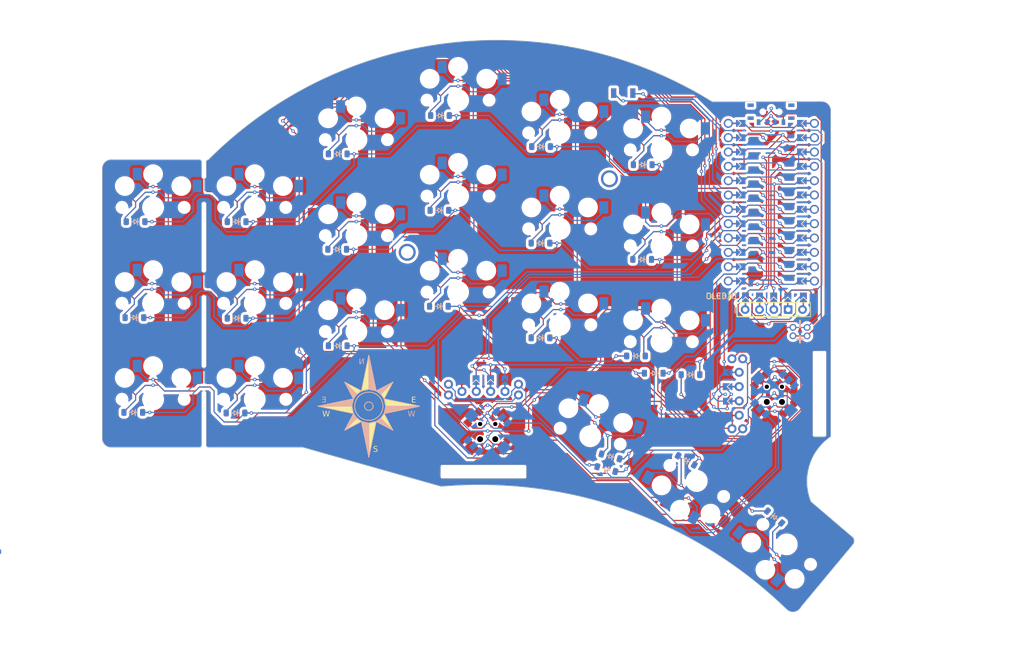
<source format=kicad_pcb>
(kicad_pcb (version 20221018) (generator pcbnew)
  (layers (0 "F.Cu" signal) (31 "B.Cu" signal) (34 "B.Paste" user) (35 "F.Paste" user) (36 "B.SilkS" user "B.Silkscreen") (37 "F.SilkS" user "F.Silkscreen") (38 "B.Mask" user) (39 "F.Mask" user) (44 "Edge.Cuts" user))
  (net 0 "")
  (net 1 "row1")
  (net 2 "Net-(D1-A)")
  (net 3 "Net-(D2-A)")
  (net 4 "Net-(D3-A)")
  (net 5 "Net-(D4-A)")
  (net 6 "Net-(D5-A)")
  (net 7 "row2")
  (net 8 "Net-(D6-A)")
  (net 9 "Net-(D7-A)")
  (net 10 "Net-(D8-A)")
  (net 11 "Net-(D9-A)")
  (net 12 "Net-(D10-A)")
  (net 13 "row3")
  (net 14 "Net-(D11-A)")
  (net 15 "Net-(D12-A)")
  (net 16 "Net-(D13-A)")
  (net 17 "Net-(D14-A)")
  (net 18 "Net-(D15-A)")
  (net 19 "Net-(D18-A)")
  (net 20 "gnd")
  (net 21 "VCC")
  (net 22 "Column1")
  (net 23 "Column2")
  (net 24 "Column3")
  (net 25 "Column4")
  (net 26 "Column5")
  (net 27 "EncoderA1")
  (net 28 "EncoderB1")
  (net 29 "Column-1")
  (net 30 "EncoderB2")
  (net 31 "EncoderA2")
  (net 32 "CS")
  (net 33 "Net-(BT1-+)")
  (net 34 "B+")
  (net 35 "Reset")
  (net 36 "Net-(5Way1-COM)")
  (net 37 "MOSI{slash}A")
  (net 38 "SCK{slash}SCL")
  (net 39 "rowThumb")
  (net 40 "Net-(DT1-A)")
  (net 41 "Net-(DT2-A)")
  (net 42 "Net-(DT3-A)")
  (net 43 "Net-(DT4-A)")
  (net 44 "row5")
  (net 45 "Net-(D16-A)")
  (net 46 "Net-(D17-A)")
  (net 48 "Net-(DT-1-A)")
  (footprint "switch:SKRHA-boss_mod_doble" (layer "F.Cu") (at 195.6125 120.2)
    (fp_text reference "5Way1" hide)
    (fp_text value "SKRHA")
  )
  (footprint "ScottoKeebs_Hotswap:Hotswap_Choc_V1_1.00u_mod" (layer "F.Cu") (at 121.6 109.18)
    (fp_text reference "SW12")
    (fp_text value "Switch" hide)
  )
  (footprint "mine:JST_ZH_2PIN_1.5MM" (layer "F.Cu") (at 200.9 109.18 90)
    (fp_text reference "BT1")
    (fp_text value "Battery_Cell" hide)
  )
  (footprint "ScottoKeebs_Components:Diode_SOD-123_mod" (layer "F.Cu") (at 118.3 77.7 180)
    (fp_text reference "D2")
    (fp_text value "Diode" hide)
  )
  (footprint "ScottoKeebs_Components:Diode_SOD-123_mod" (layer "F.Cu") (at 166.6 131.3 165)
    (fp_text reference "DT1")
    (fp_text value "Diode" hide)
  )
  (footprint "clipboard:37a111ce-96c9-42a8-b0d1-cee97aba29f6" (layer "F.Cu") (at 193.22 102.7)
    (fp_text reference "")
    (fp_text value "")
  )
  (footprint "Encoder:RollerEncoder_Panasonic_EVQWGD001_mod" (layer "F.Cu") (at 195 120.2)
    (fp_text reference "Thumb4")
    (fp_text value "EC11")
    (fp_line (start 7.4 -7.3) (end 7.4 7.3) (stroke (width 0.05)) (layer "Edge.Cuts"))
    (fp_line (start 7.7 -7.6) (end 9.5 -7.6) (stroke (width 0.05)) (layer "Edge.Cuts"))
    (fp_line (start 7.7 7.6) (end 9.5 7.6) (stroke (width 0.05)) (layer "Edge.Cuts"))
    (fp_line (start 9.8 7.3) (end 9.8 -7.3) (stroke (width 0.05)) (layer "Edge.Cuts"))
    (fp_arc (start 7.4 -7.3) (mid 7.487868 -7.512132) (end 7.7 -7.6) (stroke (width 0.05)) (layer "Edge.Cuts"))
    (fp_arc (start 7.7 7.6) (mid 7.487868 7.512132) (end 7.4 7.3) (stroke (width 0.05)) (layer "Edge.Cuts"))
    (fp_arc (start 9.5 -7.6) (mid 9.712132 -7.512132) (end 9.8 -7.3) (stroke (width 0.05)) (layer "Edge.Cuts"))
    (fp_arc (start 9.8 7.3) (mid 9.712132 7.512132) (end 9.5 7.6) (stroke (width 0.05)) (layer "Edge.Cuts"))
  )
  (footprint "switch:SKRHA-boss_mod_doble" (layer "F.Cu") (at 144.85 126.8)
    (fp_text reference "5Way1" hide)
    (fp_text value "SKRHA")
  )
  (footprint "PCM_marbastlib-various:SplitkbTentingPuck" (layer "F.Cu") (at 148.498856 88.615484 -160)
    (fp_text reference "REF**")
    (fp_text value "Tenting Puck")
  )
  (footprint "ScottoKeebs_Components:Diode_SOD-123_mod" (layer "F.Cu") (at 82.5 89.7 180)
    (fp_text reference "D16")
    (fp_text value "Diode" hide)
  )
  (footprint "ScottoKeebs_Components:Diode_SOD-123_mod" (layer "F.Cu") (at 82.1 123.5 180)
    (fp_text reference "D18")
    (fp_text value "Diode" hide)
  )
  (footprint "ScottoKeebs_Components:Diode_SOD-123_mod" (layer "F.Cu") (at 171.1 113.5)
    (fp_text reference "D15")
    (fp_text value "Diode" hide)
  )
  (footprint "ScottoKeebs_Components:Diode_SOD-123_mod" (layer "F.Cu") (at 172.3 79.6 180)
    (fp_text reference "D5")
    (fp_text value "Diode" hide)
  )
  (footprint "ScottoKeebs_Components:Diode_SOD-123_mod" (layer "F.Cu") (at 180.75 116.8 180)
    (fp_text reference "DT4")
    (fp_text value "Diode")
  )
  (footprint "clipboard:37a111ce-96c9-42a8-b0d1-cee97aba29f6" (layer "F.Cu") (at 145.51 117.42)
    (fp_text reference "")
    (fp_text value "")
  )
  (footprint "ScottoKeebs_Components:Diode_SOD-123_mod" (layer "F.Cu") (at 100.4 106.8 180)
    (fp_text reference "D6")
    (fp_text value "Diode" hide)
  )
  (footprint "ScottoKeebs_Hotswap:Hotswap_Choc_V1_1.00u_mod" (layer "F.Cu") (at 197.8 146.88 140)
    (fp_text reference "Thumb-1")
    (fp_text value "Switch" hide)
  )
  (footprint "clipboard:37a111ce-96c9-42a8-b0d1-cee97aba29f6" (layer "F.Cu") (at 143.01 117.39)
    (fp_text reference "")
    (fp_text value "")
  )
  (footprint "ScottoKeebs_Components:Diode_SOD-123_mod" (layer "F.Cu") (at 136.2 104.7 180)
    (fp_text reference "D13")
    (fp_text value "Diode" hide)
  )
  (footprint "mine:ProMicro_jumpers" (layer "F.Cu") (at 195.07 86.25)
    (fp_text reference "U1" hide)
    (fp_text value "Nice_Nano_V2")
  )
  (footprint "ScottoKeebs_Hotswap:Hotswap_Choc_V1_1.00u_mod" (layer "F.Cu") (at 175.6 76.98)
    (fp_text reference "SW5")
    (fp_text value "Switch" hide)
  )
  (footprint "clipboard:37a111ce-96c9-42a8-b0d1-cee97aba29f6" (layer "F.Cu") (at 195.72 102.69)
    (fp_text reference "")
    (fp_text value "")
  )
  (footprint "ScottoKeebs_Hotswap:Hotswap_Choc_V1_1.00u_mod" (layer "F.Cu") (at 103.6 87.18)
    (fp_text reference "SW1")
    (fp_text value "Switch" hide)
  )
  (footprint "clipboard:37a111ce-96c9-42a8-b0d1-cee97aba29f6" (layer "F.Cu") (at 198.21 102.75)
    (fp_text reference "")
    (fp_text value "")
  )
  (footprint "ScottoKeebs_Components:Diode_SOD-123_mod" (layer "F.Cu") (at 195.636027 142.0394 -40)
    (fp_text reference "DT-1")
    (fp_text value "Diode" hide)
  )
  (footprint "ScottoKeebs_Components:Diode_SOD-123_mod" (layer "F.Cu") (at 100.2 123.6 180)
    (fp_text reference "D11")
    (fp_text value "Diode" hide)
  )
  (footprint "ScottoKeebs_Hotswap:Hotswap_Choc_V1_1.00u_mod" (layer "F.Cu") (at 157.6 107.98)
    (fp_text reference "SW14")
    (fp_text value "Switch" hide)
  )
  (footprint "ScottoKeebs_Components:Diode_SOD-123_mod" (layer "F.Cu") (at 154.2 110.3 180)
    (fp_text reference "D14")
    (fp_text value "Diode" hide)
  )
  (footprint "switch:switch-MSK-12C02-smd" (layer "F.Cu") (at 195.01 68.77 -90)
    (fp_text reference "ON/OFF1")
    (fp_text value "SW_SPDT")
  )
  (footprint "ScottoKeebs_Components:Diode_SOD-123_mod" (layer "F.Cu") (at 180 132 150)
    (fp_text reference "DT2")
    (fp_text value "Diode" hide)
  )
  (footprint "clipboard:37a111ce-96c9-42a8-b0d1-cee97aba29f6" (layer "F.Cu") (at 187.01 121.29 90)
    (fp_text reference "")
    (fp_text value "")
  )
  (footprint "ScottoKeebs_Hotswap:Hotswap_Choc_V1_1.00u_mod" (layer "F.Cu") (at 181.861216 135.639103 150)
    (fp_text reference "Thumb2")
    (fp_text value "Switch" hide)
  )
  (footprint "ScottoKeebs_Hotswap:Hotswap_Choc_V1_1.00u_mod" (layer "F.Cu") (at 139.6 102.18)
    (fp_text reference "SW13")
    (fp_text value "Switch" hide)
  )
  (footprint "ScottoKeebs_Components:Diode_SOD-123_mod" (layer "F.Cu") (at 118.3 111.7 180)
    (fp_text reference "D12")
    (fp_text value "Diode" hide)
  )
  (footprint "ScottoKeebs_Components:Diode_SOD-123_mod" (layer "F.Cu") (at 172.2 96.4 180)
    (fp_text reference "D10")
    (fp_text value "Diode" hide)
  )
  (footprint "ScottoKeebs_Hotswap:Hotswap_Choc_V1_1.00u_mod" (layer "F.Cu") (at 163 127.72 -15)
    (fp_text reference "Thumb1")
    (fp_text value "Switch" hide)
  )
  (footprint "ScottoKeebs_Hotswap:Hotswap_Choc_V1_1.00u_mod" (layer "F.Cu") (at 175.6 110.98)
    (fp_text reference "SW15")
    (fp_text value "Switch" hide)
  )
  (footprint "clipboard:37a111ce-96c9-42a8-b0d1-cee97aba29f6" (layer "F.Cu") (at 190.72 102.7)
    (fp_text reference "")
    (fp_text value "")
  )
  (footprint "mine:Cardinal" (layer "F.Cu") (at 123.8 122.4)
    (fp_text reference "REF**" hide)
    (fp_text value "Cardinal")
  )
  (footprint "ScottoKeebs_Hotswap:Hotswap_Choc_V1_1.00u_mod" (layer "F.Cu") (at 139.6 85.18)
    (fp_text reference "SW8")
    (fp_text value "Switch" hide)
  )
  (footprint "clipboard:37a111ce-96c9-42a8-b0d1-cee97aba29f6" (layer "F.Cu") (at 139.742 117.788 90)
    (fp_text reference "")
    (fp_text value "")
  )
  (footprint "ScottoKeebs_Hotswap:Hotswap_Choc_V1_1.00u_mod" (layer "F.Cu") (at 103.6 121.18)
    (fp_text reference "SW11")
    (fp_text value "Switch" hide)
  )
  (footprint "ScottoKeebs_Components:Diode_SOD-123_mod" (layer "F.Cu") (at 154.3 76.4 180)
    (fp_text reference "D4")
    (fp_text value "Diode" hide)
  )
  (footprint "ScottoKeebs_Hotswap:Hotswap_Choc_V1_1.00u_mod" (layer "F.Cu") (at 157.6 73.98)
    (fp_text reference "SW4")
    (fp_text value "Switch" hide)
  )
  (footprint "clipboard:37a111ce-96c9-42a8-b0d1-cee97aba29f6" (layer "F.Cu") (at 187.075 123.825 90)
    (fp_text reference "")
    (fp_text value "")
  )
  (footprint "ScottoKeebs_Hotswap:Hotswap_Choc_V1_1.00u_mod" (layer "F.Cu") (at 85.6 104.18)
    (fp_text reference "SW17")
    (fp_text value "Switch" hide)
  )
  (footprint "mine:SW_SPST_B3U-1000P_mod" (layer "F.Cu") (at 168.85 66.93)
    (fp_text reference "Reset1" hide)
    (fp_text value "Reset" hide)
  )
  (footprint "clipboard:37a111ce-96c9-42a8-b0d1-cee97aba29f6" (layer "F.Cu") (at 200.97 102.74)
    (fp_text reference "")
    (fp_text value "")
  )
  (footprint "ScottoKeebs_Hotswap:Hotswap_Choc_V1_1.00u_mod" (layer "F.Cu") (at 103.6 104.18)
    (fp_text reference "SW6")
    (fp_text value "Switch" hide)
  )
  (footprint "ScottoKeebs_Hotswap:Hotswap_Choc_V1_1.00u_mod" (layer "F.Cu") (at 139.6 68.18)
    (fp_text reference "SW3")
    (fp_text value "Switch" hide)
  )
  (footprint "Encoder:RollerEncoder_Panasonic_EVQWGD001_mod" (layer "F.Cu") (at 144.1 125.4125 -90)
    (fp_text reference "Thumb3")
    (fp_text value "EVQWGD001")
    (fp_line (start 7.4 -7.3) (end 7.4 7.3) (stroke (width 0.05)) (layer "Edge.Cuts"))
    (fp_line (start 7.7 -7.6) (end 9.5 -7.6) (stroke (width 0.05)) (layer "Edge.Cuts"))
    (fp_line (start 7.7 7.6) (end 9.5 7.6) (stroke (width 0.05)) (layer "Edge.Cuts"))
    (fp_line (start 9.8 7.3) (end 9.8 -7.3) (stroke (width 0.05)) (layer "Edge.Cuts"))
    (fp_arc (start 7.4 -7.3) (mid 7.487868 -7.512132) (end 7.7 -7.6) (stroke (width 0.05)) (layer "Edge.Cuts"))
    (fp_arc (start 7.7 7.6) (mid 7.487868 7.512132) (end 7.4 7.3) (stroke (width 0.05)) (layer "Edge.Cuts"))
    (fp_arc (start 9.5 -7.6) (mid 9.712132 -7.512132) (end 9.8 -7.3) (stroke (width 0.05)) (layer "Edge.Cuts"))
    (fp_arc (start 9.8 7.3) (mid 9.712132 7.512132) (end 9.5 7.6) (stroke (width 0.05)) (layer "Edge.Cuts"))
  )
  (footprint "ScottoKeebs_Components:Diode_SOD-123_mod" (layer "F.Cu") (at 136.4 70.9 180)
    (fp_text reference "D3")
    (fp_text value "Diode" hide)
  )
  (footprint "ScottoKeebs_Hotswap:Hotswap_Choc_V1_1.00u_mod" (layer "F.Cu") (at 157.6 90.98)
    (fp_text reference "SW9")
    (fp_text value "Switch" hide)
  )
  (footprint "ScottoKeebs_Components:Diode_SOD-123_mod" (layer "F.Cu") (at 174.25 116.55 180)
    (fp_text reference "DT5way1")
    (fp_text value "Diode")
  )
  (footprint "ScottoKeebs_Hotswap:Hotswap_Choc_V1_1.00u_mod" (layer "F.Cu") (at 85.6 121.18)
    (fp_text reference "SW18")
    (fp_text value "Switch" hide)
  )
  (footprint "ScottoKeebs_Hotswap:Hotswap_Choc_V1_1.00u_mod" (layer "F.Cu") (at 175.6 93.98)
    (fp_text reference "SW10")
    (fp_text value "Switch")
  )
  (footprint "Display1:OLED_I2C_128x32+NiceView" (layer "F.Cu") (at 194.24 105.28 90)
    (fp_text reference "OLED+!")
    (fp_text value "OLED_I2C" hide)
  )
  (footprint "ScottoKeebs_Components:Diode_SOD-123_mod" (layer "F.Cu") (at 165.85 133.55 165)
    (fp_text reference "DT3")
    (fp_text value "Diode")
  )
  (footprint "ScottoKeebs_Components:Diode_SOD-123_mod" (layer "F.Cu") (at 136.3 87.7 180)
    (fp_text reference "D8")
    (fp_text value "Diode" hide)
  )
  (footprint "ScottoKeebs_Components:Diode_SOD-123_mod" (layer "F.Cu") (at 100.4 89.7 180)
    (fp_text reference "D1")
    (fp_text value "Diode" hide)
  )
  (footprint "ScottoKeebs_Hotswap:Hotswap_Choc_V1_1.00u_mod" (layer "F.Cu") (at 121.6 75.18)
    (fp_text reference "SW2")
    (fp_text value "Switch" hide)
  )
  (footprint "ScottoKeebs_Components:Diode_SOD-123_mod" (layer "F.Cu") (at 154.2 93.5 180)
    (fp_text reference "D9")
    (fp_text value "Diode")
  )
  (footprint "clipboard:37a111ce-96c9-42a8-b0d1-cee97aba29f6" (layer "F.Cu") (at 187.02 118.79 90)
    (fp_text reference "")
    (fp_text value "")
  )
  (footprint "ScottoKeebs_Hotswap:Hotswap_Choc_V1_1.00u_mod" (layer "F.Cu") (at 121.6 92.18)
    (fp_text reference "SW7")
    (fp_text value "Switch" hide)
  )
  (footprint "ScottoKeebs_Hotswap:Hotswap_Choc_V1_1.00u_mod" (layer "F.Cu") (at 85.6 87.18)
    (fp_text reference "SW16")
    (fp_text value "Switch" hide)
  )
  (footprint "ScottoKeebs_Components:Diode_SOD-123_mod" (layer "F.Cu") (at 118.2 94.6 180)
    (fp_text reference "D7")
    (fp_text value "Diode" hide)
  )
  (footprint "ScottoKeebs_Components:Diode_SOD-123_mod" (layer "F.Cu") (at 82.3 106.7 180)
    (fp_text reference "D17")
    (fp_text value "Diode" hide)
  )
  (footprint "mine:JST_ZH_2PIN_1.5MM" (layer "B.Cu") (at 199.4 109.2 90)
    (fp_text reference "BT1")
    (fp_text value "Battery_Cell" hide)
  )
  (footprint "clipboard:37a111ce-96c9-42a8-b0d1-cee97aba29f6" (layer "B.Cu") (at 148.408 117.788 90)
    (fp_text reference "")
    (fp_text value "")
  )
  (footprint "clipboard:37a111ce-96c9-42a8-b0d1-cee97aba29f6" (layer "B.Cu") (at 188.083 116.188 90)
    (fp_text reference "")
    (fp_text value "")
  )
  (gr_arc (start 95.4 78.7) (mid 138.206778 57.989983) (end 184.6 68.43) (stroke (width 0.1)) (layer "Edge.Cuts"))
  (gr_line (start 94.2 103.1) (end 94.2 115.2) (stroke (width 0.1)) (layer "Edge.Cuts"))
  (gr_arc (start 94.2 120.1) (mid 94.6 119.7) (end 95 120.1) (stroke (width 0.1)) (layer "Edge.Cuts"))
  (gr_line (start 204 68.4) (end 184.6 68.43) (stroke (width 0.1)) (layer "Edge.Cuts"))
  (gr_arc (start 136.594873 136.641502) (mid 169.582125 140.862428) (end 197.813396 158.43998) (stroke (width 0.1)) (layer "Edge.Cuts"))
  (gr_arc (start 95 115.2) (mid 94.6 115.6) (end 94.2 115.2) (stroke (width 0.1)) (layer "Edge.Cuts"))
  (gr_arc (start 93.8 78.7) (mid 94.082843 78.817157) (end 94.2 79.1) (stroke (width 0.1)) (layer "Edge.Cuts"))
  (gr_arc (start 95 81.7) (mid 94.6 82.1) (end 94.2 81.7) (stroke (width 0.1)) (layer "Edge.Cuts"))
  (gr_line (start 136.594873 136.641502) (end 112.1 129.7) (stroke (width 0.1)) (layer "Edge.Cuts"))
  (gr_line (start 94.2 86.6) (end 94.2 98.3) (stroke (width 0.1)) (layer "Edge.Cuts"))
  (gr_line (start 78.2 129.7) (end 93.8 129.7) (stroke (width 0.1)) (layer "Edge.Cuts"))
  (gr_line (start 95 120.1) (end 95 129.3) (stroke (width 0.1)) (layer "Edge.Cuts"))
  (gr_line (start 95 98.3) (end 95 86.6) (stroke (width 0.1)) (layer "Edge.Cuts"))
  (gr_arc (start 95 98.3) (mid 94.6 98.7) (end 94.2 98.3) (stroke (width 0.1)) (layer "Edge.Cuts"))
  (gr_arc (start 209.247476 145.404617) (mid 209.734058 146.061362) (end 209.56 146.86) (stroke (width 0.1)) (layer "Edge.Cuts"))
  (gr_arc (start 202.1 139.3) (mid 201.813819 132.930293) (end 205.600001 127.800001) (stroke (width 0.1)) (layer "Edge.Cuts"))
  (gr_line (start 205.6 70) (end 205.6 127.8) (stroke (width 0.1)) (layer "Edge.Cuts"))
  (gr_line (start 94.2 81.7) (end 94.2 79.1) (stroke (width 0.1)) (layer "Edge.Cuts"))
  (gr_arc (start 94.2 86.6) (mid 94.6 86.2) (end 95 86.6) (stroke (width 0.1)) (layer "Edge.Cuts"))
  (gr_line (start 93.8 78.7) (end 78 78.7) (stroke (width 0.1)) (layer "Edge.Cuts"))
  (gr_line (start 95.4 129.7) (end 112.1 129.7) (stroke (width 0.1)) (layer "Edge.Cuts"))
  (gr_line (start 95 81.7) (end 95 79.1) (stroke (width 0.1)) (layer "Edge.Cuts"))
  (gr_line (start 202.1 139.3) (end 209.247476 145.404617) (stroke (width 0.1)) (layer "Edge.Cuts"))
  (gr_arc (start 95 79.1) (mid 95.117157 78.817157) (end 95.4 78.7) (stroke (width 0.1)) (layer "Edge.Cuts"))
  (gr_line (start 76.6 80.3) (end 76.6 128.3) (stroke (width 0.1)) (layer "Edge.Cuts"))
  (gr_arc (start 94.2 129.3) (mid 94.082843 129.582843) (end 93.8 129.7) (stroke (width 0.1)) (layer "Edge.Cuts"))
  (gr_line (start 209.56 146.86) (end 200.367725 157.922406) (stroke (width 0.1)) (layer "Edge.Cuts"))
  (gr_arc (start 78.2 129.7) (mid 77.130634 129.307847) (end 76.6 128.3) (stroke (width 0.1)) (layer "Edge.Cuts"))
  (gr_line (start 95 103.1) (end 95 115.2) (stroke (width 0.1)) (layer "Edge.Cuts"))
  (gr_line (start 94.2 120.1) (end 94.2 129.3) (stroke (width 0.1)) (layer "Edge.Cuts"))
  (gr_arc (start 95.4 129.7) (mid 95.117157 129.582843) (end 95 129.3) (stroke (width 0.1)) (layer "Edge.Cuts"))
  (gr_arc (start 204 68.4) (mid 205.131371 68.868629) (end 205.6 70) (stroke (width 0.1)) (layer "Edge.Cuts"))
  (gr_arc (start 94.2 103.1) (mid 94.6 102.7) (end 95 103.1) (stroke (width 0.1)) (layer "Edge.Cuts"))
  (gr_arc (start 200.367725 157.922406) (mid 199.22 158.82) (end 197.813397 158.439979) (stroke (width 0.1)) (layer "Edge.Cuts"))
  (gr_arc (start 76.6 80.3) (mid 76.992153 79.230634) (end 78 78.7) (stroke (width 0.1)) (layer "Edge.Cuts"))
  (gr_text "OLED+!" (at 186.21 102.87) (layer "B.SilkS") (effects (font (size 1 1)) (justify mirror)))
  (segment (start 58.6 147.88) (end 58.6 148.48) (width 0.2) (layer "B.Cu") (net 0))
  (segment (start 102.05 89.7) (end 103.3 89.7) (width 0.2) (layer "F.Cu") (net 1))
  (segment (start 190.244 84.98) (end 190.924 84.3) (width 0.2) (layer "F.Cu") (net 1))
  (segment (start 190.924 84.3) (end 192.9 84.3) (width 0.2) (layer "F.Cu") (net 1))
  (segment (start 85.4 89.7) (end 84.15 89.7) (width 0.2) (layer "F.Cu") (net 1))
  (segment (start 155.95 76.4) (end 157.1 76.4) (width 0.2) (layer "F.Cu") (net 1))
  (segment (start 173.95 79.6) (end 175.2 79.6) (width 0.2) (layer "F.Cu") (net 1))
  (segment (start 179.4 83.8) (end 189.064 83.8) (width 0.2) (layer "F.Cu") (net 1))
  (segment (start 175.2 79.6) (end 179.4 83.8) (width 0.2) (layer "F.Cu") (net 1))
  (segment (start 189.064 83.8) (end 190.244 84.98) (width 0.2) (layer "F.Cu") (net 1))
  (segment (start 138.05 70.9) (end 139.3 70.9) (width 0.2) (layer "F.Cu") (net 1))
  (segment (start 119.95 77.7) (end 121.2 77.7) (width 0.2) (layer "F.Cu") (net 1))
  (segment (start 192.9 84.3) (end 193.6 85) (width 0.2) (layer "F.Cu") (net 1))
  (via (at 85.4 89.7) (size 0.6) (drill 0.3) (layers "F.Cu" "B.Cu") (net 1))
  (via (at 103.3 89.7) (size 0.6) (drill 0.3) (layers "F.Cu" "B.Cu") (net 1))
  (via (at 175.2 79.6) (size 0.6) (drill 0.3) (layers "F.Cu" "B.Cu") (net 1))
  (via (at 139.3 70.9) (size 0.6) (drill 0.3) (layers "F.Cu" "B.Cu") (net 1))
  (via (at 121.2 77.7) (size 0.6) (drill 0.3) (layers "F.Cu" "B.Cu") (net 1))
  (via (at 157.1 76.4) (size 0.6) (drill 0.3) (layers "F.Cu" "B.Cu") (net 1))
  (via (at 193.6 85) (size 0.6) (drill 0.3) (layers "F.Cu" "B.Cu") (net 1))
  (segment (start 85.4 89.7) (end 90.9 89.7) (width 0.2) (layer "B.Cu") (net 1))
  (segment (start 92.7 87.9) (end 92.7 85.8) (width 0.2) (layer "B.Cu") (net 1))
  (segment (start 164.4 76.4) (end 169 81) (width 0.2) (layer "B.Cu") (net 1))
  (segment (start 138.3 72.7) (end 139.3 71.7) (width 0.2) (layer "B.Cu") (net 1))
  (segment (start 92.7 85.8) (end 93.6 84.9) (width 0.2) (layer "B.Cu") (net 1))
  (segment (start 101.8 91.5) (end 103.3 90) (width 0.2) (layer "B.Cu") (net 1))
  (segment (start 90.9 89.7) (end 92.7 87.9) (width 0.2) (layer "B.Cu") (net 1))
  (segment (start 139.3 70.9) (end 138.05 70.9) (width 0.2) (layer "B.Cu") (net 1))
  (segment (start 169 81) (end 174.4 81) (width 0.2) (layer "B.Cu") (net 1))
  (segment (start 85.4 89.7) (end 84.15 89.7) (width 0.2) (layer "B.Cu") (net 1))
  (segment (start 139.3 71.7) (end 139.3 70.9) (width 0.2) (layer "B.Cu") (net 1))
  (segment (start 103.3 90) (end 103.3 89.7) (width 0.2) (layer "B.Cu") (net 1))
  (segment (start 132.4 72.7) (end 138.3 72.7) (width 0.2) (layer "B.Cu") (net 1))
  (segment (start 103.3 89.7) (end 111.2 89.7) (width 0.2) (layer "B.Cu") (net 1))
  (segment (start 157.1 76.4) (end 155.95 76.4) (width 0.2) (layer "B.Cu") (net 1))
  (segment (start 156.4 77.8) (end 157.1 77.1) (width 0.2) (layer "B.Cu") (net 1))
  (segment (start 152 77.8) (end 156.4 77.8) (width 0.2) (layer "B.Cu") (net 1))
  (segment (start 96.6 85.9) (end 96.6 89.4) (width 0.2) (layer "B.Cu") (net 1))
  (segment (start 157.1 76.4) (end 164.4 76.4) (width 0.2) (layer "B.Cu") (net 1))
  (segment (start 193.6 85) (end 194.4 85.8) (width 0.2) (layer "B.Cu") (net 1))
  (segment (start 95.6 84.9) (end 96.6 85.9) (width 0.2) (layer "B.Cu") (net 1))
  (segment (start 175.2 80.2) (end 175.2 79.6) (width 0.2) (layer "B.Cu") (net 1))
  (segment (start 174.4 81) (end 175.2 80.2) (width 0.2) (layer "B.Cu") (net 1))
  (segment (start 127.4 77.7) (end 132.4 72.7) (width 0.2) (layer "B.Cu") (net 1))
  (segment (start 199.076 85.8) (end 199.896 84.98) (width 0.2) (layer "B.Cu") (net 1))
  (segment (start 121.2 77.7) (end 127.4 77.7) (width 0.2) (layer "B.Cu") (net 1))
  (segment (start 139.3 70.9) (end 145.1 70.9) (width 0.2) (layer "B.Cu") (net 1))
  (segment (start 102.05 89.7) (end 103.3 89.7) (width 0.2) (layer "B.Cu") (net 1))
  (segment (start 157.1 77.1) (end 157.1 76.4) (width 0.2) (layer "B.Cu") (net 1))
  (segment (start 121.2 77.7) (end 119.95 77.7) (width 0.2) (layer "B.Cu") (net 1))
  (segment (start 93.6 84.9) (end 95.6 84.9) (width 0.2) (layer "B.Cu") (net 1))
  (segment (start 194.4 85.8) (end 199.076 85.8) (width 0.2) (layer "B.Cu") (net 1))
  (segment (start 96.6 89.4) (end 98.7 91.5) (width 0.2) (layer "B.Cu") (net 1))
  (segment (start 145.1 70.9) (end 152 77.8) (width 0.2) (layer "B.Cu") (net 1))
  (segment (start 175.2 79.6) (end 173.95 79.6) (width 0.2) (layer "B.Cu") (net 1))
  (segment (start 98.7 91.5) (end 101.8 91.5) (width 0.2) (layer "B.Cu") (net 1))
  (segment (start 111.2 89.7) (end 121.2 79.7) (width 0.2) (layer "B.Cu") (net 1))
  (segment (start 121.2 79.7) (end 121.2 77.7) (width 0.2) (layer "B.Cu") (net 1))
  (segment (start 99.78 85.5) (end 97.4 85.5) (width 0.2) (layer "F.Cu") (net 2))
  (segment (start 95.8 83.38) (end 95.8 83.9) (width 0.2) (layer "F.Cu") (net 2))
  (segment (start 95.8 83.9) (end 97.4 85.5) (width 0.2) (layer "F.Cu") (net 2))
  (segment (start 98.65 89.62) (end 98.65 88.97) (width 0.2) (layer "F.Cu") (net 2))
  (segment (start 98.65 88.97) (end 100.5 87.12) (width 0.2) (layer "F.Cu") (net 2))
  (segment (start 100.5 86.22) (end 102.22 84.5) (width 0.2) (layer "F.Cu") (net 2))
  (segment (start 102.22 84.5) (end 103.6 84.5) (width 0.2) (layer "F.Cu") (net 2))
  (segment (start 100.5 86.22) (end 99.78 85.5) (width 0.2) (layer "F.Cu") (net 2))
  (segment (start 100.5 87.12) (end 100.5 86.22) (width 0.2) (layer "F.Cu") (net 2))
  (segment (start 102.4 84.5) (end 103.6 84.5) (width 0.2) (layer "F.Cu") (net 2))
  (via (at 103.6 84.48) (size 0.6) (drill 0.3) (layers "F.Cu" "B.Cu") (net 2))
  (segment (start 109.8 85.48) (end 105.8 85.48) (width 0.2) (layer "B.Cu") (net 2))
  (segment (start 98.65 89.62) (end 98.65 88.980152) (width 0.2) (layer "B.Cu") (net 2))
  (segment (start 102.22 84.5) (end 103.6 84.5) (width 0.2) (layer "B.Cu") (net 2))
  (segment (start 100.5 87.130152) (end 100.5 86.22) (width 0.2) (layer "B.Cu") (net 2))
  (segment (start 104.8 84.48) (end 103.6 84.48) (width 0.2) (layer "B.Cu") (net 2))
  (segment (start 111.4 83.88) (end 111.4 83.38) (width 0.2) (layer "B.Cu") (net 2))
  (segment (start 105.8 85.48) (end 104.8 84.48) (width 0.2) (layer "B.Cu") (net 2))
  (segment (start 98.65 88.980152) (end 100.5 87.130152) (width 0.2) (layer "B.Cu") (net 2))
  (segment (start 100.5 86.22) (end 102.22 84.5) (width 0.2) (layer "B.Cu") (net 2))
  (segment (start 109.8 85.48) (end 111.4 83.88) (width 0.2) (layer "B.Cu") (net 2))
  (segment (start 120.4 72.7) (end 121.6 72.7) (width 0.2) (layer "F.Cu") (net 3))
  (segment (start 117.78 73.7) (end 115.4 73.7) (width 0.2) (layer "F.Cu") (net 3))
  (segment (start 120.22 72.7) (end 121.6 72.7) (width 0.2) (layer "F.Cu") (net 3))
  (segment (start 113.8 72.1) (end 113.8 71.38) (width 0.2) (layer "F.Cu") (net 3))
  (segment (start 118.5 74.42) (end 117.78 73.7) (width 0.2) (layer "F.Cu") (net 3))
  (segment (start 115.4 73.7) (end 113.8 72.1) (width 0.2) (layer "F.Cu") (net 3))
  (segment (start 118.5 75.32) (end 118.5 74.42) (width 0.2) (layer "F.Cu") (net 3))
  (segment (start 118.5 74.42) (end 120.22 72.7) (width 0.2) (layer "F.Cu") (net 3))
  (segment (start 116.65 77.17) (end 118.5 75.32) (width 0.2) (layer "F.Cu") (net 3))
  (segment (start 116.65 77.82) (end 116.65 77.17) (width 0.2) (layer "F.Cu") (net 3))
  (via (at 121.6 72.68) (size 0.6) (drill 0.3) (layers "F.Cu" "B.Cu") (net 3))
  (segment (start 122.8 72.68) (end 121.6 72.68) (width 0.2) (layer "B.Cu") (net 3))
  (segment (start 118.5 75.330152) (end 118.5 74.42) (width 0.2) (layer "B.Cu") (net 3))
  (segment (start 130.1 71.38) (end 127.8 73.68) (width 0.2) (layer "B.Cu") (net 3))
  (segment (start 116.65 77.82) (end 116.65 77.180152) (width 0.2) (layer "B.Cu") (net 3))
  (segment (start 120.22 72.7) (end 121.6 72.7) (width 0.2) (layer "B.Cu") (net 3))
  (segment (start 116.65 77.180152) (end 118.5 75.330152) (width 0.2) (layer "B.Cu") (net 3))
  (segment (start 123.8 73.68) (end 122.8 72.68) (width 0.2) (layer "B.Cu") (net 3))
  (segment (start 127.8 73.68) (end 123.8 73.68) (width 0.2) (layer "B.Cu") (net 3))
  (segment (start 118.5 74.42) (end 120.22 72.7) (width 0.2) (layer "B.Cu") (net 3))
  (segment (start 136.5 67.42) (end 138.22 65.7) (width 0.2) (layer "F.Cu") (net 4))
  (segment (start 138.22 65.7) (end 139.58 65.7) (width 0.2) (layer "F.Cu") (net 4))
  (segment (start 139.58 65.7) (end 139.6 65.68) (width 0.2) (layer "F.Cu") (net 4))
  (segment (start 136.5 68.32) (end 134.65 70.17) (width 0.2) (layer "F.Cu") (net 4))
  (segment (start 133.4 66.7) (end 131.8 65.1) (width 0.2) (layer "F.Cu") (net 4))
  (segment (start 133.4 66.7) (end 135.78 66.7) (width 0.2) (layer "F.Cu") (net 4))
  (segment (start 135.78 66.7) (end 136.5 67.42) (width 0.2) (layer "F.Cu") (net 4))
  (segment (start 131.8 65.1) (end 131.8 64.38) (width 0.2) (layer "F.Cu") (net 4))
  (segment (start 134.65 70.17) (end 134.65 70.82) (width 0.2) (layer "F.Cu") (net 4))
  (segment (start 136.5 67.42) (end 136.5 68.32) (width 0.2) (layer "F.Cu") (net 4))
  (via (at 139.6 65.68) (size 0.6) (drill 0.3) (layers "F.Cu" "B.Cu") (net 4))
  (segment (start 136.5 67.42) (end 138.24 65.68) (width 0.2) (layer "B.Cu") (net 4))
  (segment (start 134.65 70.82) (end 134.65 70.180152) (width 0.2) (layer "B.Cu") (net 4))
  (segment (start 140.8 65.68) (end 139.6 65.68) (width 0.2) (layer "B.Cu") (net 4))
  (segment (start 134.65 70.180152) (end 136.5 68.330152) (width 0.2) (layer "B.Cu") (net 4))
  (segment (start 145.8 66.68) (end 147.4 65.08) (width 0.2) (layer "B.Cu") (net 4))
  (segment (start 147.4 65.08) (end 147.4 64.38) (width 0.2) (layer "B.Cu") (net 4))
  (segment (start 138.24 65.68) (end 139.6 65.68) (width 0.2) (layer "B.Cu") (net 4))
  (segment (start 136.5 68.330152) (end 136.5 67.42) (width 0.2) (layer "B.Cu") (net 4))
  (segment (start 141.8 66.68) (end 140.8 65.68) (width 0.2) (layer "B.Cu") (net 4))
  (segment (start 145.8 66.68) (end 141.8 66.68) (width 0.2) (layer "B.Cu") (net 4))
  (segment (start 156.22 71.7) (end 157.6 71.7) (width 0.2) (layer "F.Cu") (net 5))
  (segment (start 154.5 73.42) (end 153.48 72.4) (width 0.2) (layer "F.Cu") (net 5))
  (segment (start 153.48 72.4) (end 151.1 72.4) (width 0.2) (layer "F.Cu") (net 5))
  (segment (start 156.4 71.7) (end 157.6 71.7) (width 0.2) (layer "F.Cu") (net 5))
  (segment (start 154.5 73.42) (end 156.22 71.7) (width 0.2) (layer "F.Cu") (net 5))
  (segment (start 152.65 76.4) (end 152.65 76.15) (width 0.2) (layer "F.Cu") (net 5))
  (segment (start 152.65 76.82) (end 152.65 76.17) (width 0.2) (layer "F.Cu") (net 5))
  (segment (start 152.65 76.17) (end 154.5 74.32) (width 0.2) (layer "F.Cu") (net 5))
  (segment (start 149.8 71.1) (end 149.8 70.18) (width 0.2) (layer "F.Cu") (net 5))
  (segment (start 151.1 72.4) (end 149.8 71.1) (width 0.2) (layer "F.Cu") (net 5))
  (segment (start 154.5 74.32) (end 154.5 73.42) (width 0.2) (layer "F.Cu") (net 5))
  (via (at 157.6 71.68) (size 0.6) (drill 0.3) (layers "F.Cu" "B.Cu") (net 5))
  (segment (start 156.22 71.7) (end 157.6 71.7) (width 0.2) (layer "B.Cu") (net 5))
  (segment (start 163.8 72.68) (end 165.4 71.08) (width 0.2) (layer "B.Cu") (net 5))
  (segment (start 152.65 76.82) (end 152.65 76.180152) (width 0.2) (layer "B.Cu") (net 5))
  (segment (start 163.8 72.68) (end 159.8 72.68) (width 0.2) (layer "B.Cu") (net 5))
  (segment (start 152.65 76.180152) (end 154.5 74.330152) (width 0.2) (layer "B.Cu") (net 5))
  (segment (start 158.8 71.68) (end 157.6 71.68) (width 0.2) (layer "B.Cu") (net 5))
  (segment (start 165.4 71.08) (end 165.4 70.18) (width 0.2) (layer "B.Cu") (net 5))
  (segment (start 154.5 73.42) (end 156.22 71.7) (width 0.2) (layer "B.Cu") (net 5))
  (segment (start 159.8 72.68) (end 158.8 71.68) (width 0.2) (layer "B.Cu") (net 5))
  (segment (start 154.5 74.330152) (end 154.5 73.42) (width 0.2) (layer "B.Cu") (net 5))
  (segment (start 169.4 75.48) (end 167.8 73.88) (width 0.2) (layer "F.Cu") (net 6))
  (segment (start 170.65 79.6) (end 170.65 78.95) (width 0.2) (layer "F.Cu") (net 6))
  (segment (start 172.5 76.2) (end 174.22 74.48) (width 0.2) (layer "F.Cu") (net 6))
  (segment (start 174.22 74.48) (end 175.6 74.48) (width 0.2) (layer "F.Cu") (net 6))
  (segment (start 174.4 74.48) (end 175.6 74.48) (width 0.2) (layer "F.Cu") (net 6))
  (segment (start 171.78 75.48) (end 169.4 75.48) (width 0.2) (layer "F.Cu") (net 6))
  (segment (start 167.8 73.88) (end 167.8 73.18) (width 0.2) (layer "F.Cu") (net 6))
  (segment (start 170.65 78.95) (end 172.5 77.1) (width 0.2) (layer "F.Cu") (net 6))
  (segment (start 172.5 76.2) (end 171.78 75.48) (width 0.2) (layer "F.Cu") (net 6))
  (segment (start 172.5 77.1) (end 172.5 76.2) (width 0.2) (layer "F.Cu") (net 6))
  (via (at 175.6 74.48) (size 0.6) (drill 0.3) (layers "F.Cu" "B.Cu") (net 6))
  (segment (start 183.4 73.88) (end 183.4 73.18) (width 0.2) (layer "B.Cu") (net 6))
  (segment (start 174.22 74.48) (end 175.6 74.48) (width 0.2) (layer "B.Cu") (net 6))
  (segment (start 172.5 77.110152) (end 172.5 76.2) (width 0.2) (layer "B.Cu") (net 6))
  (segment (start 181.8 75.48) (end 177.8 75.48) (width 0.2) (layer "B.Cu") (net 6))
  (segment (start 181.8 75.48) (end 183.4 73.88) (width 0.2) (layer "B.Cu") (net 6))
  (segment (start 176.8 74.48) (end 175.6 74.48) (width 0.2) (layer "B.Cu") (net 6))
  (segment (start 172.5 76.2) (end 174.22 74.48) (width 0.2) (layer "B.Cu") (net 6))
  (segment (start 170.65 78.960152) (end 172.5 77.110152) (width 0.2) (layer "B.Cu") (net 6))
  (segment (start 170.65 79.6) (end 170.65 78.960152) (width 0.2) (layer "B.Cu") (net 6))
  (segment (start 177.8 75.48) (end 176.8 74.48) (width 0.2) (layer "B.Cu") (net 6))
  (segment (start 119.85 94.6) (end 121.1 94.6) (width 0.2) (layer "F.Cu") (net 7))
  (segment (start 190.244 87.52) (end 190.964 86.8) (width 0.2) (layer "F.Cu") (net 7))
  (segment (start 137.95 87.7) (end 139.1 87.7) (width 0.2) (layer "F.Cu") (net 7))
  (segment (start 183.6 92.8) (end 183.6 91.8) (width 0.2) (layer "F.Cu") (net 7))
  (segment (start 102.05 106.8) (end 103.3 106.8) (width 0.2) (layer "F.Cu") (net 7))
  (segment (start 173.85 96.4) (end 175.3 96.4) (width 0.2) (layer "F.Cu") (net 7))
  (segment (start 183.6 91.8) (end 186.6 88.8) (width 0.2) (layer "F.Cu") (net 7))
  (segment (start 190.964 86.8) (end 192.9 86.8) (width 0.2) (layer "F.Cu") (net 7))
  (segment (start 192.9 86.8) (end 193.6 87.5) (width 0.2) (layer "F.Cu") (net 7))
  (segment (start 83.95 106.7) (end 85.1 106.7) (width 0.2) (layer "F.Cu") (net 7))
  (segment (start 186.6 88.8) (end 188.964 88.8) (width 0.2) (layer "F.Cu") (net 7))
  (segment (start 155.85 93.5) (end 157.1 93.5) (width 0.2) (layer "F.Cu") (net 7))
  (segment (start 188.964 88.8) (end 190.244 87.52) (width 0.2) (layer "F.Cu") (net 7))
  (via (at 157.1 93.5) (size 0.6) (drill 0.3) (layers "F.Cu" "B.Cu") (net 7))
  (via (at 121.1 94.6) (size 0.6) (drill 0.3) (layers "F.Cu" "B.Cu") (net 7))
  (via (at 175.3 96.4) (size 0.6) (drill 0.3) (layers "F.Cu" "B.Cu") (net 7))
  (via (at 193.6 87.5) (size 0.6) (drill 0.3) (layers "F.Cu" "B.Cu") (net 7))
  (via (at 85.1 106.7) (size 0.6) (drill 0.3) (layers "F.Cu" "B.Cu") (net 7))
  (via (at 183.6 92.8) (size 0.6) (drill 0.3) (layers "F.Cu" "B.Cu") (net 7))
  (via (at 139.1 87.7) (size 0.6) (drill 0.3) (layers "F.Cu" "B.Cu") (net 7))
  (via (at 103.3 106.8) (size 0.6) (drill 0.3) (layers "F.Cu" "B.Cu") (net 7))
  (segment (start 127.5 94.6) (end 130.7 91.4) (width 0.2) (layer "B.Cu") (net 7))
  (segment (start 162.65 98.15) (end 174.35 98.15) (width 0.2) (layer "B.Cu") (net 7))
  (segment (start 139.9 87.7) (end 147 94.8) (width 0.2) (layer "B.Cu") (net 7))
  (segment (start 85.1 106.7) (end 83.95 106.7) (width 0.2) (layer "B.Cu") (net 7))
  (segment (start 121.1 94.6) (end 119.85 94.6) (width 0.2) (layer "B.Cu") (net 7))
  (segment (start 130.7 91.4) (end 135.4 91.4) (width 0.2) (layer "B.Cu") (net 7))
  (segment (start 156.5 94.8) (end 157.1 94.2) (width 0.2) (layer "B.Cu") (net 7))
  (segment (start 91.2 106.7) (end 93.2 104.7) (width 0.2) (layer "B.Cu") (net 7))
  (segment (start 180.963604 96.4) (end 175.3 96.4) (width 0.2) (layer "B.Cu") (net 7))
  (segment (start 93.2 102.8) (end 94 102) (width 0.2) (layer "B.Cu") (net 7))
  (segment (start 175.3 97.2) (end 175.3 96.4) (width 0.2) (layer "B.Cu") (net 7))
  (segment (start 174.35 98.15) (end 175.3 97.2) (width 0.2) (layer "B.Cu") (net 7))
  (segment (start 139.1 87.7) (end 139.9 87.7) (width 0.2) (layer "B.Cu") (net 7))
  (segment (start 139.1 87.7) (end 137.95 87.7) (width 0.2) (layer "B.Cu") (net 7))
  (segment (start 94 102) (end 95.4 102) (width 0.2) (layer "B.Cu") (net 7))
  (segment (start 121.1 94.6) (end 127.5 94.6) (width 0.2) (layer "B.Cu") (net 7))
  (segment (start 183.6 92.8) (end 183.6 93.763604) (width 0.2) (layer "B.Cu") (net 7))
  (segment (start 103.3 106.8) (end 102.05 106.8) (width 0.2) (layer "B.Cu") (net 7))
  (segment (start 96.4 103) (end 96.4 106.5) (width 0.2) (layer "B.Cu") (net 7))
  (segment (start 199.116 88.3) (end 199.896 87.52) (width 0.2) (layer "B.Cu") (net 7))
  (segment (start 193.6 87.5) (end 193.6 87.55) (width 0.2) (layer "B.Cu") (net 7))
  (segment (start 95.4 102) (end 96.4 103) (width 0.2) (layer "B.Cu") (net 7))
  (segment (start 193.6 87.55) (end 194.35 88.3) (width 0.2) (layer "B.Cu") (net 7))
  (segment (start 157.1 93.5) (end 155.85 93.5) (width 0.2) (layer "B.Cu") (net 7))
  (segment (start 103.3 106.8) (end 109.7 106.8) (width 0.2) (layer "B.Cu") (net 7))
  (segment (start 194.35 88.3) (end 199.116 88.3) (width 0.2) (layer "B.Cu") (net 7))
  (segment (start 157.1 93.5) (end 158 93.5) (width 0.2) (layer "B.Cu") (net 7))
  (segment (start 121.1 95.4) (end 121.1 94.6) (width 0.2) (layer "B.Cu") (net 7))
  (segment (start 183.6 93.763604) (end 180.963604 96.4) (width 0.2) (layer "B.Cu") (net 7))
  (segment (start 157.1 94.2) (end 157.1 93.5) (width 0.2) (layer "B.Cu") (net 7))
  (segment (start 109.7 106.8) (end 121.1 95.4) (width 0.2) (layer "B.Cu") (net 7))
  (segment (start 147 94.8) (end 156.5 94.8) (width 0.2) (layer "B.Cu") (net 7))
  (segment (start 96.4 106.5) (end 98.1 108.2) (width 0.2) (layer "B.Cu") (net 7))
  (segment (start 101.9 108.2) (end 103.3 106.8) (width 0.2) (layer "B.Cu") (net 7))
  (segment (start 175.3 96.4) (end 173.85 96.4) (width 0.2) (layer "B.Cu") (net 7))
  (segment (start 85.1 106.7) (end 91.2 106.7) (width 0.2) (layer "B.Cu") (net 7))
  (segment (start 135.4 91.4) (end 139.1 87.7) (width 0.2) (layer "B.Cu") (net 7))
  (segment (start 158 93.5) (end 162.65 98.15) (width 0.2) (layer "B.Cu") (net 7))
  (segment (start 93.2 104.7) (end 93.2 102.8) (width 0.2) (layer "B.Cu") (net 7))
  (segment (start 98.1 108.2) (end 101.9 108.2) (width 0.2) (layer "B.Cu") (net 7))
  (segment (start 97.4 102.7) (end 95.8 101.1) (width 0.2) (layer "F.Cu") (net 8))
  (segment (start 95.8 101.1) (end 95.8 100.38) (width 0.2) (layer "F.Cu") (net 8))
  (segment (start 100.5 103.42) (end 99.78 102.7) (width 0.2) (layer "F.Cu") (net 8))
  (segment (start 102.22 101.7) (end 103.6 101.7) (width 0.2) (layer "F.Cu") (net 8))
  (segment (start 99.78 102.7) (end 97.4 102.7) (width 0.2) (layer "F.Cu") (net 8))
  (segment (start 98.65 106.82) (end 98.65 106.17) (width 0.2) (layer "F.Cu") (net 8))
  (segment (start 100.5 103.42) (end 102.22 101.7) (width 0.2) (layer "F.Cu") (net 8))
  (segment (start 98.65 106.17) (end 100.5 104.32) (width 0.2) (layer "F.Cu") (net 8))
  (segment (start 100.5 104.32) (end 100.5 103.42) (width 0.2) (layer "F.Cu") (net 8))
  (segment (start 102.4 101.7) (end 103.6 101.7) (width 0.2) (layer "F.Cu") (net 8))
  (via (at 103.6 101.68) (size 0.6) (drill 0.3) (layers "F.Cu" "B.Cu") (net 8))
  (segment (start 104.8 101.68) (end 103.6 101.68) (width 0.2) (layer "B.Cu") (net 8))
  (segment (start 111.4 101.08) (end 111.4 100.38) (width 0.2) (layer "B.Cu") (net 8))
  (segment (start 98.65 106.82) (end 98.65 106.180152) (width 0.2) (layer "B.Cu") (net 8))
  (segment (start 102.22 101.7) (end 103.6 101.7) (width 0.2) (layer "B.Cu") (net 8))
  (segment (start 102.245 101.68) (end 103.6 101.68) (width 0.2) (layer "B.Cu") (net 8))
  (segment (start 100.5 103.42) (end 102.22 101.7) (width 0.2) (layer "B.Cu") (net 8))
  (segment (start 109.8 102.68) (end 111.4 101.08) (width 0.2) (layer "B.Cu") (net 8))
  (segment (start 98.65 106.180152) (end 100.5 104.330152) (width 0.2) (layer "B.Cu") (net 8))
  (segment (start 105.8 102.68) (end 104.8 101.68) (width 0.2) (layer "B.Cu") (net 8))
  (segment (start 100.5 104.330152) (end 100.5 103.42) (width 0.2) (layer "B.Cu") (net 8))
  (segment (start 109.8 102.68) (end 105.8 102.68) (width 0.2) (layer "B.Cu") (net 8))
  (segment (start 115.4 90.7) (end 113.8 89.1) (width 0.2) (layer "F.Cu") (net 9))
  (segment (start 116.65 94.82) (end 116.65 94.17) (width 0.2) (layer "F.Cu") (net 9))
  (segment (start 116.65 94.17) (end 118.5 92.32) (width 0.2) (layer "F.Cu") (net 9))
  (segment (start 118.5 92.32) (end 118.5 91.42) (width 0.2) (layer "F.Cu") (net 9))
  (segment (start 120.4 89.7) (end 121.6 89.7) (width 0.2) (layer "F.Cu") (net 9))
  (segment (start 118.5 91.42) (end 120.22 89.7) (width 0.2) (layer "F.Cu") (net 9))
  (segment (start 118.5 91.42) (end 117.78 90.7) (width 0.2) (layer "F.Cu") (net 9))
  (segment (start 120.22 89.7) (end 121.6 89.7) (width 0.2) (layer "F.Cu") (net 9))
  (segment (start 117.78 90.7) (end 115.4 90.7) (width 0.2) (layer "F.Cu") (net 9))
  (segment (start 113.8 89.1) (end 113.8 88.38) (width 0.2) (layer "F.Cu") (net 9))
  (via (at 121.6 89.68) (size 0.6) (drill 0.3) (layers "F.Cu" "B.Cu") (net 9))
  (segment (start 129.4 89.08) (end 129.4 88.38) (width 0.2) (layer "B.Cu") (net 9))
  (segment (start 127.8 90.68) (end 129.4 89.08) (width 0.2) (layer "B.Cu") (net 9))
  (segment (start 118.5 92.330152) (end 118.5 91.42) (width 0.2) (layer "B.Cu") (net 9))
  (segment (start 127.8 90.68) (end 123.8 90.68) (width 0.2) (layer "B.Cu") (net 9))
  (segment (start 118.5 91.42) (end 120.22 89.7) (width 0.2) (layer "B.Cu") (net 9))
  (segment (start 120.22 89.7) (end 121.6 89.7) (width 0.2) (layer "B.Cu") (net 9))
  (segment (start 123.8 90.68) (end 122.8 89.68) (width 0.2) (layer "B.Cu") (net 9))
  (segment (start 122.8 89.68) (end 121.6 89.68) (width 0.2) (layer "B.Cu") (net 9))
  (segment (start 116.65 94.180152) (end 118.5 92.330152) (width 0.2) (layer "B.Cu") (net 9))
  (segment (start 116.65 94.82) (end 116.65 94.180152) (width 0.2) (layer "B.Cu") (net 9))
  (segment (start 138.22 82.7) (end 139.6 82.7) (width 0.2) (layer "F.Cu") (net 10))
  (segment (start 136.5 84.42) (end 135.78 83.7) (width 0.2) (layer "F.Cu") (net 10))
  (segment (start 133.4 83.7) (end 131.8 82.1) (width 0.2) (layer "F.Cu") (net 10))
  (segment (start 136.5 85.32) (end 136.5 84.42) (width 0.2) (layer "F.Cu") (net 10))
  (segment (start 131.8 82.1) (end 131.8 81.38) (width 0.2) (layer "F.Cu") (net 10))
  (segment (start 134.65 87.82) (end 134.65 87.17) (width 0.2) (layer "F.Cu") (net 10))
  (segment (start 135.78 83.7) (end 133.4 83.7) (width 0.2) (layer "F.Cu") (net 10))
  (segment (start 134.65 87.17) (end 136.5 85.32) (width 0.2) (layer "F.Cu") (net 10))
  (segment (start 136.5 84.42) (end 138.22 82.7) (width 0.2) (layer "F.Cu") (net 10))
  (segment (start 138.4 82.7) (end 139.6 82.7) (width 0.2) (layer "F.Cu") (net 10))
  (via (at 139.6 82.68) (size 0.6) (drill 0.3) (layers "F.Cu" "B.Cu") (net 10))
  (segment (start 136.5 84.42) (end 138.22 82.7) (width 0.2) (layer "B.Cu") (net 10))
  (segment (start 147.4 82.08) (end 147.4 81.38) (width 0.2) (layer "B.Cu") (net 10))
  (segment (start 134.65 87.180152) (end 136.5 85.330152) (width 0.2) (layer "B.Cu") (net 10))
  (segment (start 140.8 82.68) (end 139.6 82.68) (width 0.2) (layer "B.Cu") (net 10))
  (segment (start 141.8 83.68) (end 140.8 82.68) (width 0.2) (layer "B.Cu") (net 10))
  (segment (start 134.65 87.82) (end 134.65 87.180152) (width 0.2) (layer "B.Cu") (net 10))
  (segment (start 136.5 85.330152) (end 136.5 84.42) (width 0.2) (layer "B.Cu") (net 10))
  (segment (start 145.8 83.68) (end 141.8 83.68) (width 0.2) (layer "B.Cu") (net 10))
  (segment (start 138.22 82.7) (end 139.6 82.7) (width 0.2) (layer "B.Cu") (net 10))
  (segment (start 145.8 83.68) (end 147.4 82.08) (width 0.2) (layer "B.Cu") (net 10))
  (segment (start 149.8 87.9) (end 149.8 87.18) (width 0.2) (layer "F.Cu") (net 11))
  (segment (start 154.5 90.22) (end 156.22 88.5) (width 0.2) (layer "F.Cu") (net 11))
  (segment (start 156.4 88.5) (end 157.6 88.5) (width 0.2) (layer "F.Cu") (net 11))
  (segment (start 154.5 91.12) (end 154.5 90.22) (width 0.2) (layer "F.Cu") (net 11))
  (segment (start 154.5 90.22) (end 153.78 89.5) (width 0.2) (layer "F.Cu") (net 11))
  (segment (start 152.65 92.97) (end 154.5 91.12) (width 0.2) (layer "F.Cu") (net 11))
  (segment (start 151.4 89.5) (end 149.8 87.9) (width 0.2) (layer "F.Cu") (net 11))
  (segment (start 152.65 93.62) (end 152.65 92.97) (width 0.2) (layer "F.Cu") (net 11))
  (segment (start 152.55 93.5) (end 152.55 93.35) (width 0.2) (layer "F.Cu") (net 11))
  (segment (start 153.78 89.5) (end 151.4 89.5) (width 0.2) (layer "F.Cu") (net 11))
  (segment (start 152.55 93.35) (end 152.6 93.3) (width 0.2) (layer "F.Cu") (net 11))
  (segment (start 156.22 88.5) (end 157.6 88.5) (width 0.2) (layer "F.Cu") (net 11))
  (via (at 157.6 88.48) (size 0.6) (drill 0.3) (layers "F.Cu" "B.Cu") (net 11))
  (segment (start 158.8 88.48) (end 157.6 88.48) (width 0.2) (layer "B.Cu") (net 11))
  (segment (start 152.65 93.62) (end 152.65 92.980152) (width 0.2) (layer "B.Cu") (net 11))
  (segment (start 159.8 89.48) (end 158.8 88.48) (width 0.2) (layer "B.Cu") (net 11))
  (segment (start 163.8 89.48) (end 159.8 89.48) (width 0.2) (layer "B.Cu") (net 11))
  (segment (start 156.22 88.5) (end 157.6 88.5) (width 0.2) (layer "B.Cu") (net 11))
  (segment (start 154.5 90.22) (end 156.22 88.5) (width 0.2) (layer "B.Cu") (net 11))
  (segment (start 165.4 87.88) (end 165.4 87.18) (width 0.2) (layer "B.Cu") (net 11))
  (segment (start 163.8 89.48) (end 165.4 87.88) (width 0.2) (layer "B.Cu") (net 11))
  (segment (start 152.65 92.980152) (end 154.5 91.130152) (width 0.2) (layer "B.Cu") (net 11))
  (segment (start 154.5 91.130152) (end 154.5 90.22) (width 0.2) (layer "B.Cu") (net 11))
  (segment (start 169.22 92.3) (end 172 92.3) (width 0.2) (layer "F.Cu") (net 12))
  (segment (start 170.55 95.85) (end 172.7 93.7) (width 0.2) (layer "F.Cu") (net 12))
  (segment (start 172.7 93) (end 174.22 91.48) (width 0.2) (layer "F.Cu") (net 12))
  (segment (start 170.55 96.4) (end 170.55 95.85) (width 0.2) (layer "F.Cu") (net 12))
  (segment (start 174.22 91.48) (end 175.6 91.48) (width 0.2) (layer "F.Cu") (net 12))
  (segment (start 172.7 93.7) (end 172.7 93) (width 0.2) (layer "F.Cu") (net 12))
  (segment (start 172 92.3) (end 172.7 93) (width 0.2) (layer "F.Cu") (net 12))
  (segment (start 169.22 92.3) (end 167.8 90.88) (width 0.2) (layer "F.Cu") (net 12))
  (segment (start 167.8 90.88) (end 167.8 90.18) (width 0.2) (layer "F.Cu") (net 12))
  (via (at 175.6 91.48) (size 0.6) (drill 0.3) (layers "F.Cu" "B.Cu") (net 12))
  (segment (start 181.8 92.48) (end 183.4 90.88) (width 0.2) (layer "B.Cu") (net 12))
  (segment (start 174.87 91.48) (end 175.6 91.48) (width 0.2) (layer "B.Cu") (net 12))
  (segment (start 170.55 96.4) (end 170.55 95.85) (width 0.2) (layer "B.Cu") (net 12))
  (segment (start 181.8 92.48) (end 177.8 92.48) (width 0.2) (layer "B.Cu") (net 12))
  (segment (start 183.4 90.88) (end 183.4 90.18) (width 0.2) (layer "B.Cu") (net 12))
  (segment (start 172.7 93) (end 174.22 91.48) (width 0.2) (layer "B.Cu") (net 12))
  (segment (start 176.8 91.48) (end 175.6 91.48) (width 0.2) (layer "B.Cu") (net 12))
  (segment (start 177.8 92.48) (end 176.8 91.48) (width 0.2) (layer "B.Cu") (net 12))
  (segment (start 170.55 95.85) (end 172.7 93.7) (width 0.2) (layer "B.Cu") (net 12))
  (segment (start 172.7 93.7) (end 172.7 93) (width 0.2) (layer "B.Cu") (net 12))
  (segment (start 174.22 91.48) (end 175.6 91.48) (width 0.2) (layer "B.Cu") (net 12))
  (segment (start 189.004 91.3) (end 190.244 90.06) (width 0.2) (layer "F.Cu") (net 13))
  (segment (start 156.4 111.5) (end 146.65 111.5) (width 0.2) (layer "F.Cu") (net 13))
  (segment (start 193 89.4) (end 191 89.4) (width 0.2) (layer "F.Cu") (net 13))
  (segment (start 169.45 113.5) (end 167.6 113.5) (width 0.2) (layer "F.Cu") (net 13))
  (segment (start 191 89.4) (end 190.34 90.06) (width 0.2) (layer "F.Cu") (net 13))
  (segment (start 157 110.9) (end 156.4 111.5) (width 0.2) (layer "F.Cu") (net 13))
  (segment (start 183.6 94.3) (end 186.6 91.3) (width 0.2) (layer "F.Cu") (net 13))
  (segment (start 190.34 90.06) (end 190.244 90.06) (width 0.2) (layer "F.Cu") (net 13))
  (segment (start 193.6 90) (end 193 89.4) (width 0.2) (layer "F.Cu") (net 13))
  (segment (start 186.6 91.3) (end 189.004 91.3) (width 0.2) (layer "F.Cu") (net 13))
  (segment (start 146.65 111.5) (end 139.85 104.7) (width 0.2) (layer "F.Cu") (net 13))
  (segment (start 183.6 94.8) (end 183.6 94.3) (width 0.2) (layer "F.Cu") (net 13))
  (segment (start 119.95 111.7) (end 121.2 111.7) (width 0.2) (layer "F.Cu") (net 13))
  (segment (start 157 110.3) (end 157 110.9) (width 0.2) (layer "F.Cu") (net 13))
  (segment (start 155.85 110.3) (end 157 110.3) (width 0.2) (layer "F.Cu") (net 13))
  (segment (start 137.85 104.7) (end 139.85 104.7) (width 0.2) (layer "F.Cu") (net 13))
  (segment (start 101.85 123.6) (end 103 123.6) (width 0.2) (layer "F.Cu") (net 13))
  (segment (start 83.75 123.5) (end 85 123.5) (width 0.2) (layer "F.Cu") (net 13))
  (via (at 103 123.6) (size 0.6) (drill 0.3) (layers "F.Cu" "B.Cu") (net 13))
  (via (at 193.6 90) (size 0.6) (drill 0.3) (layers "F.Cu" "B.Cu") (net 13))
  (via (at 157 110.3) (size 0.6) (drill 0.3) (layers "F.Cu" "B.Cu") (net 13))
  (via (at 183.6 94.8) (size 0.6) (drill 0.3) (layers "F.Cu" "B.Cu") (net 13))
  (via (at 121.2 111.7) (size 0.6) (drill 0.3) (layers "F.Cu" "B.Cu") (net 13))
  (via (at 167.6 113.5) (size 0.6) (drill 0.3) (layers "F.Cu" "B.Cu") (net 13))
  (via (at 139.85 104.7) (size 0.6) (drill 0.3) (layers "F.Cu" "B.Cu") (net 13))
  (via (at 85 123.5) (size 0.6) (drill 0.3) (layers "F.Cu" "B.Cu") (net 13))
  (segment (start 85 123.5) (end 83.75 123.5) (width 0.2) (layer "B.Cu") (net 13))
  (segment (start 92.7 120.1) (end 93.8 119) (width 0.2) (layer "B.Cu") (net 13))
  (segment (start 157 110.3) (end 155.85 110.3) (width 0.2) (layer "B.Cu") (net 13))
  (segment (start 95.7 119) (end 96.4 119.7) (width 0.2) (layer "B.Cu") (net 13))
  (segment (start 85 123.5) (end 91.2 123.5) (width 0.2) (layer "B.Cu") (net 13))
  (segment (start 194.4 90.8) (end 199.1 90.8) (width 0.2) (layer "B.Cu") (net 13))
  (segment (start 179.8 98.6) (end 151.8 98.6) (width 0.2) (layer "B.Cu") (net 13))
  (segment (start 121.2 111.7) (end 119.95 111.7) (width 0.2) (layer "B.Cu") (net 13))
  (segment (start 167.6 113.5) (end 169.45 113.5) (width 0.2) (layer "B.Cu") (net 13))
  (segment (start 91.2 123.5) (end 92.7 122) (width 0.2) (layer "B.Cu") (net 13))
  (segment (start 137.85 104.7) (end 139.85 104.7) (width 0.2) (layer "B.Cu") (net 13))
  (segment (start 145.7 104.7) (end 139.85 104.7) (width 0.2) (layer "B.Cu") (net 13))
  (segment (start 100.25 125.2) (end 101.85 123.6) (width 0.2) (layer "B.Cu") (net 13))
  (segment (start 151.8 98.6) (end 145.7 104.7) (width 0.2) (layer "B.Cu") (net 13))
  (segment (start 167.6 113.5) (end 166.675 114.425) (width 0.2) (layer "B.Cu") (net 13))
  (segment (start 121.2 111.7) (end 134.2 111.7) (width 0.2) (layer "B.Cu") (net 13))
  (segment (start 103 123.6) (end 110 123.6) (width 0.2) (layer "B.Cu") (net 13))
  (segment (start 134.2 111.7) (end 139.85 106.05) (width 0.2) (layer "B.Cu") (net 13))
  (segment (start 103 123.6) (end 101.85 123.6) (width 0.2) (layer "B.Cu") (net 13))
  (segment (start 193.6 90) (end 194.4 90.8) (width 0.2) (layer "B.Cu") (net 13))
  (segment (start 92.7 122) (end 92.7 120.1) (width 0.2) (layer "B.Cu") (net 13))
  (segment (start 121.2 112.4) (end 121.2 111.7) (width 0.2) (layer "B.Cu") (net 13))
  (segment (start 110 123.6) (end 121.2 112.4) (width 0.2) (layer "B.Cu") (net 13))
  (segment (start 166.675 114.425) (end 161.125 114.425) (width 0.2) (layer "B.Cu") (net 13))
  (segment (start 96.4 123.4) (end 98.2 125.2) (width 0.2) (layer "B.Cu") (net 13))
  (segment (start 139.85 106.05) (end 139.85 104.7) (width 0.2) (layer "B.Cu") (net 13))
  (segment (start 93.8 119) (end 95.7 119) (width 0.2) (layer "B.Cu") (net 13))
  (segment (start 199.84 90.06) (end 199.896 90.06) (width 0.2) (layer "B.Cu") (net 13))
  (segment (start 199.1 90.8) (end 199.84 90.06) (width 0.2) (layer "B.Cu") (net 13))
  (segment (start 161.125 114.425) (end 157 110.3) (width 0.2) (layer "B.Cu") (net 13))
  (segment (start 98.2 125.2) (end 100.25 125.2) (width 0.2) (layer "B.Cu") (net 13))
  (segment (start 96.4 119.7) (end 96.4 123.4) (width 0.2) (layer "B.Cu") (net 13))
  (segment (start 183.6 94.8) (end 179.8 98.6) (width 0.2) (layer "B.Cu") (net 13))
  (segment (start 98.65 123.17) (end 100.5 121.32) (width 0.2) (layer "F.Cu") (net 14))
  (segment (start 102.4 118.7) (end 103.6 118.7) (width 0.2) (layer "F.Cu") (net 14))
  (segment (start 100.5 120.42) (end 102.22 118.7) (width 0.2) (layer "F.Cu") (net 14))
  (segment (start 97.4 119.7) (end 95.8 118.1) (width 0.2) (layer "F.Cu") (net 14))
  (segment (start 100.5 121.32) (end 100.5 120.42) (width 0.2) (layer "F.Cu") (net 14))
  (segment (start 95.8 118.1) (end 95.8 117.38) (width 0.2) (layer "F.Cu") (net 14))
  (segment (start 100.5 120.42) (end 99.78 119.7) (width 0.2) (layer "F.Cu") (net 14))
  (segment (start 99.78 119.7) (end 97.4 119.7) (width 0.2) (layer "F.Cu") (net 14))
  (segment (start 98.65 123.82) (end 98.65 123.17) (width 0.2) (layer "F.Cu") (net 14))
  (segment (start 102.22 118.7) (end 103.6 118.7) (width 0.2) (layer "F.Cu") (net 14))
  (via (at 103.6 118.68) (size 0.6) (drill 0.3) (layers "F.Cu" "B.Cu") (net 14))
  (segment (start 98.65 123.82) (end 98.65 123.180152) (width 0.2) (layer "B.Cu") (net 14))
  (segment (start 105.8 119.68) (end 104.8 118.68) (width 0.2) (layer "B.Cu") (net 14))
  (segment (start 109.8 119.68) (end 105.8 119.68) (width 0.2) (layer "B.Cu") (net 14))
  (segment (start 104.8 118.68) (end 103.6 118.68) (width 0.2) (layer "B.Cu") (net 14))
  (segment (start 100.5 120.42) (end 102.22 118.7) (width 0.2) (layer "B.Cu") (net 14))
  (segment (start 98.65 123.180152) (end 100.5 121.330152) (width 0.2) (layer "B.Cu") (net 14))
  (segment (start 111.4 118.08) (end 111.4 117.38) (width 0.2) (layer "B.Cu") (net 14))
  (segment (start 109.8 119.68) (end 111.4 118.08) (width 0.2) (layer "B.Cu") (net 14))
  (segment (start 102.22 118.7) (end 103.6 118.7) (width 0.2) (layer "B.Cu") (net 14))
  (segment (start 100.5 121.330152) (end 100.5 120.42) (width 0.2) (layer "B.Cu") (net 14))
  (segment (start 116.65 111.17) (end 118.5 109.32) (width 0.2) (layer "F.Cu") (net 15))
  (segment (start 116.65 111.82) (end 116.65 111.17) (width 0.2) (layer "F.Cu") (net 15))
  (segment (start 115.4 107.7) (end 113.8 106.1) (width 0.2) (layer "F.Cu") (net 15))
  (segment (start 113.8 106.1) (end 113.8 105.38) (width 0.2) (layer "F.Cu") (net 15))
  (segment (start 120.22 106.7) (end 121.6 106.7) (width 0.2) (layer "F.Cu") (net 15))
  (segment (start 118.5 109.32) (end 118.5 108.42) (width 0.2) (layer "F.Cu") (net 15))
  (segment (start 118.5 108.42) (end 120.22 106.7) (width 0.2) (layer "F.Cu") (net 15))
  (segment (start 117.78 107.7) (end 115.4 107.7) (width 0.2) (layer "F.Cu") (net 15))
  (segment (start 120.4 106.7) (end 121.6 106.7) (width 0.2) (layer "F.Cu") (net 15))
  (segment (start 118.5 108.42) (end 117.78 107.7) (width 0.2) (layer "F.Cu") (net 15))
  (segment (start 116.65 111.7) (end 116.7 111.7) (width 0.2) (layer "F.Cu") (net 15))
  (via (at 121.6 106.68) (size 0.6) (drill 0.3) (layers "F.Cu" "B.Cu") (net 15))
  (segment (start 122.8 106.68) (end 121.6 106.68) (width 0.2) (layer "B.Cu") (net 15))
  (segment (start 116.65 111.180152) (end 118.5 109.330152) (width 0.2) (layer "B.Cu") (net 15))
  (segment (start 116.65 111.82) (end 116.65 111.180152) (width 0.2) (layer "B.Cu") (net 15))
  (segment (start 127.8 107.68) (end 123.8 107.68) (width 0.2) (layer "B.Cu") (net 15))
  (segment (start 129.4 106.08) (end 129.4 105.38) (width 0.2) (layer "B.Cu") (net 15))
  (segment (start 118.5 109.330152) (end 118.5 108.42) (width 0.2) (layer "B.Cu") (net 15))
  (segment (start 116.7 111.7) (end 116.65 111.7) (width 0.2) (layer "B.Cu") (net 15))
  (segment (start 118.5 108.42) (end 120.22 106.7) (width 0.2) (layer "B.Cu") (net 15))
  (segment (start 123.8 107.68) (end 122.8 106.68) (width 0.2) (layer "B.Cu") (net 15))
  (segment (start 120.22 106.7) (end 121.6 106.7) (width 0.2) (layer "B.Cu") (net 15))
  (segment (start 127.8 107.68) (end 129.4 106.08) (width 0.2) (layer "B.Cu") (net 15))
  (segment (start 133.4 100.7) (end 131.8 99.1) (width 0.2) (layer "F.Cu") (net 16))
  (segment (start 134.65 104.17) (end 136.5 102.32) (width 0.2) (layer "F.Cu") (net 16))
  (segment (start 138.4 99.7) (end 139.6 99.7) (width 0.2) (layer "F.Cu") (net 16))
  (segment (start 136.5 102.32) (end 136.5 101.42) (width 0.2) (layer "F.Cu") (net 16))
  (segment (start 138.22 99.7) (end 139.6 99.7) (width 0.2) (layer "F.Cu") (net 16))
  (segment (start 134.65 104.82) (end 134.65 104.17) (width 0.2) (layer "F.Cu") (net 16))
  (segment (start 136.5 101.42) (end 138.22 99.7) (width 0.2) (layer "F.Cu") (net 16))
  (segment (start 136.5 101.42) (end 135.78 100.7) (width 0.2) (layer "F.Cu") (net 16))
  (segment (start 135.78 100.7) (end 133.4 100.7) (width 0.2) (layer "F.Cu") (net 16))
  (segment (start 131.8 99.1) (end 131.8 98.38) (width 0.2) (layer "F.Cu") (net 16))
  (via (at 139.6 99.68) (size 0.6) (drill 0.3) (layers "F.Cu" "B.Cu") (net 16))
  (segment (start 141.8 100.68) (end 140.8 99.68) (width 0.2) (layer "B.Cu") (net 16))
  (segment (start 136.5 101.42) (end 138.22 99.7) (width 0.2) (layer "B.Cu") (net 16))
  (segment (start 134.65 104.180152) (end 136.5 102.330152) (width 0.2) (layer "B.Cu") (net 16))
  (segment (start 138.22 99.7) (end 139.6 99.7) (width 0.2) (layer "B.Cu") (net 16))
  (segment (start 140.8 99.68) (end 139.6 99.68) (width 0.2) (layer "B.Cu") (net 16))
  (segment (start 145.8 100.68) (end 147.4 99.08) (width 0.2) (layer "B.Cu") (net 16))
  (segment (start 134.65 104.82) (end 134.65 104.180152) (width 0.2) (layer "B.Cu") (net 16))
  (segment (start 145.8 100.68) (end 141.8 100.68) (width 0.2) (layer "B.Cu") (net 16))
  (segment (start 136.5 102.330152) (end 136.5 101.42) (width 0.2) (layer "B.Cu") (net 16))
  (segment (start 147.4 99.08) (end 147.4 98.38) (width 0.2) (layer "B.Cu") (net 16))
  (segment (start 156.6 105.3) (end 157.8 105.3) (width 0.2) (layer "F.Cu") (net 17))
  (segment (start 154.7 107.92) (end 154.7 107.02) (width 0.2) (layer "F.Cu") (net 17))
  (segment (start 154.7 107.02) (end 156.42 105.3) (width 0.2) (layer "F.Cu") (net 17))
  (segment (start 152.85 109.77) (end 154.7 107.92) (width 0.2) (layer "F.Cu") (net 17))
  (segment (start 153.98 106.3) (end 151.6 106.3) (width 0.2) (layer "F.Cu") (net 17))
  (segment (start 154.7 107.02) (end 153.98 106.3) (width 0.2) (layer "F.Cu") (net 17))
  (segment (start 149.8 104.5) (end 149.8 104.18) (width 0.2) (layer "F.Cu") (net 17))
  (segment (start 156.42 105.3) (end 157.8 105.3) (width 0.2) (layer "F.Cu") (net 17))
  (segment (start 151.6 106.3) (end 149.8 104.5) (width 0.2) (layer "F.Cu") (net 17))
  (segment (start 152.85 110.42) (end 152.85 109.77) (width 0.2) (layer "F.Cu") (net 17))
  (via (at 157.8 105.28) (size 0.6) (drill 0.3) (layers "F.Cu" "B.Cu") (net 17))
  (segment (start 154.7 107.02) (end 156.42 105.3) (width 0.2) (layer "B.Cu") (net 17))
  (segment (start 165.4 104.88) (end 165.4 104.18) (width 0.2) (layer "B.Cu") (net 17))
  (segment (start 156.42 105.3) (end 157.8 105.3) (width 0.2) (layer "B.Cu") (net 17))
  (segment (start 164 106.28) (end 160 106.28) (width 0.2) (layer "B.Cu") (net 17))
  (segment (start 154.7 107.930152) (end 154.7 107.02) (width 0.2) (layer "B.Cu") (net 17))
  (segment (start 152.55 110.3) (end 152.55 109.7) (width 0.2) (layer "B.Cu") (net 17))
  (segment (start 152.85 109.780152) (end 154.7 107.930152) (width 0.2) (layer "B.Cu") (net 17))
  (segment (start 160 106.28) (end 159 105.28) (width 0.2) (layer "B.Cu") (net 17))
  (segment (start 159 105.28) (end 157.8 105.28) (width 0.2) (layer "B.Cu") (net 17))
  (segment (start 164 106.28) (end 165.4 104.88) (width 0.2) (layer "B.Cu") (net 17))
  (segment (start 152.85 110.42) (end 152.85 109.780152) (width 0.2) (layer "B.Cu") (net 17))
  (segment (start 175.6 108.48) (end 175.6 108.55) (width 0.2) (layer "F.Cu") (net 18))
  (segment (start 172.5 113.25) (end 172.5 110.22) (width 0.2) (layer "F.Cu") (net 18))
  (segment (start 167.8 107.9) (end 167.8 107.18) (width 0.2) (layer "F.Cu") (net 18))
  (segment (start 169.4 109.5) (end 167.8 107.9) (width 0.2) (layer "F.Cu") (net 18))
  (segment (start 172.5 110.22) (end 174.22 108.5) (width 0.2) (layer "F.Cu") (net 18))
  (segment (start 174.22 108.5) (end 175.6 108.5) (width 0.2) (layer "F.Cu") (net 18))
  (segment (start 171.78 109.5) (end 169.4 109.5) (width 0.2) (layer "F.Cu") (net 18))
  (segment (start 174.4 108.5) (end 175.6 108.5) (width 0.2) (layer "F.Cu") (net 18))
  (segment (start 172.75 113.5) (end 172.5 113.25) (width 0.2) (layer "F.Cu") (net 18))
  (segment (start 172.5 110.22) (end 171.78 109.5) (width 0.2) (layer "F.Cu") (net 18))
  (via (at 175.6 108.48) (size 0.6) (drill 0.3) (layers "F.Cu" "B.Cu") (net 18))
  (segment (start 172.5 110.22) (end 174.22 108.5) (width 0.2) (layer "B.Cu") (net 18))
  (segment (start 172.75 113.5) (end 172.5 113.25) (width 0.2) (layer "B.Cu") (net 18))
  (segment (start 181.95 109.48) (end 177.58 109.48) (width 0.2) (layer "B.Cu") (net 18))
  (segment (start 172.5 113.25) (end 172.5 110.22) (width 0.2) (layer "B.Cu") (net 18))
  (segment (start 183.4 108.03) (end 181.95 109.48) (width 0.2) (layer "B.Cu") (net 18))
  (segment (start 177.58 109.48) (end 176.58 108.48) (width 0.2) (layer "B.Cu") (net 18))
  (segment (start 183.4 107.18) (end 183.4 108.03) (width 0.2) (layer "B.Cu") (net 18))
  (segment (start 174.22 108.5) (end 175.6 108.5) (width 0.2) (layer "B.Cu") (net 18))
  (segment (start 176.58 108.48) (end 175.6 108.48) (width 0.2) (layer "B.Cu") (net 18))
  (segment (start 82.5 120.42) (end 84.22 118.7) (width 0.2) (layer "F.Cu") (net 19))
  (segment (start 80.45 123.5) (end 80.5 123.5) (width 0.2) (layer "F.Cu") (net 19))
  (segment (start 80.65 123.17) (end 82.5 121.32) (width 0.2) (layer "F.Cu") (net 19))
  (segment (start 82.5 120.42) (end 81.78 119.7) (width 0.2) (layer "F.Cu") (net 19))
  (segment (start 84.4 118.7) (end 85.6 118.7) (width 0.2) (layer "F.Cu") (net 19))
  (segment (start 77.8 118.1) (end 77.8 117.38) (width 0.2) (layer "F.Cu") (net 19))
  (segment (start 80.65 123.82) (end 80.65 123.17) (width 0.2) (layer "F.Cu") (net 19))
  (segment (start 81.78 119.7) (end 79.4 119.7) (width 0.2) (layer "F.Cu") (net 19))
  (segment (start 79.4 119.7) (end 77.8 118.1) (width 0.2) (layer "F.Cu") (net 19))
  (segment (start 82.5 121.32) (end 82.5 120.42) (width 0.2) (layer "F.Cu") (net 19))
  (segment (start 84.22 118.7) (end 85.6 118.7) (width 0.2) (layer "F.Cu") (net 19))
  (via (at 85.6 118.68) (size 0.6) (drill 0.3) (layers "F.Cu" "B.Cu") (net 19))
  (segment (start 80.65 123.180152) (end 82.5 121.330152) (width 0.2) (layer "B.Cu") (net 19))
  (segment (start 82.5 121.330152) (end 82.5 120.42) (width 0.2) (layer "B.Cu") (net 19))
  (segment (start 80.65 123.82) (end 80.65 123.180152) (width 0.2) (layer "B.Cu") (net 19))
  (segment (start 86.58 118.68) (end 85.6 118.68) (width 0.2) (layer "B.Cu") (net 19))
  (segment (start 87.6 119.7) (end 86.58 118.68) (width 0.2) (layer "B.Cu") (net 19))
  (segment (start 93.4 117.38) (end 93.4 118.08) (width 0.2) (layer "B.Cu") (net 19))
  (segment (start 91.78 119.7) (end 87.6 119.7) (width 0.2) (layer "B.Cu") (net 19))
  (segment (start 82.5 120.42) (end 84.22 118.7) (width 0.2) (layer "B.Cu") (net 19))
  (segment (start 93.4 118.08) (end 91.78 119.7) (width 0.2) (layer "B.Cu") (net 19))
  (segment (start 80.45 123.5) (end 80.45 123.55) (width 0.2) (layer "B.Cu") (net 19))
  (segment (start 84.22 118.7) (end 85.6 118.7) (width 0.2) (layer "B.Cu") (net 19))
  (segment (start 197.1 74.3) (end 194.6 76.8) (width 0.2) (layer "F.Cu") (net 20))
  (segment (start 190.244 79.9) (end 190.844 79.3) (width 0.2) (layer "F.Cu") (net 20))
  (segment (start 170.63 66.93) (end 170.55 66.93) (width 0.2) (layer "F.Cu") (net 20))
  (segment (start 190.85 76.8) (end 190.29 77.36) (width 0.2) (layer "F.Cu") (net 20))
  (segment (start 184.85 120.275) (end 186.175 118.95) (width 0.2) (layer "F.Cu") (net 20))
  (segment (start 186.175 118.95) (end 186.732 118.95) (width 0.2) (layer "F.Cu") (net 20))
  (segment (start 184.8495 120.275) (end 184.85 120.275) (width 0.2) (layer "F.Cu") (net 20))
  (segment (start 198.35 75.55) (end 199.166 75.55) (width 0.2) (layer "F.Cu") (net 20))
  (segment (start 197.1 74.3) (end 198.35 75.55) (width 0.2) (layer "F.Cu") (net 20))
  (segment (start 190.29 77.36) (end 190.244 77.36) (width 0.2) (layer "F.Cu") (net 20))
  (segment (start 170.75 67.05) (end 170.63 66.93) (width 0.2) (layer "F.Cu") (net 20))
  (segment (start 172.35 67.05) (end 170.75 67.05) (width 0.2) (layer "F.Cu") (net 20))
  (segment (start 190.844 79.3) (end 193 79.3) (width 0.2) (layer "F.Cu") (net 20))
  (segment (start 186.726 119) (end 186.726 119.026) (width 0.2) (layer "F.Cu") (net 20))
  (segment (start 184.8495 120.275) (end 184.8505 120.274) (width 0.2) (layer "F.Cu") (net 20))
  (segment (start 193 79.3) (end 193.6 79.9) (width 0.2) (layer "F.Cu") (net 20))
  (segment (start 199.166 75.55) (end 199.896 74.82) (width 0.2) (layer "F.Cu") (net 20))
  (segment (start 194.6 76.8) (end 190.85 76.8) (width 0.2) (layer "F.Cu") (net 20))
  (segment (start 194.2 103.626) (end 194.2 104.2) (width 0.2) (layer "F.Cu") (net 20))
  (segment (start 193.004 102.43) (end 194.2 103.626) (width 0.2) (layer "F.Cu") (net 20))
  (segment (start 145.35 115.075) (end 145.35 117.1445) (width 0.2) (layer "F.Cu") (net 20))
  (segment (start 190.244 77.36) (end 190.244 79.9) (width 0.2) (layer "F.Cu") (net 20))
  (via (at 172.35 67.05) (size 0.6) (drill 0.3) (layers "F.Cu" "B.Cu") (net 20))
  (via (at 193.6 79.9) (size 0.6) (drill 0.3) (layers "F.Cu" "B.Cu") (net 20))
  (via (at 194.2 104.2) (size 0.6) (drill 0.3) (layers "F.Cu" "B.Cu") (net 20))
  (via (at 184.8495 120.275) (size 0.6) (drill 0.3) (layers "F.Cu" "B.Cu") (net 20))
  (via (at 197.1 74.3) (size 0.6) (drill 0.3) (layers "F.Cu" "B.Cu") (net 20))
  (via (at 145.35 115.075) (size 0.6) (drill 0.3) (layers "F.Cu" "B.Cu") (net 20))
  (segment (start 172.35 67.05) (end 170.76 67.05) (width 0.2) (layer "B.Cu") (net 20))
  (segment (start 203.3 78.6) (end 201.136 78.6) (width 0.2) (layer "B.Cu") (net 20))
  (segment (start 196.1 106.6) (end 196.8 105.9) (width 0.2) (layer "B.Cu") (net 20))
  (segment (start 175.395405 123.8) (end 174.35 122.754595) (width 0.2) (layer "B.Cu") (net 20))
  (segment (start 184.8495 120.275) (end 184.8495 120.7995) (width 0.2) (layer "B.Cu") (net 20))
  (segment (start 184.8495 120.7995) (end 185.55 121.5) (width 0.2) (layer "B.Cu") (net 20))
  (segment (start 195.6 110.8) (end 197.97 108.43) (width 0.2) (layer "B.Cu") (net 20))
  (segment (start 201.4 108.45) (end 198.92 108.45) (width 0.2) (layer "B.Cu") (net 20))
  (segment (start 198.92 108.45) (end 198.9 108.43) (width 0.2) (layer "B.Cu") (net 20))
  (segment (start 145.35 115.075) (end 143.55 115.075) (width 0.2) (layer "B.Cu") (net 20))
  (segment (start 198.634 101.8) (end 203.1 101.8) (width 0.2) (layer "B.Cu") (net 20))
  (segment (start 195.05 106.6) (end 196.1 106.6) (width 0.2) (layer "B.Cu") (net 20))
  (segment (start 203.9 101) (end 204 100.9) (width 0.2) (layer "B.Cu") (net 20))
  (segment (start 197.1 74.3) (end 194.1 74.3) (width 0.2) (layer "B.Cu") (net 20))
  (segment (start 185.5 113.84) (end 188.54 110.8) (width 0.2) (layer "B.Cu") (net 20))
  (segment (start 181.1 67.8) (end 186.85 73.55) (width 0.2) (layer "B.Cu") (net 20))
  (segment (start 172.35 67.05) (end 173.1 67.8) (width 0.2) (layer "B.Cu") (net 20))
  (segment (start 184.8495 120.275) (end 185.5 119.6245) (width 0.2) (layer "B.Cu") (net 20))
  (segment (start 197.97 108.43) (end 198.9 108.43) (width 0.2) (layer "B.Cu") (net 20))
  (segment (start 188.54 110.8) (end 195.6 110.8) (width 0.2) (layer "B.Cu") (net 20))
  (segment (start 196.8 103.634) (end 198.634 101.8) (width 0.2) (layer "B.Cu") (net 20))
  (segment (start 196.8 105.9) (end 196.8 103.634) (width 0.2) (layer "B.Cu") (net 20))
  (segment (start 194.2 105.75) (end 195.05 106.6) (width 0.2) (layer "B.Cu") (net 20))
  (segment (start 173.1 67.8) (end 181.1 67.8) (width 0.2) (layer "B.Cu") (net 20))
  (segment (start 142.8 115.825) (end 142.8 117.1965) (width 0.2) (layer "B.Cu") (net 20))
  (segment (start 193.6 79.9) (end 194.25 80.55) (width 0.2) (layer "B.Cu") (net 20))
  (segment (start 170.64 66.93) (end 170.55 66.93) (width 0.2) (layer "B.Cu") (net 20))
  (segment (start 188.974 73.55) (end 190.244 74.82) (width 0.2) (layer "B.Cu") (net 20))
  (segment (start 184.8495 120.8505) (end 181.9 123.8) (width 0.2) (layer "B.Cu") (net 20))
  (segment (start 173.375 115.075) (end 145.35 115.075) (width 0.2) (layer "B.Cu") (net 20))
  (segment (start 174.35 122.754595) (end 174.35 116.05) (width 0.2) (layer "B.Cu") (net 20))
  (segment (start 194.25 80.55) (end 199.246 80.55) (width 0.2) (layer "B.Cu") (net 20))
  (segment (start 199.246 80.55) (end 199.896 79.9) (width 0.2) (layer "B.Cu") (net 20))
  (segment (start 191.014 74.05) (end 190.244 74.82) (width 0.2) (layer "B.Cu") (net 20))
  (segment (start 194.1 74.3) (end 193.85 74.05) (width 0.2) (layer "B.Cu") (net 20))
  (segment (start 184.8495 120.275) (end 184.8495 120.8505) (width 0.2) (layer "B.Cu") (net 20))
  (segment (start 204 79.3) (end 203.3 78.6) (width 0.2) (layer "B.Cu") (net 20))
  (segment (start 203.9 105.95) (end 201.4 108.45) (width 0.2) (layer "B.Cu") (net 20))
  (segment (start 193.85 74.05) (end 191.014 74.05) (width 0.2) (layer "B.Cu") (net 20))
  (segment (start 204 100.9) (end 204 79.3) (width 0.2) (layer "B.Cu") (net 20))
  (segment (start 194.2 104.2) (end 194.2 105.75) (width 0.2) (layer "B.Cu") (net 20))
  (segment (start 186.85 73.55) (end 188.974 73.55) (width 0.2) (layer "B.Cu") (net 20))
  (segment (start 199.896 77.36) (end 199.896 79.9) (width 0.2) (layer "B.Cu") (net 20))
  (segment (start 203.1 101.8) (end 203.9 101) (width 0.2) (layer "B.Cu") (net 20))
  (segment (start 143.55 115.075) (end 142.8 115.825) (width 0.2) (layer "B.Cu") (net 20))
  (segment (start 181.9 123.8) (end 175.395405 123.8) (width 0.2) (layer "B.Cu") (net 20))
  (segment (start 201.136 78.6) (end 199.896 77.36) (width 0.2) (layer "B.Cu") (net 20))
  (segment (start 203.9 101) (end 203.9 105.95) (width 0.2) (layer "B.Cu") (net 20))
  (segment (start 185.5 119.6245) (end 185.5 113.84) (width 0.2) (layer "B.Cu") (net 20))
  (segment (start 174.35 116.05) (end 173.375 115.075) (width 0.2) (layer "B.Cu") (net 20))
  (segment (start 170.76 67.05) (end 170.64 66.93) (width 0.2) (layer "B.Cu") (net 20))
  (segment (start 185.55 121.5) (end 186.784 121.5) (width 0.2) (layer "B.Cu") (net 20))
  (segment (start 195.49 101.51) (end 195.5 101.5) (width 0.2) (layer "F.Cu") (net 21))
  (segment (start 195.5 101.5) (end 195 101) (width 0.2) (layer "F.Cu") (net 21))
  (segment (start 195 101) (end 195 81.5) (width 0.2) (layer "F.Cu") (net 21))
  (segment (start 195.49 102.53) (end 195.49 101.51) (width 0.2) (layer "F.Cu") (net 21))
  (segment (start 195 81.5) (end 196.6 79.9) (width 0.2) (layer "F.Cu") (net 21))
  (segment (start 197.25 80.55) (end 196.6 79.9) (width 0.2) (layer "F.Cu") (net 21))
  (segment (start 199.246 80.55) (end 197.25 80.55) (width 0.2) (layer "F.Cu") (net 21))
  (segment (start 199.896 79.9) (end 199.246 80.55) (width 0.2) (layer "F.Cu") (net 21))
  (via (at 196.6 79.9) (size 0.6) (drill 0.3) (layers "F.Cu" "B.Cu") (net 21))
  (via (at 195.5 101.5) (size 0.6) (drill 0.3) (layers "F.Cu" "B.Cu") (net 21))
  (segment (start 195.5 102.52) (end 195.49 102.53) (width 0.2) (layer "B.Cu") (net 21))
  (segment (start 195.5 102.426) (end 195.504 102.43) (width 0.2) (layer "B.Cu") (net 21))
  (segment (start 196 79.3) (end 196.6 79.9) (width 0.2) (layer "B.Cu") (net 21))
  (segment (start 195.5 101.5) (end 195.5 102.52) (width 0.2) (layer "B.Cu") (net 21))
  (segment (start 190.844 79.3) (end 196 79.3) (width 0.2) (layer "B.Cu") (net 21))
  (segment (start 190.244 79.9) (end 190.844 79.3) (width 0.2) (layer "B.Cu") (net 21))
  (segment (start 198.072476 115.3) (end 195.6 115.3) (width 0.2) (layer "F.Cu") (net 22))
  (segment (start 173.059188 63.85) (end 148.251496 63.85) (width 0.2) (layer "F.Cu") (net 22))
  (segment (start 104.6 117.68) (end 106.4 115.88) (width 0.2) (layer "F.Cu") (net 22))
  (segment (start 104.6 117.68) (end 103.6 117.68) (width 0.2) (layer "F.Cu") (net 22))
  (segment (start 132.013604 59.85) (end 124.563604 67.3) (width 0.2) (layer "F.Cu") (net 22))
  (segment (start 143.32972 123.364466) (end 144.469186 122.225) (width 0.2) (layer "F.Cu") (net 22))
  (segment (start 106.3 114.38) (end 107.1 115.18) (width 0.2) (layer "F.Cu") (net 22))
  (segment (start 106.3 98.98) (end 106.3 114.38) (width 0.2) (layer "F.Cu") (net 22))
  (segment (start 107.1 98.18) (end 106.3 98.98) (width 0.2) (layer "F.Cu") (net 22))
  (segment (start 182.4 128.6) (end 194.7 128.6) (width 0.2) (layer "F.Cu") (net 22))
  (segment (start 184.6995 77.8) (end 184.6995 71.362356) (width 0.2) (layer "F.Cu") (net 22))
  (segment (start 200.303884 117.531408) (end 198.072476 115.3) (width 0.2) (layer "F.Cu") (net 22))
  (segment (start 106.4 98.88) (end 106.4 98.28) (width 0.2) (layer "F.Cu") (net 22))
  (segment (start 153.349413 120.040587) (end 150.84 122.55) (width 0.2) (layer "F.Cu") (net 22))
  (segment (start 124.563604 67.3) (end 120.6 67.3) (width 0.2) (layer "F.Cu") (net 22))
  (segment (start 200.303884 122.996116) (end 200.303884 117.531408) (width 0.2) (layer "F.Cu") (net 22))
  (segment (start 199.076 85.8) (end 197.4 85.8) (width 0.2) (layer "F.Cu") (net 22))
  (segment (start 113.03 112.7) (end 127.6 112.7) (width 0.2) (layer "F.Cu") (net 22))
  (segment (start 112.1 69.4) (end 106.4 75.1) (width 0.2) (layer "F.Cu") (net 22))
  (segment (start 106.2 82.08) (end 106.2 97.28) (width 0.2) (layer "F.Cu") (net 22))
  (segment (start 104.6 83.48) (end 106.4 81.68) (width 0.2) (layer "F.Cu") (net 22))
  (segment (start 169.213967 121.55) (end 175.35 121.55) (width 0.2) (layer "F.Cu") (net 22))
  (segment (start 150.84 122.55) (end 149.1 122.55) (width 0.2) (layer "F.Cu") (net 22))
  (segment (start 159.720587 120.040587) (end 153.349413 120.040587) (width 0.2) (layer "F.Cu") (net 22))
  (segment (start 107.1 115.18) (end 110.55 115.18) (width 0.2) (layer "F.Cu") (net 22))
  (segment (start 164 124.32) (end 159.720587 120.040587) (width 0.2) (layer "F.Cu") (net 22))
  (segment (start 181.392144 68.055) (end 177.264188 68.055) (width 0.2) (layer "F.Cu") (net 22))
  (segment (start 164 124.32) (end 166.443967 124.32) (width 0.2) (layer "F.Cu") (net 22))
  (segment (start 175.35 121.55) (end 182.4 128.6) (width 0.2) (layer "F.Cu") (net 22))
  (segment (start 194.135534 116.764466) (end 195.6 115.3) (width 0.2) (layer "F.Cu") (net 22))
  (segment (start 106.4 115.88) (end 106.4 115.28) (width 0.2) (layer "F.Cu") (net 22))
  (segment (start 184.6995 71.362356) (end 181.392144 68.055) (width 0.2) (layer "F.Cu") (net 22))
  (segment (start 118.5 69.4) (end 112.1 69.4) (width 0.2) (layer "F.Cu") (net 22))
  (segment (start 120.6 67.3) (end 118.5 69.4) (width 0.2) (layer "F.Cu") (net 22))
  (segment (start 144.469186 122.225) (end 144.85 122.225) (width 0.2) (layer "F.Cu") (net 22))
  (segment (start 194.09222 116.764466) (end 194.135534 116.764466) (width 0.2) (layer "F.Cu") (net 22))
  (segment (start 106.4 81.68) (end 106.4 81.28) (width 0.2) (layer "F.Cu") (net 22))
  (segment (start 104.6 100.68) (end 106.4 98.88) (width 0.2) (layer "F.Cu") (net 22))
  (segment (start 106.4 75.1) (end 106.4 81.28) (width 0.2) (layer "F.Cu") (net 22))
  (segment (start 166.443967 124.32) (end 169.213967 121.55) (width 0.2) (layer "F.Cu") (net 22))
  (segment (start 106.2 97.28) (end 107.1 98.18) (width 0.2) (layer "F.Cu") (net 22))
  (segment (start 144.251496 59.85) (end 132.013604 59.85) (width 0.2) (layer "F.Cu") (net 22))
  (segment (start 137.05 122.15) (end 142.115254 122.15) (width 0.2) (layer "F.Cu") (net 22))
  (segment (start 127.6 112.7) (end 137.05 122.15) (width 0.2) (layer "F.Cu") (net 22))
  (segment (start 110.55 115.18) (end 113.03 112.7) (width 0.2) (layer "F.Cu") (net 22))
  (segment (start 142.115254 122.15) (end 143.32972 123.364466) (width 0.2) (layer "F.Cu") (net 22))
  (segment (start 194.7 128.6) (end 200.303884 122.996116) (width 0.2) (layer "F.Cu") (net 22))
  (segment (start 104.6 100.68) (end 103.6 100.68) (width 0.2) (layer "F.Cu") (net 22))
  (segment (start 104.6 83.48) (end 103.6 83.48) (width 0.2) (layer "F.Cu") (net 22))
  (segment (start 148.251496 63.85) (end 144.251496 59.85) (width 0.2) (layer "F.Cu") (net 22))
  (segment (start 177.264188 68.055) (end 173.059188 63.85) (width 0.2) (layer "F.Cu") (net 22))
  (segment (start 199.896 84.98) (end 199.076 85.8) (width 0.2) (layer "F.Cu") (net 22))
  (segment (start 197.4 85.8) (end 196.6 85) (width 0.2) (layer "F.Cu") (net 22))
  (via (at 103.6 117.68) (size 0.6) (drill 0.3) (layers "F.Cu" "B.Cu") (net 22))
  (via (at 184.6995 77.8) (size 0.6) (drill 0.3) (layers "F.Cu" "B.Cu") (net 22))
  (via (at 164 124.32) (size 0.6) (drill 0.3) (layers "F.Cu" "B.Cu") (net 22))
  (via (at 149.1 122.55) (size 0.6) (drill 0.3) (layers "F.Cu" "B.Cu") (net 22))
  (via (at 103.6 100.68) (size 0.6) (drill 0.3) (layers "F.Cu" "B.Cu") (net 22))
  (via (at 144.85 122.225) (size 0.6) (drill 0.3) (layers "F.Cu" "B.Cu") (net 22))
  (via (at 195.6 115.3) (size 0.6) (drill 0.3) (layers "F.Cu" "B.Cu") (net 22))
  (via (at 103.6 83.48) (size 0.6) (drill 0.3) (layers "F.Cu" "B.Cu") (net 22))
  (via (at 196.6 85) (size 0.6) (drill 0.3) (layers "F.Cu" "B.Cu") (net 22))
  (segment (start 161.172174 121.492174) (end 164 124.32) (width 0.2) (layer "B.Cu") (net 22))
  (segment (start 195.9 84.3) (end 196.6 85) (width 0.2) (layer "B.Cu") (net 22))
  (segment (start 100.8 115.88) (end 100.8 115.28) (width 0.2) (layer "B.Cu") (net 22))
  (segment (start 190.924 84.3) (end 195.9 84.3) (width 0.2) (layer "B.Cu") (net 22))
  (segment (start 102.6 100.68) (end 103.6 100.68) (width 0.2) (layer "B.Cu") (net 22))
  (segment (start 190.244 84.98) (end 190.924 84.3) (width 0.2) (layer "B.Cu") (net 22))
  (segment (start 186.2 83.7) (end 188.964 83.7) (width 0.2) (layer "B.Cu") (net 22))
  (segment (start 195.668314 115.3) (end 197.13278 116.764466) (width 0.2) (layer "B.Cu") (net 22))
  (segment (start 184.6995 77.8) (end 184.6995 82.1995) (width 0.2) (layer "B.Cu") (net 22))
  (segment (start 147.184746 122.55) (end 146.37028 123.364466) (width 0.2) (layer "B.Cu") (net 22))
  (segment (start 102.6 100.68) (end 100.8 98.88) (width 0.2) (layer "B.Cu") (net 22))
  (segment (start 145.230814 122.225) (end 144.85 122.225) (width 0.2) (layer "B.Cu") (net 22))
  (segment (start 102.6 83.48) (end 103.6 83.48) (width 0.2) (layer "B.Cu") (net 22))
  (segment (start 184.6995 82.1995) (end 186.2 83.7) (width 0.2) (layer "B.Cu") (net 22))
  (segment (start 102.6 117.68) (end 100.8 115.88) (width 0.2) (layer "B.Cu") (net 22))
  (segment (start 146.37028 123.364466) (end 145.230814 122.225) (width 0.2) (layer "B.Cu") (net 22))
  (segment (start 149.1 122.55) (end 147.184746 122.55) (width 0.2) (layer "B.Cu") (net 22))
  (segment (start 102.6 83.48) (end 100.8 81.68) (width 0.2) (layer "B.Cu") (net 22))
  (segment (start 102.6 117.68) (end 103.6 117.68) (width 0.2) (layer "B.Cu") (net 22))
  (segment (start 100.8 98.88) (end 100.8 98.28) (width 0.2) (layer "B.Cu") (net 22))
  (segment (start 161.172174 121.018578) (end 161.172174 121.492174) (width 0.2) (layer "B.Cu") (net 22))
  (segment (start 100.8 81.68) (end 100.8 81.28) (width 0.2) (layer "B.Cu") (net 22))
  (segment (start 188.964 83.7) (end 190.244 84.98) (width 0.2) (layer "B.Cu") (net 22))
  (segment (start 195.6 115.3) (end 195.668314 115.3) (width 0.2) (layer "B.Cu") (net 22))
  (segment (start 177.077792 68.505) (end 172.872792 64.3) (width 0.2) (layer "F.Cu") (net 23))
  (segment (start 196.597246 123.3) (end 197.13278 123.835534) (width 0.2) (layer "F.Cu") (net 23))
  (segment (start 122.6 88.68) (end 121.6 88.68) (width 0.2) (layer "F.Cu") (net 23))
  (segment (start 122.6 88.68) (end 124.4 86.88) (width 0.2) (layer "F.Cu") (net 23))
  (segment (start 124.599986 108.699986) (end 133.7 117.8) (width 0.2) (layer "F.Cu") (net 23))
  (segment (start 176.235382 138.68) (end 175.830127 139.085255) (width 0.2) (layer "F.Cu") (net 23))
  (segment (start 170.15 135.1) (end 163.2 135.1) (width 0.2) (layer "F.Cu") (net 23))
  (segment (start 163.2 135.1) (end 158.9 130.8) (width 0.2) (layer "F.Cu") (net 23))
  (segment (start 144.0651 60.3) (end 132.2 60.3) (width 0.2) (layer "F.Cu") (net 23))
  (segment (start 124.3 69.98) (end 124.3 85.38) (width 0.2) (layer "F.Cu") (net 23))
  (segment (start 124.4 103.88) (end 124.4 103.28) (width 0.2) (layer "F.Cu") (net 23))
  (segment (start 199.896 87.52) (end 199.116 88.3) (width 0.2) (layer "F.Cu") (net 23))
  (segment (start 122.6 105.68) (end 121.6 105.68) (width 0.2) (layer "F.Cu") (net 23))
  (segment (start 124.599986 103.680014) (end 124.599986 108.699986) (width 0.2) (layer "F.Cu") (net 23))
  (segment (start 132.2 60.3) (end 124.4 68.1) (width 0.2) (layer "F.Cu") (net 23))
  (segment (start 124.4 69.88) (end 124.4 69.28) (width 0.2) (layer "F.Cu") (net 23))
  (segment (start 173.6 138.55) (end 170.15 135.1) (width 0.2) (layer "F.Cu") (net 23))
  (segment (start 148.0651 64.3) (end 144.0651 60.3) (width 0.2) (layer "F.Cu") (net 23))
  (segment (start 175.830127 139.085255) (end 175.294872 138.55) (width 0.2) (layer "F.Cu") (net 23))
  (segment (start 197.4 88.3) (end 196.6 87.5) (width 0.2) (layer "F.Cu") (net 23))
  (segment (start 180.870686 68.505) (end 177.077792 68.505) (width 0.2) (layer "F.Cu") (net 23))
  (segment (start 172.872792 64.3) (end 148.0651 64.3) (width 0.2) (layer "F.Cu") (net 23))
  (segment (start 144.85 129.3) (end 145.234746 129.3) (width 0.2) (layer "F.Cu") (net 23))
  (segment (start 184.1 78.8) (end 184.1 71.734314) (width 0.2) (layer "F.Cu") (net 23))
  (segment (start 199.116 88.3) (end 197.4 88.3) (width 0.2) (layer "F.Cu") (net 23))
  (segment (start 124.4 68.1) (end 124.4 69.28) (width 0.2) (layer "F.Cu") (net 23))
  (segment (start 124.4 86.88) (end 124.4 86.28) (width 0.2) (layer "F.Cu") (net 23))
  (segment (start 158.9 130.8) (end 146.734746 130.8) (width 0.2) (layer "F.Cu") (net 23))
  (segment (start 146.734746 130.8) (end 146.37028 130.435534) (width 0.2) (layer "F.Cu") (net 23))
  (segment (start 122.6 105.68) (end 124.4 103.88) (width 0.2) (layer "F.Cu") (net 23))
  (segment (start 184.1 71.734314) (end 180.870686 68.505) (width 0.2) (layer "F.Cu") (net 23))
  (segment (start 195.7 123.3) (end 196.597246 123.3) (width 0.2) (layer "F.Cu") (net 23))
  (segment (start 122.6 71.68) (end 124.4 69.88) (width 0.2) (layer "F.Cu") (net 23))
  (segment (start 175.294872 138.55) (end 173.6 138.55) (width 0.2) (layer "F.Cu") (net 23))
  (segment (start 122.6 71.68) (end 121.6 71.68) (width 0.2) (layer "F.Cu") (net 23))
  (segment (start 145.234746 129.3) (end 146.37028 130.435534) (width 0.2) (layer "F.Cu") (net 23))
  (segment (start 124.4 86.88) (end 124.4 102.48) (width 0.2) (layer "F.Cu") (net 23))
  (segment (start 180.4 138.68) (end 176.235382 138.68) (width 0.2) (layer "F.Cu") (net 23))
  (via (at 121.6 71.68) (size 0.6) (drill 0.3) (layers "F.Cu" "B.Cu") (net 23))
  (via (at 121.6 88.68) (size 0.6) (drill 0.3) (layers "F.Cu" "B.Cu") (net 23))
  (via (at 180.4 138.68) (size 0.6) (drill 0.3) (layers "F.Cu" "B.Cu") (net 23))
  (via (at 144.85 129.3) (size 0.6) (drill 0.3) (layers "F.Cu" "B.Cu") (net 23))
  (via (at 196.6 87.5) (size 0.6) (drill 0.3) (layers "F.Cu" "B.Cu") (net 23))
  (via (at 133.7 117.8) (size 0.6) (drill 0.3) (layers "F.Cu" "B.Cu") (net 23))
  (via (at 121.6 105.68) (size 0.6) (drill 0.3) (layers "F.Cu" "B.Cu") (net 23))
  (via (at 184.1 78.8) (size 0.6) (drill 0.3) (layers "F.Cu" "B.Cu") (net 23))
  (via (at 195.7 123.3) (size 0.6) (drill 0.3) (layers "F.Cu" "B.Cu") (net 23))
  (segment (start 190.244 87.52) (end 190.964 86.8) (width 0.2) (layer "B.Cu") (net 23))
  (segment (start 194.627754 123.3) (end 194.09222 123.835534) (width 0.2) (layer "B.Cu") (net 23))
  (segment (start 184.1 83.8) (end 186.5 86.2) (width 0.2) (layer "B.Cu") (net 23))
  (segment (start 118.8 103.88) (end 118.8 103.28) (width 0.2) (layer "B.Cu") (net 23))
  (segment (start 120.6 105.68) (end 118.8 103.88) (width 0.2) (layer "B.Cu") (net 23))
  (segment (start 135.5 125.8) (end 141.25 131.55) (width 0.2) (layer "B.Cu") (net 23))
  (segment (start 184.1 78.8) (end 184.1 83.8) (width 0.2) (layer "B.Cu") (net 23))
  (segment (start 120.6 71.68) (end 121.6 71.68) (width 0.2) (layer "B.Cu") (net 23))
  (segment (start 143.32972 130.435534) (end 143.714466 130.435534) (width 0.2) (layer "B.Cu") (net 23))
  (segment (start 141.25 131.55) (end 142.215254 131.55) (width 0.2) (layer "B.Cu") (net 23))
  (segment (start 181.892305 140.172305) (end 180.4 138.68) (width 0.2) (layer "B.Cu") (net 23))
  (segment (start 195.9 86.8) (end 196.6 87.5) (width 0.2) (layer "B.Cu") (net 23))
  (segment (start 195.85 125.593314) (end 195.85 133.163604) (width 0.2) (layer "B.Cu") (net 23))
  (segment (start 188.924 86.2) (end 190.244 87.52) (width 0.2) (layer "B.Cu") (net 23))
  (segment (start 118.8 86.88) (end 118.8 86.28) (width 0.2) (layer "B.Cu") (net 23))
  (segment (start 194.09222 123.835534) (end 195.85 125.593314) (width 0.2) (layer "B.Cu") (net 23))
  (segment (start 195.7 123.3) (end 194.627754 123.3) (width 0.2) (layer "B.Cu") (net 23))
  (segment (start 120.6 88.68) (end 121.6 88.68) (width 0.2) (layer "B.Cu") (net 23))
  (segment (start 186.5 86.2) (end 188.924 86.2) (width 0.2) (layer "B.Cu") (net 23))
  (segment (start 120.6 71.68) (end 118.8 69.88) (width 0.2) (layer "B.Cu") (net 23))
  (segment (start 195.85 133.163604) (end 184.713604 144.3) (width 0.2) (layer "B.Cu") (net 23))
  (segment (start 190.964 86.8) (end 195.9 86.8) (width 0.2) (layer "B.Cu") (net 23))
  (segment (start 135.5 119.6) (end 135.5 125.8) (width 0.2) (layer "B.Cu") (net 23))
  (segment (start 120.6 105.68) (end 121.6 105.68) (width 0.2) (layer "B.Cu") (net 23))
  (segment (start 118.8 69.88) (end 118.8 69.28) (width 0.2) (layer "B.Cu") (net 23))
  (segment (start 143.714466 130.435534) (end 144.85 129.3) (width 0.2) (layer "B.Cu") (net 23))
  (segment (start 181.892305 142.585255) (end 181.892305 140.172305) (width 0.2) (layer "B.Cu") (net 23))
  (segment (start 133.7 117.8) (end 135.5 119.6) (width 0.2) (layer "B.Cu") (net 23))
  (segment (start 184.713604 144.3) (end 183.60705 144.3) (width 0.2) (layer "B.Cu") (net 23))
  (segment (start 183.60705 144.3) (end 181.892305 142.585255) (width 0.2) (layer "B.Cu") (net 23))
  (segment (start 142.215254 131.55) (end 143.32972 130.435534) (width 0.2) (layer "B.Cu") (net 23))
  (segment (start 120.6 88.68) (end 118.8 86.88) (width 0.2) (layer "B.Cu") (net 23))
  (segment (start 197.4 90.8) (end 196.6 90) (width 0.2) (layer "F.Cu") (net 24))
  (segment (start 142.4 62.88) (end 142.4 62.28) (width 0.2) (layer "F.Cu") (net 24))
  (segment (start 129.7 92.4) (end 128 94.1) (width 0.2) (layer "F.Cu") (net 24))
  (segment (start 183.2995 79.8) (end 183.2995 71.4995) (width 0.2) (layer "F.Cu") (net 24))
  (segment (start 140.6 98.68) (end 139.6 98.68) (width 0.2) (layer "F.Cu") (net 24))
  (segment (start 191.599669 118.302423) (end 191.599669 117.600331) (width 0.2) (layer "F.Cu") (net 24))
  (segment (start 142.241243 126.306497) (end 143.843503 126.306497) (width 0.2) (layer "F.Cu") (net 24))
  (segment (start 138.58 98.68) (end 132.3 92.4) (width 0.2) (layer "F.Cu") (net 24))
  (segment (start 140.6 81.68) (end 142.4 79.88) (width 0.2) (layer "F.Cu") (net 24))
  (segment (start 129.5 98.7) (end 129.5 111.95) (width 0.2) (layer "F.Cu") (net 24))
  (segment (start 147.657006 64.75) (end 145.087006 62.18) (width 0.2) (layer "F.Cu") (net 24))
  (segment (start 199.896 90.06) (end 199.84 90.06) (width 0.2) (layer "F.Cu") (net 24))
  (segment (start 143.1 62.18) (end 142.3 62.98) (width 0.2) (layer "F.Cu") (net 24))
  (segment (start 129.5 111.95) (end 137.9 120.35) (width 0.2) (layer "F.Cu") (net 24))
  (segment (start 139.6 98.68) (end 138.58 98.68) (width 0.2) (layer "F.Cu") (net 24))
  (segment (start 176.891396 68.955) (end 172.686396 64.75) (width 0.2) (layer "F.Cu") (net 24))
  (segment (start 132.3 92.4) (end 129.7 92.4) (width 0.2) (layer "F.Cu") (net 24))
  (segment (start 199.1 90.8) (end 197.4 90.8) (width 0.2) (layer "F.Cu") (net 24))
  (segment (start 145.087006 62.18) (end 143.1 62.18) (width 0.2) (layer "F.Cu") (net 24))
  (segment (start 142.4 96.88) (end 142.4 96.28) (width 0.2) (layer "F.Cu") (net 24))
  (segment (start 180.755 68.955) (end 176.891396 68.955) (width 0.2) (layer "F.Cu") (net 24))
  (segment (start 140.6 64.68) (end 142.4 62.88) (width 0.2) (layer "F.Cu") (net 24))
  (segment (start 172.686396 64.75) (end 147.657006 64.75) (width 0.2) (layer "F.Cu") (net 24))
  (segment (start 194.699503 114.500497) (end 195.6 114.500497) (width 0.2) (layer "F.Cu") (net 24))
  (segment (start 128 94.1) (end 128 97.2) (width 0.2) (layer "F.Cu") (net 24))
  (segment (start 140.6 81.68) (end 139.6 81.68) (width 0.2) (layer "F.Cu") (net 24))
  (segment (start 142.3 62.98) (end 142.3 78.38) (width 0.2) (layer "F.Cu") (net 24))
  (segment (start 140.6 64.68) (end 139.6 64.68) (width 0.2) (layer "F.Cu") (net 24))
  (segment (start 128 97.2) (end 129.5 98.7) (width 0.2) (layer "F.Cu") (net 24))
  (segment (start 142.4 79.88) (end 142.4 95.48) (width 0.2) (layer "F.Cu") (net 24))
  (segment (start 140.6 98.68) (end 142.4 96.88) (width 0.2) (layer "F.Cu") (net 24))
  (segment (start 199.84 90.06) (end 199.1 90.8) (width 0.2) (layer "F.Cu") (net 24))
  (segment (start 141.314466 125.37972) (end 142.241243 126.306497) (width 0.2) (layer "F.Cu") (net 24))
  (segment (start 143.843503 126.306497) (end 144.85 125.3) (width 0.2) (layer "F.Cu") (net 24))
  (segment (start 183.2995 71.4995) (end 180.755 68.955) (width 0.2) (layer "F.Cu") (net 24))
  (segment (start 192.076966 118.77972) (end 191.599669 118.302423) (width 0.2) (layer "F.Cu") (net 24))
  (segment (start 137.9 120.35) (end 137.9 120.4125) (width 0.2) (layer "F.Cu") (net 24))
  (segment (start 142.4 79.88) (end 142.4 79.28) (width 0.2) (layer "F.Cu") (net 24))
  (segment (start 191.599669 117.600331) (end 194.699503 114.500497) (width 0.2) (layer "F.Cu") (net 24))
  (via (at 195.6 114.500497) (size 0.6) (drill 0.3) (layers "F.Cu" "B.Cu") (net 24))
  (via (at 139.6 64.68) (size 0.6) (drill 0.3) (layers "F.Cu" "B.Cu") (net 24))
  (via (at 139.6 81.68) (size 0.6) (drill 0.3) (layers "F.Cu" "B.Cu") (net 24))
  (via (at 144.85 125.3) (size 0.6) (drill 0.3) (layers "F.Cu" "B.Cu") (net 24))
  (via (at 139.6 98.68) (size 0.6) (drill 0.3) (layers "F.Cu" "B.Cu") (net 24))
  (via (at 196.6 90) (size 0.6) (drill 0.3) (layers "F.Cu" "B.Cu") (net 24))
  (via (at 183.2995 79.8) (size 0.6) (drill 0.3) (layers "F.Cu" "B.Cu") (net 24))
  (segment (start 196.325 123.511149) (end 196.325 133.325) (width 0.2) (layer "B.Cu") (net 24))
  (segment (start 197.882043 121.954106) (end 196.325 123.511149) (width 0.2) (layer "B.Cu") (net 24))
  (segment (start 138.6 64.68) (end 139.6 64.68) (width 0.2) (layer "B.Cu") (net 24))
  (segment (start 190.292 90.06) (end 190.952 89.4) (width 0.2) (layer "B.Cu") (net 24))
  (segment (start 196.325 133.325) (end 184.85 144.8) (width 0.2) (layer "B.Cu") (net 24))
  (segment (start 179.35 143.3) (end 178.35 143.3) (width 0.2) (layer "B.Cu") (net 24))
  (segment (start 145.856497 126.306497) (end 147.458757 126.306497) (width 0.2) (layer "B.Cu") (net 24))
  (segment (start 149.1625 121.55) (end 150.3 120.4125) (width 0.2) (layer "B.Cu") (net 24))
  (segment (start 137.9 120.4125) (end 138.85 121.3625) (width 0.2) (layer "B.Cu") (net 24))
  (segment (start 197.882043 120.045711) (end 197.882043 121.954106) (width 0.2) (layer "B.Cu") (net 24))
  (segment (start 195.6 114.500497) (end 196.700497 114.500497) (width 0.2) (layer "B.Cu") (net 24))
  (segment (start 141.65 121.55) (end 144.85 124.75) (width 0.2) (layer "B.Cu") (net 24))
  (segment (start 170.449953 135.399953) (end 164.199953 135.399953) (width 0.2) (layer "B.Cu") (net 24))
  (segment (start 196 89.4) (end 196.6 90) (width 0.2) (layer "B.Cu") (net 24))
  (segment (start 136.8 62.88) (end 136.8 62.28) (width 0.2) (layer "B.Cu") (net 24))
  (segment (start 183.2995 85.3995) (end 186.7 88.8) (width 0.2) (layer "B.Cu") (net 24))
  (segment (start 154.17972 125.37972) (end 148.385534 125.37972) (width 0.2) (layer "B.Cu") (net 24))
  (segment (start 183.2995 79.8) (end 183.2995 85.3995) (width 0.2) (layer "B.Cu") (net 24))
  (segment (start 136.8 79.88) (end 136.8 79.28) (width 0.2) (layer "B.Cu") (net 24))
  (segment (start 138.6 64.68) (end 136.8 62.88) (width 0.2) (layer "B.Cu") (net 24))
  (segment (start 136.8 96.88) (end 136.8 96.28) (width 0.2) (layer "B.Cu") (net 24))
  (segment (start 188.984 88.8) (end 190.244 90.06) (width 0.2) (layer "B.Cu") (net 24))
  (segment (start 144.85 124.75) (end 144.85 125.3) (width 0.2) (layer "B.Cu") (net 24))
  (segment (start 144.85 125.3) (end 145.856497 126.306497) (width 0.2) (layer "B.Cu") (net 24))
  (segment (start 138.6 98.68) (end 139.6 98.68) (width 0.2) (layer "B.Cu") (net 24))
  (segment (start 180.85 144.8) (end 179.35 143.3) (width 0.2) (layer "B.Cu") (net 24))
  (segment (start 138.6 81.68) (end 136.8 79.88) (width 0.2) (layer "B.Cu") (net 24))
  (segment (start 186.7 88.8) (end 188.984 88.8) (width 0.2) (layer "B.Cu") (net 24))
  (segment (start 178.35 143.3) (end 170.449953 135.399953) (width 0.2) (layer "B.Cu") (net 24))
  (segment (start 139.0375 121.55) (end 141.65 121.55) (width 0.2) (layer "B.Cu") (net 24))
  (segment (start 147.458757 126.306497) (end 148.385534 125.37972) (width 0.2) (layer "B.Cu") (net 24))
  (segment (start 184.85 144.8) (end 180.85 144.8) (width 0.2) (layer "B.Cu") (net 24))
  (segment (start 196.700497 114.500497) (end 199.5 117.3) (width 0.2) (layer "B.Cu") (net 24))
  (segment (start 190.244 90.06) (end 190.292 90.06) (width 0.2) (layer "B.Cu") (net 24))
  (segment (start 199.5 118.427754) (end 199.296257 118.631497) (width 0.2) (layer "B.Cu") (net 24))
  (segment (start 164.199953 135.399953) (end 154.17972 125.37972) (width 0.2) (layer "B.Cu") (net 24))
  (segment (start 199.296257 118.631497) (end 199.148034 118.77972) (width 0.2) (layer "B.Cu") (net 24))
  (segment (start 190.952 89.4) (end 196 89.4) (width 0.2) (layer "B.Cu") (net 24))
  (segment (start 199.296257 118.631497) (end 197.882043 120.045711) (width 0.2) (layer "B.Cu") (net 24))
  (segment (start 138.85 121.3625) (end 139.0375 121.55) (width 0.2) (layer "B.Cu") (net 24))
  (segment (start 199.5 117.3) (end 199.5 118.427754) (width 0.2) (layer "B.Cu") (net 24))
  (segment (start 138.6 81.68) (end 139.6 81.68) (width 0.2) (layer "B.Cu") (net 24))
  (segment (start 139.0375 121.55) (end 149.1625 121.55) (width 0.2) (layer "B.Cu") (net 24))
  (segment (start 138.6 98.68) (end 136.8 96.88) (width 0.2) (layer "B.Cu") (net 24))
  (segment (start 154.83 102.28) (end 156.85 104.3) (width 0.2) (layer "F.Cu") (net 25))
  (segment (start 144.1 106.3) (end 148.1 102.3) (width 0.2) (layer "F.Cu") (net 25))
  (segment (start 157.22028 128.42028) (end 148.385534 128.42028) (width 0.2) (layer "F.Cu") (net 25))
  (segment (start 157.78 104.3) (end 157.8 104.28) (width 0.2) (layer "F.Cu") (net 25))
  (segment (start 165.85 134.05) (end 165.6 134.3) (width 0.2) (layer "F.Cu") (net 25))
  (segment (start 197.877754 120.55) (end 199.148034 121.82028) (width 0.2) (layer "F.Cu") (net 25))
  (segment (start 182.7 80.8) (end 182.7 71.7349) (width 0.2) (layer "F.Cu") (net 25))
  (segment (start 160.7 85.38) (end 160.7 101.58) (width 0.2) (layer "F.Cu") (net 25))
  (segment (start 172.5 65.2) (end 163.88 65.2) (width 0.2) (layer "F.Cu") (net 25))
  (segment (start 195.6 120.05) (end 196.1 120.55) (width 0.2) (layer "F.Cu") (net 25))
  (segment (start 199.896 92.6) (end 199.8 92.6) (width 0.2) (layer "F.Cu") (net 25))
  (segment (start 158.8 104.28) (end 160.4 102.68) (width 0.2) (layer "F.Cu") (net 25))
  (segment (start 199.296257 121.968503) (end 199.148034 121.82028) (width 0.2) (layer "F.Cu") (net 25))
  (segment (start 156.85 104.3) (end 157.78 104.3) (width 0.2) (layer "F.Cu") (net 25))
  (segment (start 165.6 134.3) (end 163.1 134.3) (width 0.2) (layer "F.Cu") (net 25))
  (segment (start 151.792994 102.3) (end 151.812994 102.28) (width 0.2) (layer "F.Cu") (net 25))
  (segment (start 158.6 70.68) (end 157.6 70.68) (width 0.2) (layer "F.Cu") (net 25))
  (segment (start 160.4 68.88) (end 160.4 68.08) (width 0.2) (layer "F.Cu") (net 25))
  (segment (start 176.705 69.405) (end 172.5 65.2) (width 0.2) (layer "F.Cu") (net 25))
  (segment (start 143.35 106.3) (end 144.1 106.3) (width 0.2) (layer "F.Cu") (net 25))
  (segment (start 158.6 87.48) (end 160.4 85.68) (width 0.2) (layer "F.Cu") (net 25))
  (segment (start 144.85 126.8) (end 146.765254 126.8) (width 0.2) (layer "F.Cu") (net 25))
  (segment (start 182.7 71.7349) (end 180.3701 69.405) (width 0.2) (layer "F.Cu") (net 25))
  (segment (start 158.6 70.68) (end 160.4 68.88) (width 0.2) (layer "F.Cu") (net 25))
  (segment (start 161 68.08) (end 160.4 68.08) (width 0.2) (layer "F.Cu") (net 25))
  (segment (start 198.946 93.55) (end 199.896 92.6) (width 0.2) (layer "F.Cu") (net 25))
  (segment (start 160.4 85.68) (end 160.4 85.08) (width 0.2) (layer "F.Cu") (net 25))
  (segment (start 197.6 93.55) (end 198.946 93.55) (width 0.2) (layer "F.Cu") (net 25))
  (segment (start 158.8 104.28) (end 157.8 104.28) (width 0.2) (layer "F.Cu") (net 25))
  (segment (start 163.88 65.2) (end 161 68.08) (width 0.2) (layer "F.Cu") (net 25))
  (segment (start 180.3701 69.405) (end 176.705 69.405) (width 0.2) (layer "F.Cu") (net 25))
  (segment (start 151.812994 102.28) (end 154.83 102.28) (width 0.2) (layer "F.Cu") (net 25))
  (segment (start 160.4 68.68) (end 160.4 84.28) (width 0.2) (layer "F.Cu") (net 25))
  (segment (start 146.765254 126.8) (end 148.385534 128.42028) (width 0.2) (layer "F.Cu") (net 25))
  (segment (start 160.4 102.68) (end 160.4 102.08) (width 0.2) (layer "F.Cu") (net 25))
  (segment (start 196.1 120.55) (end 197.877754 120.55) (width 0.2) (layer "F.Cu") (net 25))
  (segment (start 196.65 92.6) (end 197.6 93.55) (width 0.2) (layer "F.Cu") (net 25))
  (segment (start 163.1 134.3) (end 157.22028 128.42028) (width 0.2) (layer "F.Cu") (net 25))
  (segment (start 158.6 87.48) (end 157.6 87.48) (width 0.2) (layer "F.Cu") (net 25))
  (segment (start 148.1 102.3) (end 151.792994 102.3) (width 0.2) (layer "F.Cu") (net 25))
  (via (at 196.65 92.6) (size 0.6) (drill 0.3) (layers "F.Cu" "B.Cu") (net 25))
  (via (at 157.6 87.48) (size 0.6) (drill 0.3) (layers "F.Cu" "B.Cu") (net 25))
  (via (at 144.85 126.8) (size 0.6) (drill 0.3) (layers "F.Cu" "B.Cu") (net 25))
  (via (at 143.35 106.3) (size 0.6) (drill 0.3) (layers "F.Cu" "B.Cu") (net 25))
  (via (at 157.6 70.68) (size 0.6) (drill 0.3) (layers "F.Cu" "B.Cu") (net 25))
  (via (at 195.6 120.05) (size 0.6) (drill 0.3) (layers "F.Cu" "B.Cu") (net 25))
  (via (at 157.8 104.28) (size 0.6) (drill 0.3) (layers "F.Cu" "B.Cu") (net 25))
  (via (at 182.7 80.8) (size 0.6) (drill 0.3) (layers "F.Cu" "B.Cu") (net 25))
  (via (at 165.85 134.05) (size 0.6) (drill 0.3) (layers "F.Cu" "B.Cu") (net 25))
  (segment (start 195.6 120.05) (end 194.906497 120.743503) (width 0.2) (layer "B.Cu") (net 25))
  (segment (start 144.85 126.8) (end 141.725 126.8) (width 0.2) (layer "B.Cu") (net 25))
  (segment (start 156.8 104.28) (end 157.8 104.28) (width 0.2) (layer "B.Cu") (net 25))
  (segment (start 190.85 120.593314) (end 190.85 114.85) (width 0.2) (layer "B.Cu") (net 25))
  (segment (start 136.1 110.55) (end 140.35 106.3) (width 0.2) (layer "B.Cu") (net 25))
  (segment (start 182.7 80.8) (end 182.7 85.9) (width 0.2) (layer "B.Cu") (net 25))
  (segment (start 165.85 134.05) (end 166.799953 134.999953) (width 0.2) (layer "B.Cu") (net 25))
  (segment (start 156.6 70.68) (end 157.6 70.68) (width 0.2) (layer "B.Cu") (net 25))
  (segment (start 191 125.4) (end 190 126.4) (width 0.2) (layer "B.Cu") (net 25))
  (segment (start 195.85 91.8) (end 191.044 91.8) (width 0.2) (layer "B.Cu") (net 25))
  (segment (start 140.35 106.3) (end 143.35 106.3) (width 0.2) (layer "B.Cu") (net 25))
  (segment (start 185.9 89.1) (end 185.9 90.7) (width 0.2) (layer "B.Cu") (net 25))
  (segment (start 188.944 91.3) (end 190.244 92.6) (width 0.2) (layer "B.Cu") (net 25))
  (segment (start 156.6 87.48) (end 157.6 87.48) (width 0.2) (layer "B.Cu") (net 25))
  (segment (start 191.044 91.8) (end 190.244 92.6) (width 0.2) (layer "B.Cu") (net 25))
  (segment (start 192.076966 121.82028) (end 190.85 120.593314) (width 0.2) (layer "B.Cu") (net 25))
  (segment (start 185.9 90.7) (end 186.5 91.3) (width 0.2) (layer "B.Cu") (net 25))
  (segment (start 196.65 92.6) (end 195.85 91.8) (width 0.2) (layer "B.Cu") (net 25))
  (segment (start 156.6 70.68) (end 154.8 68.88) (width 0.2) (layer "B.Cu") (net 25))
  (segment (start 193.153743 120.743503) (end 192.076966 121.82028) (width 0.2) (layer "B.Cu") (net 25))
  (segment (start 194.906497 120.743503) (end 193.153743 120.743503) (width 0.2) (layer "B.Cu") (net 25))
  (segment (start 142.934746 126.8) (end 144.85 126.8) (width 0.2) (layer "B.Cu") (net 25))
  (segment (start 141.314466 128.42028) (end 142.934746 126.8) (width 0.2) (layer "B.Cu") (net 25))
  (segment (start 154.8 85.68) (end 154.8 85.08) (width 0.2) (layer "B.Cu") (net 25))
  (segment (start 192.076966 121.82028) (end 191 122.897246) (width 0.2) (layer "B.Cu") (net 25))
  (segment (start 169.400047 134.999953) (end 174.214705 130.185295) (width 0.2) (layer "B.Cu") (net 25))
  (segment (start 186.214705 130.185295) (end 190 126.4) (width 0.2) (layer "B.Cu") (net 25))
  (segment (start 166.799953 134.999953) (end 169.400047 134.999953) (width 0.2) (layer "B.Cu") (net 25))
  (segment (start 156.6 87.48) (end 154.8 85.68) (width 0.2) (layer "B.Cu") (net 25))
  (segment (start 186.5 91.3) (end 188.944 91.3) (width 0.2) (layer "B.Cu") (net 25))
  (segment (start 190.85 114.85) (end 190 114) (width 0.2) (layer "B.Cu") (net 25))
  (segment (start 154.8 68.88) (end 154.8 68.08) (width 0.2) (layer "B.Cu") (net 25))
  (segment (start 174.214705 130.185295) (end 186.214705 130.185295) (width 0.2) (layer "B.Cu") (net 25))
  (segment (start 191 122.897246) (end 191 125.4) (width 0.2) (layer "B.Cu") (net 25))
  (segment (start 182.7 85.9) (end 185.9 89.1) (width 0.2) (layer "B.Cu") (net 25))
  (segment (start 136.1 121.175) (end 136.1 110.55) (width 0.2) (layer "B.Cu") (net 25))
  (segment (start 141.725 126.8) (end 136.1 121.175) (width 0.2) (layer "B.Cu") (net 25))
  (segment (start 178.4 105.68) (end 178.4 105.08) (width 0.2) (layer "F.Cu") (net 26))
  (segment (start 178.3 87.18) (end 179.1 87.98) (width 0.2) (layer "F.Cu") (net 26))
  (segment (start 193.518997 118.206497) (end 193.518997 120.381003) (width 0.2) (layer "F.Cu") (net 26))
  (segment (start 183 127.7) (end 174.975 119.675) (width 0.2) (layer "F.Cu") (net 26))
  (segment (start 175.6 73.48) (end 174.551471 73.48) (width 0.2) (layer "F.Cu") (net 26))
  (segment (start 193.084593 117.772093) (end 193.518997 118.206497) (width 0.2) (layer "F.Cu") (net 26))
  (segment (start 174.551471 73.48) (end 171.371471 70.3) (width 0.2) (layer "F.Cu") (net 26))
  (segment (start 193.4125 118.1) (end 193.084593 117.772093) (width 0.2) (layer "F.Cu") (net 26))
  (segment (start 175.6 107.49) (end 175.6 107.48) (width 0.2) (layer "F.Cu") (net 26))
  (segment (start 176.6 90.48) (end 178.4 88.68) (width 0.2) (layer "F.Cu") (net 26))
  (segment (start 144.8 123.6) (end 143.7 124.7) (width 0.2) (layer "F.Cu") (net 26))
  (segment (start 191 122.9) (end 191 124.1) (width 0.2) (layer "F.Cu") (net 26))
  (segment (start 150.68 121.92) (end 153.12 119.48) (width 0.2) (layer "F.Cu") (net 26))
  (segment (start 176.6 73.48) (end 178.4 71.68) (width 0.2) (layer "F.Cu") (net 26))
  (segment (start 193.518997 120.381003) (end 191 122.9) (width 0.2) (layer "F.Cu") (net 26))
  (segment (start 144.8 123.6) (end 146.48 121.92) (width 0.2) (layer "F.Cu") (net 26))
  (segment (start 194.8 118.1) (end 193.4125 118.1) (width 0.2) (layer "F.Cu") (net 26))
  (segment (start 159.92 119.48) (end 164.85 114.55) (width 0.2) (layer "F.Cu") (net 26))
  (segment (start 176.6 73.48) (end 175.6 73.48) (width 0.2) (layer "F.Cu") (net 26))
  (segment (start 178.4 88.68) (end 178.4 88.08) (width 0.2) (layer "F.Cu") (net 26))
  (segment (start 177.85 112.25) (end 177.85 109.74) (width 0.2) (layer "F.Cu") (net 26))
  (segment (start 198.975 96.05) (end 197.55 96.05) (width 0.2) (layer "F.Cu") (net 26))
  (segment (start 166.4 79) (end 172.8 85.4) (width 0.2) (layer "F.Cu") (net 26))
  (segment (start 164.85 114.55) (end 164.85 106.3) (width 0.2) (layer "F.Cu") (net 26))
  (segment (start 153.12 119.48) (end 159.92 119.48) (width 0.2) (layer "F.Cu") (net 26))
  (segment (start 176.6 90.48) (end 175.6 90.48) (width 0.2) (layer "F.Cu") (net 26))
  (segment (start 191.5 126.8) (end 190.6 127.7) (width 0.2) (layer "F.Cu") (net 26))
  (segment (start 146.48 121.92) (end 150.68 121.92) (width 0.2) (layer "F.Cu") (net 26))
  (segment (start 174.975 115.125) (end 177.85 112.25) (width 0.2) (layer "F.Cu") (net 26))
  (segment (start 164.85 106.3) (end 165.87 105.28) (width 0.2) (layer "F.Cu") (net 26))
  (segment (start 199.885 95.14) (end 198.975 96.05) (width 0.2) (layer "F.Cu") (net 26))
  (segment (start 174.58 107.48) (end 175.6 107.48) (width 0.2) (layer "F.Cu") (net 26))
  (segment (start 176.6 107.48) (end 178.4 105.68) (width 0.2) (layer "F.Cu") (net 26))
  (segment (start 172.8 89.7) (end 173.58 90.48) (width 0.2) (layer "F.Cu") (net 26))
  (segment (start 143.7 124.7) (end 142.65 124.7) (width 0.2) (layer "F.Cu") (net 26))
  (segment (start 172.8 85.4) (end 172.8 89.7) (width 0.2) (layer "F.Cu") (net 26))
  (segment (start 191 124.1) (end 191.5 124.6) (width 0.2) (layer "F.Cu") (net 26))
  (segment (start 179.1 87.98) (end 178.4 88.68) (width 0.2) (layer "F.Cu") (net 26))
  (segment (start 176.6 107.48) (end 175.6 107.48) (width 0.2) (layer "F.Cu") (net 26))
  (segment (start 173.58 90.48) (end 175.6 90.48) (width 0.2) (layer "F.Cu") (net 26))
  (segment (start 190.6 127.7) (end 183 127.7) (width 0.2) (layer "F.Cu") (net 26))
  (segment (start 165.87 105.28) (end 172.38 105.28) (width 0.2) (layer "F.Cu") (net 26))
  (segment (start 142.65 124.7) (end 142.322093 124.372093) (width 0.2) (layer "F.Cu") (net 26))
  (segment (start 174.975 119.675) (end 174.975 115.125) (width 0.2) (layer "F.Cu") (net 26))
  (segment (start 172.38 105.28) (end 174.58 107.48) (width 0.2) (layer "F.Cu") (net 26))
  (segment (start 168.1 70.3) (end 166.4 72) (width 0.2) (layer "F.Cu") (net 26))
  (segment (start 166.4 72) (end 166.4 79) (width 0.2) (layer "F.Cu") (net 26))
  (segment (start 197.55 96.05) (end 196.6 95.1) (width 0.2) (layer "F.Cu") (net 26))
  (segment (start 177.85 109.74) (end 175.6 107.49) (width 0.2) (layer "F.Cu") (net 26))
  (segment (start 171.371471 70.3) (end 168.1 70.3) (width 0.2) (layer "F.Cu") (net 26))
  (segment (start 199.896 95.14) (end 199.885 95.14) (width 0.2) (layer "F.Cu") (net 26))
  (segment (start 178.4 88.68) (end 178.4 104.28) (width 0.2) (layer "F.Cu") (net 26))
  (segment (start 195.7 117.2) (end 194.8 118.1) (width 0.2) (layer "F.Cu") (net 26))
  (segment (start 191.5 124.6) (end 191.5 126.8) (width 0.2) (layer "F.Cu") (net 26))
  (via (at 175.6 90.48) (size 0.6) (drill 0.3) (layers "F.Cu" "B.Cu") (net 26))
  (via (at 196.6 95.1) (size 0.6) (drill 0.3) (layers "F.Cu" "B.Cu") (net 26))
  (via (at 175.6 73.48) (size 0.6) (drill 0.3) (layers "F.Cu" "B.Cu") (net 26))
  (via (at 175.6 107.48) (size 0.6) (drill 0.3) (layers "F.Cu" "B.Cu") (net 26))
  (via (at 195.7 117.2) (size 0.6) (drill 0.3) (layers "F.Cu" "B.Cu") (net 26))
  (via (at 144.8 123.6) (size 0.6) (drill 0.3) (layers "F.Cu" "B.Cu") (net 26))
  (segment (start 174.6 107.48) (end 175.6 107.48) (width 0.2) (layer "B.Cu") (net 26))
  (segment (start 176.42 90.48) (end 178.6 88.3) (width 0.2) (layer "B.Cu") (net 26))
  (segment (start 197.8125 118.1) (end 198.140407 117.772093) (width 0.2) (layer "B.Cu") (net 26))
  (segment (start 173.55165 90.48) (end 172.8 89.72835) (width 0.2) (layer "B.Cu") (net 26))
  (segment (start 185.1 89.3) (end 185.1 92.7) (width 0.2) (layer "B.Cu") (net 26))
  (segment (start 174.6 73.48) (end 172.8 71.68) (width 0.2) (layer "B.Cu") (net 26))
  (segment (start 147.05 124.7) (end 147.377907 124.372093) (width 0.2) (layer "B.Cu") (net 26))
  (segment (start 144.8 123.6) (end 145.9 124.7) (width 0.2) (layer "B.Cu") (net 26))
  (segment (start 195.7 117.2) (end 196.6 118.1) (width 0.2) (layer "B.Cu") (net 26))
  (segment (start 184.1 88.3) (end 185.1 89.3) (width 0.2) (layer "B.Cu") (net 26))
  (segment (start 174.6 73.48) (end 175.6 73.48) (width 0.2) (layer "B.Cu") (net 26))
  (segment (start 175.6 90.48) (end 176.42 90.48) (width 0.2) (layer "B.Cu") (net 26))
  (segment (start 178.6 88.3) (end 184.1 88.3) (width 0.2) (layer "B.Cu") (net 26))
  (segment (start 190.244 95.14) (end 191.084 94.3) (width 0.2) (layer "B.Cu") (net 26))
  (segment (start 145.9 124.7) (end 147.05 124.7) (width 0.2) (layer "B.Cu") (net 26))
  (segment (start 186.3 93.9) (end 189.004 93.9) (width 0.2) (layer "B.Cu") (net 26))
  (segment (start 185.1 92.7) (end 186.3 93.9) (width 0.2) (layer "B.Cu") (net 26))
  (segment (start 196.6 118.1) (end 197.8125 118.1) (width 0.2) (layer "B.Cu") (net 26))
  (segment (start 172.8 105.68) (end 172.8 105.08) (width 0.2) (layer "B.Cu") (net 26))
  (segment (start 172.8 89.72835) (end 172.8 88.08) (width 0.2) (layer "B.Cu") (net 26))
  (segment (start 175.6 90.48) (end 173.55165 90.48) (width 0.2) (layer "B.Cu") (net 26))
  (segment (start 172.8 71.68) (end 172.8 71.08) (width 0.2) (layer "B.Cu") (net 26))
  (segment (start 174.6 107.48) (end 172.8 105.68) (width 0.2) (layer "B.Cu") (net 26))
  (segment (start 191.084 94.3) (end 195.8 94.3) (width 0.2) (layer "B.Cu") (net 26))
  (segment (start 189.004 93.9) (end 190.244 95.14) (width 0.2) (layer "B.Cu") (net 26))
  (segment (start 195.8 94.3) (end 196.6 95.1) (width 0.2) (layer "B.Cu") (net 26))
  (segment (start 140.25 117.1965) (end 140.25 115.575) (width 0.2) (layer "F.Cu") (net 27))
  (segment (start 145.05 113.9) (end 145.95 113.9) (width 0.2) (layer "F.Cu") (net 27))
  (segment (start 191.084 94.3) (end 192.8 94.3) (width 0.2) (layer "F.Cu") (net 27))
  (segment (start 140.25 115.575) (end 141.925 113.9) (width 0.2) (layer "F.Cu") (net 27))
  (segment (start 145.95 113.9) (end 147.9 115.85) (width 0.2) (layer "F.Cu") (net 27))
  (segment (start 192.8 94.3) (end 193.6 95.1) (width 0.2) (layer "F.Cu") (net 27))
  (segment (start 190.244 95.14) (end 191.084 94.3) (width 0.2) (layer "F.Cu") (net 27))
  (segment (start 141.925 113.9) (end 145.05 113.9) (width 0.2) (layer "F.Cu") (net 27))
  (via (at 193.6 95.1) (size 0.6) (drill 0.3) (layers "F.Cu" "B.Cu") (net 27))
  (via (at 147.9 115.85) (size 0.6) (drill 0.3) (layers "F.Cu" "B.Cu") (net 27))
  (via (at 145.05 113.9) (size 0.6) (drill 0.3) (layers "F.Cu" "B.Cu") (net 27))
  (segment (start 145.05 113.9) (end 145.05 106.736396) (width 0.2) (layer "B.Cu") (net 27))
  (segment (start 182.1 99.55) (end 185.35 96.3) (width 0.2) (layer "B.Cu") (net 27))
  (segment (start 147.9 115.85) (end 147.9 117.1965) (width 0.2) (layer "B.Cu") (net 27))
  (segment (start 199.8565 95.14) (end 199.896 95.14) (width 0.2) (layer "B.Cu") (net 27))
  (segment (start 185.35 96.3) (end 192.4 96.3) (width 0.2) (layer "B.Cu") (net 27))
  (segment (start 145.05 106.736396) (end 152.236396 99.55) (width 0.2) (layer "B.Cu") (net 27))
  (segment (start 192.4 96.3) (end 193.6 95.1) (width 0.2) (layer "B.Cu") (net 27))
  (segment (start 152.236396 99.55) (end 182.1 99.55) (width 0.2) (layer "B.Cu") (net 27))
  (segment (start 194.55 96.05) (end 198.9465 96.05) (width 0.2) (layer "B.Cu") (net 27))
  (segment (start 193.6 95.1) (end 194.55 96.05) (width 0.2) (layer "B.Cu") (net 27))
  (segment (start 198.9465 96.05) (end 199.8565 95.14) (width 0.2) (layer "B.Cu") (net 27))
  (segment (start 191.044 91.8) (end 190.244 92.6) (width 0.2) (layer "F.Cu") (net 28))
  (segment (start 142.8 116) (end 142.1 115.3) (width 0.2) (layer "F.Cu") (net 28))
  (segment (start 193.6 92.6) (end 192.8 91.8) (width 0.2) (layer "F.Cu") (net 28))
  (segment (start 142.8 117.1945) (end 142.8 116) (width 0.2) (layer "F.Cu") (net 28))
  (segment (start 186 93.9) (end 188.944 93.9) (width 0.2) (layer "F.Cu") (net 28))
  (segment (start 188.944 93.9) (end 190.244 92.6) (width 0.2) (layer "F.Cu") (net 28))
  (segment (start 183.6 96.3) (end 186 93.9) (width 0.2) (layer "F.Cu") (net 28))
  (segment (start 144.15 116) (end 142.8 116) (width 0.2) (layer "F.Cu") (net 28))
  (segment (start 192.8 91.8) (end 191.044 91.8) (width 0.2) (layer "F.Cu") (net 28))
  (segment (start 144.175 115.975) (end 144.15 116) (width 0.2) (layer "F.Cu") (net 28))
  (via (at 183.6 96.3) (size 0.6) (drill 0.3) (layers "F.Cu" "B.Cu") (net 28))
  (via (at 142.1 115.3) (size 0.6) (drill 0.3) (layers "F.Cu" "B.Cu") (net 28))
  (via (at 193.6 92.6) (size 0.6) (drill 0.3) (layers "F.Cu" "B.Cu") (net 28))
  (via (at 144.175 115.975) (size 0.6) (drill 0.3) (layers "F.Cu" "B.Cu") (net 28))
  (segment (start 144.6 106.55) (end 152.1 99.05) (width 0.2) (layer "B.Cu") (net 28))
  (segment (start 180.85 99.05) (end 181.1 98.8) (width 0.2) (layer "B.Cu") (net 28))
  (segment (start 144.175 115.975) (end 144.1785 115.975) (width 0.2) (layer "B.Cu") (net 28))
  (segment (start 142.1 115.3) (end 144.6 112.8) (width 0.2) (layer "B.Cu") (net 28))
  (segment (start 193.6 92.6) (end 194.55 93.55) (width 0.2) (layer "B.Cu") (net 28))
  (segment (start 144.6 112.8) (end 144.6 106.55) (width 0.2) (layer "B.Cu") (net 28))
  (segment (start 152.1 99.05) (end 180.85 99.05) (width 0.2) (layer "B.Cu") (net 28))
  (segment (start 144.1785 115.975) (end 145.35 117.1465) (width 0.2) (layer "B.Cu") (net 28))
  (segment (start 198.946 93.55) (end 199.896 92.6) (width 0.2) (layer "B.Cu") (net 28))
  (segment (start 145.3 117) (end 145.3 117.1365) (width 0.2) (layer "B.Cu") (net 28))
  (segment (start 181.1 98.8) (end 183.6 96.3) (width 0.2) (layer "B.Cu") (net 28))
  (segment (start 194.55 93.55) (end 198.946 93.55) (width 0.2) (layer "B.Cu") (net 28))
  (segment (start 86.6 83.48) (end 88.4 81.68) (width 0.2) (layer "F.Cu") (net 29))
  (segment (start 175.696663 141.55) (end 176.6 141.55) (width 0.2) (layer "F.Cu") (net 29))
  (segment (start 111.6 68.8) (end 108.57 71.83) (width 0.2) (layer "F.Cu") (net 29))
  (segment (start 93.8 119) (end 93.1 119.7) (width 0.2) (layer "F.Cu") (net 29))
  (segment (start 124.527208 66.7) (end 120.3 66.7) (width 0.2) (layer "F.Cu") (net 29))
  (segment (start 196.6 82.5) (end 196.6 82.4) (width 0.2) (layer "F.Cu") (net 29))
  (segment (start 185.299 76.8) (end 185.299 70.999) (width 0.2) (layer "F.Cu") (net 29))
  (segment (start 131.827208 59.4) (end 124.527208 66.7) (width 0.2) (layer "F.Cu") (net 29))
  (segment (start 88.4 81.68) (end 88.4 81.28) (width 0.2) (layer "F.Cu") (net 29))
  (segment (start 102.65 125.2) (end 98.2 125.2) (width 0.2) (layer "F.Cu") (net 29))
  (segment (start 177.450584 67.605) (end 173.245584 63.4) (width 0.2) (layer "F.Cu") (net 29))
  (segment (start 176.6 141.55) (end 177.698653 142.648653) (width 0.2) (layer "F.Cu") (net 29))
  (segment (start 141.291384 131.591384) (end 158.868592 131.591384) (width 0.2) (layer "F.Cu") (net 29))
  (segment (start 144.437892 59.4) (end 131.827208 59.4) (width 0.2) (layer "F.Cu") (net 29))
  (segment (start 187.8 146.3) (end 190.72651 149.22651) (width 0.2) (layer "F.Cu") (net 29))
  (segment (start 109.05 123.6) (end 104.25 123.6) (width 0.2) (layer "F.Cu") (net 29))
  (segment (start 190.72651 149.22651) (end 191.262119 149.22651) (width 0.2) (layer "F.Cu") (net 29))
  (segment (start 185.299 70.999) (end 181.905 67.605) (width 0.2) (layer "F.Cu") (net 29))
  (segment (start 120.3 66.7) (end 118.2 68.8) (width 0.2) (layer "F.Cu") (net 29))
  (segment (start 96.4 123.4) (end 96.4 119.7) (width 0.2) (layer "F.Cu") (net 29))
  (segment (start 86.6 83.48) (end 85.6 83.48) (width 0.2) (layer "F.Cu") (net 29))
  (segment (start 89.1 98.18) (end 88.3 98.98) (width 0.2) (layer "F.Cu") (net 29))
  (segment (start 112.75 116.25) (end 115.9 113.1) (width 0.2) (layer "F.Cu") (net 29))
  (segment (start 95.7 119) (end 93.8 119) (width 0.2) (layer "F.Cu") (net 29))
  (segment (start 199.896 82.44) (end 199.286 83.05) (width 0.2) (layer "F.Cu") (net 29))
  (segment (start 86.4 100.68) (end 85.4 100.68) (width 0.2) (layer "F.Cu") (net 29))
  (segment (start 88.3 81.98) (end 88.3 97.38) (width 0.2) (layer "F.Cu") (net 29))
  (segment (start 191.262119 149.22651) (end 191.588629 148.9) (width 0.2) (layer "F.Cu") (net 29))
  (segment (start 87.62 119.7) (end 85.6 117.68) (width 0.2) (layer "F.Cu") (net 29))
  (segment (start 158.868592 131.591384) (end 162.877208 135.6) (width 0.2) (layer "F.Cu") (net 29))
  (segment (start 181.905 67.605) (end 177.450584 67.605) (width 0.2) (layer "F.Cu") (net 29))
  (segment (start 98.2 125.2) (end 96.4 123.4) (width 0.2) (layer "F.Cu") (net 29))
  (segment (start 112.75 119.9) (end 112.75 116.25) (width 0.2) (layer "F.Cu") (net 29))
  (segment (start 86.4 100.68) (end 88.4 98.68) (width 0.2) (layer "F.Cu") (net 29))
  (segment (start 88.4 98.68) (end 88.4 98.28) (width 0.2) (layer "F.Cu") (net 29))
  (segment (start 186.1 146.3) (end 187.8 146.3) (width 0.2) (layer "F.Cu") (net 29))
  (segment (start 111.47 74.72) (end 111.47 112.72) (width 0.2) (layer "F.Cu") (net 29))
  (segment (start 169.746663 135.6) (end 175.696663 141.55) (width 0.2) (layer "F.Cu") (net 29))
  (segment (start 199.286 83.05) (end 197.15 83.05) (width 0.2) (layer "F.Cu") (net 29))
  (segment (start 135.5 121.3) (end 135.5 125.8) (width 0.2) (layer "F.Cu") (net 29))
  (segment (start 93.1 119.7) (end 87.62 119.7) (width 0.2) (layer "F.Cu") (net 29))
  (segment (start 148.437892 63.4) (end 144.437892 59.4) (width 0.2) (layer "F.Cu") (net 29))
  (segment (start 112.75 119.9) (end 109.05 123.6) (width 0.2) (layer "F.Cu") (net 29))
  (segment (start 182.448653 142.648653) (end 186.1 146.3) (width 0.2) (layer "F.Cu") (net 29))
  (segment (start 89.1 81.18) (end 88.3 81.98) (width 0.2) (layer "F.Cu") (net 29))
  (segment (start 88.3 98.98) (end 88.3 114.38) (width 0.2) (layer "F.Cu") (net 29))
  (segment (start 194.95 148.9) (end 195.6 149.55) (width 0.2) (layer "F.Cu") (net 29))
  (segment (start 197.15 83.05) (end 196.6 82.5) (width 0.2) (layer "F.Cu") (net 29))
  (segment (start 88.3 97.38) (end 89.1 98.18) (width 0.2) (layer "F.Cu") (net 29))
  (segment (start 162.877208 135.6) (end 169.746663 135.6) (width 0.2) (layer "F.Cu") (net 29))
  (segment (start 135.5 125.8) (end 141.291384 131.591384) (width 0.2) (layer "F.Cu") (net 29))
  (segment (start 86.6 117.68) (end 85.6 117.68) (width 0.2) (layer "F.Cu") (net 29))
  (segment (start 177.698653 142.648653) (end 182.448653 142.648653) (width 0.2) (layer "F.Cu") (net 29))
  (segment (start 86.6 117.68) (end 88.4 115.88) (width 0.2) (layer "F.Cu") (net 29))
  (segment (start 115.9 113.1) (end 127.3 113.1) (width 0.2) (layer "F.Cu") (net 29))
  (segment (start 191.588629 148.9) (end 194.95 148.9) (width 0.2) (layer "F.Cu") (net 29))
  (segment (start 96.4 119.7) (end 95.7 119) (width 0.2) (layer "F.Cu") (net 29))
  (segment (start 111.47 112.72) (end 111.52 112.77) (width 0.2) (layer "F.Cu") (net 29))
  (segment (start 127.3 113.1) (end 135.5 121.3) (width 0.2) (layer "F.Cu") (net 29))
  (segment (start 110.39 73.64) (end 111.47 74.72) (width 0.2) (layer "F.Cu") (net 29))
  (segment (start 173.245584 63.4) (end 148.437892 63.4) (width 0.2) (layer "F.Cu") (net 29))
  (segment (start 88.4 115.88) (end 88.4 115.28) (width 0.2) (layer "F.Cu") (net 29))
  (segment (start 104.25 123.6) (end 102.65 125.2) (width 0.2) (layer "F.Cu") (net 29))
  (segment (start 118.2 68.8) (end 111.6 68.8) (width 0.2) (layer "F.Cu") (net 29))
  (via (at 195.6 149.55) (size 0.6) (drill 0.3) (layers "F.Cu" "B.Cu") (net 29))
  (via (at 110.39 73.64) (size 0.6) (drill 0.3) (layers "F.Cu" "B.Cu") (net 29))
  (via (at 185.299 76.8) (size 0.6) (drill 0.3) (layers "F.Cu" "B.Cu") (net 29))
  (via (at 196.6 82.4) (size 0.6) (drill 0.3) (layers "F.Cu" "B.Cu") (net 29))
  (via (at 85.4 100.68) (size 0.6) (drill 0.3) (layers "F.Cu" "B.Cu") (net 29))
  (via (at 85.6 83.48) (size 0.6) (drill 0.3) (layers "F.Cu" "B.Cu") (net 29))
  (via (at 85.6 117.68) (size 0.6) (drill 0.3) (layers "F.Cu" "B.Cu") (net 29))
  (via (at 111.52 112.77) (size 0.6) (drill 0.3) (layers "F.Cu" "B.Cu") (net 29))
  (via (at 108.57 71.83) (size 0.6) (drill 0.3) (layers "F.Cu" "B.Cu") (net 29))
  (via (at 112.75 119.9) (size 0.6) (drill 0.3) (layers "F.Cu" "B.Cu") (net 29))
  (segment (start 185.299 79.799) (end 186.7 81.2) (width 0.2) (layer "B.Cu") (net 29))
  (segment (start 190.244 82.44) (end 190.244 82.406) (width 0.2) (layer "B.Cu") (net 29))
  (segment (start 84.6 117.68) (end 85.6 117.68) (width 0.2) (layer "B.Cu") (net 29))
  (segment (start 112.75 119.9) (end 112.75 114) (width 0.2) (layer "B.Cu") (net 29))
  (segment (start 196 81.8) (end 196.6 82.4) (width 0.2) (layer "B.Cu") (net 29))
  (segment (start 84.6 83.48) (end 85.6 83.48) (width 0.2) (layer "B.Cu") (net 29))
  (segment (start 82.8 115.88) (end 82.8 115.28) (width 0.2) (layer "B.Cu") (net 29))
  (segment (start 186.7 81.2) (end 189.004 81.2) (width 0.2) (layer "B.Cu") (net 29))
  (segment (start 189.004 81.2) (end 190.244 82.44) (width 0.2) (layer "B.Cu") (net 29))
  (segment (start 108.57 71.83) (end 110.38 73.64) (width 0.2) (layer "B.Cu") (net 29))
  (segment (start 82.8 81.68) (end 82.8 81.28) (width 0.2) (layer "B.Cu") (net 29))
  (segment (start 112.75 114) (end 111.52 112.77) (width 0.2) (layer "B.Cu") (net 29))
  (segment (start 190.85 81.8) (end 196 81.8) (width 0.2) (layer "B.Cu") (net 29))
  (segment (start 84.6 83.48) (end 82.8 81.68) (width 0.2) (layer "B.Cu") (net 29))
  (segment (start 185.299 76.8) (end 185.299 79.799) (width 0.2) (layer "B.Cu") (net 29))
  (segment (start 84.4 100.68) (end 85.4 100.68) (width 0.2) (layer "B.Cu") (net 29))
  (segment (start 190.244 82.406) (end 190.85 81.8) (width 0.2) (layer "B.Cu") (net 29))
  (segment (start 84.6 117.68) (end 82.8 115.88) (width 0.2) (layer "B.Cu") (net 29))
  (segment (start 110.38 73.64) (end 110.39 73.64) (width 0.2) (layer "B.Cu") (net 29))
  (segment (start 82.8 99.08) (end 82.8 98.28) (width 0.2) (layer "B.Cu") (net 29))
  (segment (start 84.4 100.68) (end 82.8 99.08) (width 0.2) (layer "B.Cu") (net 29))
  (segment (start 196.152478 150.102478) (end 196.152478 153.199468) (width 0.2) (layer "B.Cu") (net 29))
  (segment (start 195.6 149.55) (end 196.152478 150.102478) (width 0.2) (layer "B.Cu") (net 29))
  (segment (start 190.85 97.05) (end 190.244 97.656) (width 0.2) (layer "F.Cu") (net 30))
  (segment (start 184.25 101.45) (end 186.7 99) (width 0.2) (layer "F.Cu") (net 30))
  (segment (start 188.924 99) (end 190.244 97.68) (width 0.2) (layer "F.Cu") (net 30))
  (segment (start 187.25 121.968) (end 186.782 121.5) (width 0.2) (layer "F.Cu") (net 30))
  (segment (start 188 120.3) (end 187.982 120.3) (width 0.2) (layer "F.Cu") (net 30))
  (segment (start 192.45 97.05) (end 190.85 97.05) (width 0.2) (layer "F.Cu") (net 30))
  (segment (start 184.875 122.5) (end 184.25 121.875) (width 0.2) (layer "F.Cu") (net 30))
  (segment (start 184.25 121.875) (end 184.25 101.45) (width 0.2) (layer "F.Cu") (net 30))
  (segment (start 187.982 120.3) (end 186.782 121.5) (width 0.2) (layer "F.Cu") (net 30))
  (segment (start 186.7 99) (end 188.924 99) (width 0.2) (layer "F.Cu") (net 30))
  (segment (start 187.25 122.825) (end 187.25 121.968) (width 0.2) (layer "F.Cu") (net 30))
  (segment (start 193.1 97.7) (end 192.45 97.05) (width 0.2) (layer "F.Cu") (net 30))
  (segment (start 190.244 97.656) (end 190.244 97.68) (width 0.2) (layer "F.Cu") (net 30))
  (via (at 188 120.3) (size 0.6) (drill 0.3) (layers "F.Cu" "B.Cu") (net 30))
  (via (at 193.1 97.7) (size 0.6) (drill 0.3) (layers "F.Cu" "B.Cu") (net 30))
  (via (at 187.25 122.825) (size 0.6) (drill 0.3) (layers "F.Cu" "B.Cu") (net 30))
  (via (at 184.875 122.5) (size 0.6) (drill 0.3) (layers "F.Cu" "B.Cu") (net 30))
  (segment (start 184.875 122.5) (end 185.2 122.825) (width 0.2) (layer "B.Cu") (net 30))
  (segment (start 186.724 119) (end 186.7 119) (width 0.2) (layer "B.Cu") (net 30))
  (segment (start 188 120.3) (end 187.924 120.3) (width 0.2) (layer "B.Cu") (net 30))
  (segment (start 193.1 97.7) (end 193.9 98.5) (width 0.2) (layer "B.Cu") (net 30))
  (segment (start 185.2 122.825) (end 187.25 122.825) (width 0.2) (layer "B.Cu") (net 30))
  (segment (start 193.9 98.5) (end 199.076 98.5) (width 0.2) (layer "B.Cu") (net 30))
  (segment (start 199.076 98.5) (end 199.896 97.68) (width 0.2) (layer "B.Cu") (net 30))
  (segment (start 188 120.216) (end 186.734 118.95) (width 0.2) (layer "B.Cu") (net 30))
  (segment (start 188 120.3) (end 188 120.216) (width 0.2) (layer "B.Cu") (net 30))
  (segment (start 185.65 122.916) (end 185.65 121.025) (width 0.2) (layer "F.Cu") (net 31))
  (segment (start 186.726 103.738) (end 190.244 100.22) (width 0.2) (layer "F.Cu") (net 31))
  (segment (start 190.824 100.8) (end 190.244 100.22) (width 0.2) (layer "F.Cu") (net 31))
  (segment (start 192.6 100.8) (end 190.824 100.8) (width 0.2) (layer "F.Cu") (net 31))
  (segment (start 186.726 114.499) (end 186.726 103.738) (width 0.2) (layer "F.Cu") (net 31))
  (segment (start 186.375 120.3) (end 186.9 120.3) (width 0.2) (layer "F.Cu") (net 31))
  (segment (start 185.65 121.025) (end 186.375 120.3) (width 0.2) (layer "F.Cu") (net 31))
  (segment (start 186.784 124.05) (end 185.65 122.916) (width 0.2) (layer "F.Cu") (net 31))
  (via (at 186.9 120.3) (size 0.6) (drill 0.3) (layers "F.Cu" "B.Cu") (net 31))
  (via (at 192.6 100.8) (size 0.6) (drill 0.3) (layers "F.Cu" "B.Cu") (net 31))
  (via (at 186.726 114.499) (size 0.6) (drill 0.3) (layers "F.Cu" "B.Cu") (net 31))
  (segment (start 186.1 119.951471) (end 185.95 119.801471) (width 0.2) (layer "B.Cu") (net 31))
  (segment (start 185.95 119.801471) (end 185.95 117.234) (width 0.2) (layer "B.Cu") (net 31))
  (segment (start 186.9 120.3) (end 186.425 120.3) (width 0.2) (layer "B.Cu") (net 31))
  (segment (start 199.316 100.8) (end 199.896 100.22) (width 0.2) (layer "B.Cu") (net 31))
  (segment (start 186.1 119.975) (end 186.1 119.951471) (width 0.2) (layer "B.Cu") (net 31))
  (segment (start 192.6 100.8) (end 199.316 100.8) (width 0.2) (layer "B.Cu") (net 31))
  (segment (start 185.95 117.234) (end 186.784 116.4) (width 0.2) (layer "B.Cu") (net 31))
  (segment (start 186.784 116.4) (end 186.726 116.342) (width 0.2) (layer "B.Cu") (net 31))
  (segment (start 186.726 116.342) (end 186.726 114.499) (width 0.2) (layer "B.Cu") (net 31))
  (segment (start 186.425 120.3) (end 186.1 119.975) (width 0.2) (layer "B.Cu") (net 31))
  (segment (start 193.7765 106.367) (end 192.267 106.367) (width 0.2) (layer "F.Cu") (net 32))
  (segment (start 193.6 101.048529) (end 193.6 100.3) (width 0.2) (layer "F.Cu") (net 32))
  (segment (start 194.2 99.7) (end 194.2 78.9) (width 0.2) (layer "F.Cu") (net 32))
  (segment (start 192.267 106.367) (end 191.7 105.8) (width 0.2) (layer "F.Cu") (net 32))
  (segment (start 191.604 73.64) (end 190.244 72.28) (width 0.2) (layer "F.Cu") (net 32))
  (segment (start 195.01 73.64) (end 191.604 73.64) (width 0.2) (layer "F.Cu") (net 32))
  (segment (start 193.6 100.3) (end 194.2 99.7) (width 0.2) (layer "F.Cu") (net 32))
  (segment (start 191.7 103.61) (end 190.504 102.414) (width 0.2) (layer "F.Cu") (net 32))
  (segment (start 191.7 105.8) (end 191.7 103.61) (width 0.2) (layer "F.Cu") (net 32))
  (segment (start 194.2 78.9) (end 193.6 78.3) (width 0.2) (layer "F.Cu") (net 32))
  (segment (start 192.848529 101.8) (end 193.6 101.048529) (width 0.2) (layer "F.Cu") (net 32))
  (segment (start 191.204 101.8) (end 192.848529 101.8) (width 0.2) (layer "F.Cu") (net 32))
  (segment (start 193.81 106.4005) (end 193.7765 106.367) (width 0.2) (layer "F.Cu") (net 32))
  (segment (start 190.49 102.514) (end 191.204 101.8) (width 0.2) (layer "F.Cu") (net 32))
  (via (at 193.81 106.4005) (size 0.6) (drill 0.3) (layers "F.Cu" "B.Cu") (net 32))
  (via (at 195.01 73.64) (size 0.6) (drill 0.3) (layers "F.Cu" "B.Cu") (net 32))
  (via (at 193.6 78.3) (size 0.6) (drill 0.3) (layers "F.Cu" "B.Cu") (net 32))
  (segment (start 199.8 76.1) (end 203.3 76.1) (width 0.2) (layer "B.Cu") (net 32))
  (segment (start 198.3 107) (end 199.4 105.9) (width 0.2) (layer "B.Cu") (net 32))
  (segment (start 199.896 72.28) (end 198.536 73.64) (width 0.2) (layer "B.Cu") (net 32))
  (segment (start 193.81 106.4005) (end 194.4095 107) (width 0.2) (layer "B.Cu") (net 32))
  (segment (start 204 75.4) (end 204 74.2) (width 0.2) (layer "B.Cu") (net 32))
  (segment (start 204 74.2) (end 203.3 73.5) (width 0.2) (layer "B.Cu") (net 32))
  (segment (start 203.3 73.5) (end 201.116 73.5) (width 0.2) (layer "B.Cu") (net 32))
  (segment (start 197.6 78.3) (end 199.8 76.1) (width 0.2) (layer "B.Cu") (net 32))
  (segment (start 201.116 73.5) (end 199.896 72.28) (width 0.2) (layer "B.Cu") (net 32))
  (segment (start 194.4095 107) (end 198.3 107) (width 0.2) (layer "B.Cu") (net 32))
  (segment (start 193.6 78.3) (end 197.6 78.3) (width 0.2) (layer "B.Cu") (net 32))
  (segment (start 199.4 105.9) (end 199.4 103.784) (width 0.2) (layer "B.Cu") (net 32))
  (segment (start 203.3 76.1) (end 204 75.4) (width 0.2) (layer "B.Cu") (net 32))
  (segment (start 198.536 73.64) (end 195.01 73.64) (width 0.2) (layer "B.Cu") (net 32))
  (segment (start 199.4 103.784) (end 200.754 102.43) (width 0.2) (layer "B.Cu") (net 32))
  (segment (start 197.2 71.148) (end 197.2 71.955) (width 0.2) (layer "F.Cu") (net 33))
  (segment (start 197.748 70.6) (end 202.7 70.6) (width 0.2) (layer "F.Cu") (net 33))
  (segment (start 202.7 70.6) (end 203.9 71.8) (width 0.2) (layer "F.Cu") (net 33))
  (segment (start 195.07 70.1) (end 196.118 71.148) (width 0.2) (layer "F.Cu") (net 33))
  (segment (start 198.92 109.95) (end 198.9 109.93) (width 0.2) (layer "F.Cu") (net 33))
  (segment (start 201.4 109.95) (end 198.92 109.95) (width 0.2) (layer "F.Cu") (net 33))
  (segment (start 196.118 71.148) (end 197.2 71.148) (width 0.2) (layer "F.Cu") (net 33))
  (segment (start 203.9 107.45) (end 201.4 109.95) (width 0.2) (layer "F.Cu") (net 33))
  (segment (start 203.9 107.45) (end 203.9 71.8) (width 0.2) (layer "F.Cu") (net 33))
  (segment (start 195.07 69.64) (end 195.07 70.1) (width 0.2) (layer "F.Cu") (net 33))
  (segment (start 197.748 70.6) (end 197.2 71.148) (width 0.2) (layer "F.Cu") (net 33))
  (via (at 195.07 69.64) (size 0.6) (drill 0.3) (layers "F.Cu" "B.Cu") (net 33))
  (segment (start 195.07 69.64) (end 195.07 70.03) (width 0.2) (layer "B.Cu") (net 33))
  (segment (start 195.07 70.03) (end 193.145 71.955) (width 0.2) (layer "B.Cu") (net 33))
  (segment (start 193.145 71.955) (end 192.8 71.955) (width 0.2) (layer "B.Cu") (net 33))
  (segment (start 195.03 70.96) (end 194.3 71.69) (width 0.2) (layer "F.Cu") (net 34))
  (segment (start 199.176 73) (end 199.896 72.28) (width 0.2) (layer "F.Cu") (net 34))
  (segment (start 195.24 73) (end 199.176 73) (width 0.2) (layer "F.Cu") (net 34))
  (segment (start 194.3 71.69) (end 194.3 71.955) (width 0.2) (layer "F.Cu") (net 34))
  (segment (start 194.31 72.07) (end 195.24 73) (width 0.2) (layer "F.Cu") (net 34))
  (via (at 195.03 70.96) (size 0.6) (drill 0.3) (layers "F.Cu" "B.Cu") (net 34))
  (segment (start 195.03 70.96) (end 195.7 71.63) (width 0.2) (layer "B.Cu") (net 34))
  (segment (start 190.934 72.97) (end 190.244 72.28) (width 0.2) (layer "B.Cu") (net 34))
  (segment (start 195.7 71.63) (end 195.7 71.955) (width 0.2) (layer "B.Cu") (net 34))
  (segment (start 194.81 72.97) (end 190.934 72.97) (width 0.2) (layer "B.Cu") (net 34))
  (segment (start 195.71 72.07) (end 194.81 72.97) (width 0.2) (layer "B.Cu") (net 34))
  (segment (start 199.456 77.8) (end 199.896 77.36) (width 0.2) (layer "F.Cu") (net 35))
  (segment (start 168.85 68.3) (end 168.52 68.3) (width 0.2) (layer "F.Cu") (net 35))
  (segment (start 196.6 77.4) (end 197 77.8) (width 0.2) (layer "F.Cu") (net 35))
  (segment (start 197 77.8) (end 199.456 77.8) (width 0.2) (layer "F.Cu") (net 35))
  (segment (start 168.52 68.3) (end 167.15 66.93) (width 0.2) (layer "F.Cu") (net 35))
  (via (at 168.85 68.3) (size 0.6) (drill 0.3) (layers "F.Cu" "B.Cu") (net 35))
  (via (at 196.6 77.4) (size 0.6) (drill 0.3) (layers "F.Cu" "B.Cu") (net 35))
  (segment (start 190.244 77.36) (end 190.804 76.8) (width 0.2) (layer "B.Cu") (net 35))
  (segment (start 168.85 68.3) (end 180.85 68.3) (width 0.2) (layer "B.Cu") (net 35))
  (segment (start 185.85 73.3) (end 185.85 75.3) (width 0.2) (layer "B.Cu") (net 35))
  (segment (start 190.804 76.8) (end 196 76.8) (width 0.2) (layer "B.Cu") (net 35))
  (segment (start 186.6 76.05) (end 188.934 76.05) (width 0.2) (layer "B.Cu") (net 35))
  (segment (start 185.85 75.3) (end 186.6 76.05) (width 0.2) (layer "B.Cu") (net 35))
  (segment (start 168.52 68.3) (end 168.85 68.3) (width 0.2) (layer "B.Cu") (net 35))
  (segment (start 188.934 76.05) (end 190.244 77.36) (width 0.2) (layer "B.Cu") (net 35))
  (segment (start 196 76.8) (end 196.6 77.4) (width 0.2) (layer "B.Cu") (net 35))
  (segment (start 167.15 66.93) (end 168.52 68.3) (width 0.2) (layer "B.Cu") (net 35))
  (segment (start 180.85 68.3) (end 185.85 73.3) (width 0.2) (layer "B.Cu") (net 35))
  (segment (start 144.85 128.172792) (end 145.820711 129.143503) (width 0.2) (layer "F.Cu") (net 36))
  (segment (start 172.6 116.55) (end 171.111396 116.55) (width 0.2) (layer "F.Cu") (net 36))
  (segment (start 147.093503 129.143503) (end 147.377907 129.427907) (width 0.2) (layer "F.Cu") (net 36))
  (segment (start 144.85 127.8) (end 144.85 128.172792) (width 0.2) (layer "F.Cu") (net 36))
  (segment (start 198.617704 124.082296) (end 198.617704 123.305204) (width 0.2) (layer "F.Cu") (net 36))
  (segment (start 171.105698 116.544302) (end 182.711396 128.15) (width 0.2) (layer "F.Cu") (net 36))
  (segment (start 195.702145 122.05) (end 196.202145 122.55) (width 0.2) (layer "F.Cu") (net 36))
  (segment (start 171.111396 116.55) (end 171.105698 116.544302) (width 0.2) (layer "F.Cu") (net 36))
  (segment (start 153.1 121.3) (end 152.1 122.3) (width 0.2) (layer "F.Cu") (net 36))
  (segment (start 145.820711 129.143503) (end 147.093503 129.143503) (width 0.2) (layer "F.Cu") (net 36))
  (segment (start 152.1 122.3) (end 152.1 126.8) (width 0.2) (layer "F.Cu") (net 36))
  (segment (start 198.617704 123.305204) (end 198.140407 122.827907) (width 0.2) (layer "F.Cu") (net 36))
  (segment (start 197.8625 122.55) (end 198.140407 122.827907) (width 0.2) (layer "F.Cu") (net 36))
  (segment (start 182.711396 128.15) (end 194.55 128.15) (width 0.2) (layer "F.Cu") (net 36))
  (segment (start 194.55 128.15) (end 198.617704 124.082296) (width 0.2) (layer "F.Cu") (net 36))
  (segment (start 196.202145 122.55) (end 197.8625 122.55) (width 0.2) (layer "F.Cu") (net 36))
  (via (at 171.105698 116.544302) (size 0.6) (drill 0.3) (layers "F.Cu" "B.Cu") (net 36))
  (via (at 144.85 127.8) (size 0.6) (drill 0.3) (layers "F.Cu" "B.Cu") (net 36))
  (via (at 152.1 126.8) (size 0.6) (drill 0.3) (layers "F.Cu" "B.Cu") (net 36))
  (via (at 195.702145 122.05) (size 0.6) (drill 0.3) (layers "F.Cu" "B.Cu") (net 36))
  (via (at 153.1 121.3) (size 0.6) (drill 0.3) (layers "F.Cu" "B.Cu") (net 36))
  (segment (start 145.85 126.8) (end 144.85 127.8) (width 0.2) (layer "B.Cu") (net 36))
  (segment (start 172.594302 116.544302) (end 172.6 116.55) (width 0.2) (layer "B.Cu") (net 36))
  (segment (start 168.1 115.55) (end 158.85 115.55) (width 0.2) (layer "B.Cu") (net 36))
  (segment (start 170.111396 115.55) (end 168.1 115.55) (width 0.2) (layer "B.Cu") (net 36))
  (segment (start 195.208642 122.543503) (end 193.368997 122.543503) (width 0.2) (layer "B.Cu") (net 36))
  (segment (start 171.105698 116.544302) (end 172.594302 116.544302) (width 0.2) (layer "B.Cu") (net 36))
  (segment (start 142.631497 129.118503) (end 144.031497 129.118503) (width 0.2) (layer "B.Cu") (net 36))
  (segment (start 144.031497 129.118503) (end 144.85 128.3) (width 0.2) (layer "B.Cu") (net 36))
  (segment (start 193.368997 122.543503) (end 193.084593 122.827907) (width 0.2) (layer "B.Cu") (net 36))
  (segment (start 171.105698 116.544302) (end 170.111396 115.55) (width 0.2) (layer "B.Cu") (net 36))
  (segment (start 144.85 128.3) (end 144.85 127.8) (width 0.2) (layer "B.Cu") (net 36))
  (segment (start 195.702145 122.05) (end 195.208642 122.543503) (width 0.2) (layer "B.Cu") (net 36))
  (segment (start 142.322093 129.427907) (end 142.631497 129.118503) (width 0.2) (layer "B.Cu") (net 36))
  (segment (start 158.85 115.55) (end 153.1 121.3) (width 0.2) (layer "B.Cu") (net 36))
  (segment (start 152.1 126.8) (end 145.85 126.8) (width 0.2) (layer "B.Cu") (net 36))
  (segment (start 197.1 75.55) (end 194.6 78.05) (width 0.2) (layer "F.Cu") (net 37))
  (segment (start 190.5 107) (end 189.2 105.7) (width 0.2) (layer "F.Cu") (net 37))
  (segment (start 190.244 74.82) (end 190.244 75.0905) (width 0.2) (layer "F.Cu") (net 37))
  (segment (start 198.3 107) (end 190.5 107) (width 0.2) (layer "F.Cu") (net 37))
  (segment (start 189.2 105.7) (end 189.2 104.1) (width 0.2) (layer "F.Cu") (net 37))
  (segment (start 200.754 102.43) (end 199.4 103.784) (width 0.2) (layer "F.Cu") (net 37))
  (segment (start 199.4 103.784) (end 199.4 105.9) (width 0.2) (layer "F.Cu") (net 37))
  (segment (start 190.244 74.82) (end 190.244 74.656) (width 0.2) (layer "F.Cu") (net 37))
  (segment (start 199.4 105.9) (end 198.3 107) (width 0.2) (layer "F.Cu") (net 37))
  (segment (start 194.6 78.05) (end 194.6 100.935078) (width 0.2) (layer "F.Cu") (net 37))
  (segment (start 193.1 74.3) (end 190.764 74.3) (width 0.2) (layer "F.Cu") (net 37))
  (segment (start 190.764 74.3) (end 190.244 74.82) (width 0.2) (layer "F.Cu") (net 37))
  (segment (start 194.6 100.935078) (end 194.135578 101.3995) (width 0.2) (layer "F.Cu") (net 37))
  (segment (start 193.6 74.8) (end 193.1 74.3) (width 0.2) (layer "F.Cu") (net 37))
  (via (at 189.2 104.1) (size 0.6) (drill 0.3) (layers "F.Cu" "B.Cu") (net 37))
  (via (at 197.1 75.55) (size 0.6) (drill 0.3) (layers "F.Cu" "B.Cu") (net 37))
  (via (at 193.6 74.8) (size 0.6) (drill 0.3) (layers "F.Cu" "B.Cu") (net 37))
  (via (at 194.135578 101.3995) (size 0.6) (drill 0.3) (layers "F.Cu" "B.Cu") (net 37))
  (segment (start 199.896 74.82) (end 199.166 75.55) (width 0.2) (layer "B.Cu") (net 37))
  (segment (start 190.49 102.514) (end 191.204 101.8) (width 0.2) (layer "B.Cu") (net 37))
  (segment (start 189.2 104.1) (end 189.2 103.718) (width 0.2) (layer "B.Cu") (net 37))
  (segment (start 193.735078 101.8) (end 194.135578 101.3995) (width 0.2) (layer "B.Cu") (net 37))
  (segment (start 189.2 103.718) (end 190.504 102.414) (width 0.2) (layer "B.Cu") (net 37))
  (segment (start 191.204 101.8) (end 192.6 101.8) (width 0.2) (layer "B.Cu") (net 37))
  (segment (start 199.166 75.55) (end 194.35 75.55) (width 0.2) (layer "B.Cu") (net 37))
  (segment (start 194.35 75.55) (end 193.6 74.8) (width 0.2) (layer "B.Cu") (net 37))
  (segment (start 192.6 101.8) (end 193.735078 101.8) (width 0.2) (layer "B.Cu") (net 37))
  (segment (start 195.6 100.14) (end 195.6 83.05) (width 0.2) (layer "F.Cu") (net 38))
  (segment (start 202.1 102.207868) (end 201.752132 101.86) (width 0.2) (layer "F.Cu") (net 38))
  (segment (start 193 81.8) (end 193.6 82.4) (width 0.2) (layer "F.Cu") (net 38))
  (segment (start 190.244 82.44) (end 190.244 82.406) (width 0.2) (layer "F.Cu") (net 38))
  (segment (start 197.99 102.53) (end 195.6 100.14) (width 0.2) (layer "F.Cu") (net 38))
  (segment (start 190.85 81.8) (end 193 81.8) (width 0.2) (layer "F.Cu") (net 38))
  (segment (start 195 107.4) (end 200.5 107.4) (width 0.2) (layer "F.Cu") (net 38))
  (segment (start 198.66 101.86) (end 197.99 102.53) (width 0.2) (layer "F.Cu") (net 38))
  (segment (start 202.1 105.8) (end 202.1 102.207868) (width 0.2) (layer "F.Cu") (net 38))
  (segment (start 194.6 107.8) (end 195 107.4) (width 0.2) (layer "F.Cu") (net 38))
  (segment (start 190.244 82.406) (end 190.85 81.8) (width 0.2) (layer "F.Cu") (net 38))
  (segment (start 200.5 107.4) (end 202.1 105.8) (width 0.2) (layer "F.Cu") (net 38))
  (segment (start 201.752132 101.86) (end 198.66 101.86) (width 0.2) (layer "F.Cu") (net 38))
  (via (at 193.6 82.4) (size 0.6) (drill 0.3) (layers "F.Cu" "B.Cu") (net 38))
  (via (at 194.6 107.8) (size 0.6) (drill 0.3) (layers "F.Cu" "B.Cu") (net 38))
  (via (at 195.6 83.05) (size 0.6) (drill 0.3) (layers "F.Cu" "B.Cu") (net 38))
  (segment (start 193.1 107.8) (end 191.6 106.3) (width 0.2) (layer "B.Cu") (net 38))
  (segment (start 191.6 103.92) (end 192.99 102.53) (width 0.2) (layer "B.Cu") (net 38))
  (segment (start 193.6 82.4) (end 194.25 83.05) (width 0.2) (layer "B.Cu") (net 38))
  (segment (start 194.25 83.05) (end 195.6 83.05) (width 0.2) (layer "B.Cu") (net 38))
  (segment (start 195.6 83.05) (end 199.286 83.05) (width 0.2) (layer "B.Cu") (net 38))
  (segment (start 191.6 106.3) (end 191.6 103.92) (width 0.2) (layer "B.Cu") (net 38))
  (segment (start 199.286 83.05) (end 199.896 82.44) (width 0.2) (layer "B.Cu") (net 38))
  (segment (start 194.6 107.8) (end 193.1 107.8) (width 0.2) (layer "B.Cu") (net 38))
  (segment (start 182.3 131.6) (end 180.885295 130.185295) (width 0.2) (layer "F.Cu") (net 39))
  (segment (start 180.885295 130.185295) (end 170.464705 130.185295) (width 0.2) (layer "F.Cu") (net 39))
  (segment (start 168.922949 131.727051) (end 168.193778 131.727051) (width 0.2) (layer "F.Cu") (net 39))
  (segment (start 168.9 134) (end 167.466727 134) (width 0.2) (layer "F.Cu") (net 39))
  (segment (start 169.85 130.8) (end 168.922949 131.727051) (width 0.2) (layer "F.Cu") (net 39))
  (segment (start 170.464705 130.185295) (end 169.85 130.8) (width 0.2) (layer "F.Cu") (net 39))
  (segment (start 182.3 131.6) (end 181.428942 132.471058) (width 0.2) (layer "F.Cu") (net 39))
  (segment (start 181.428942 132.471058) (end 181.428942 132.825) (width 0.2) (layer "F.Cu") (net 39))
  (segment (start 199.35 100.8) (end 197.2 100.8) (width 0.2) (layer "F.Cu") (net 39))
  (segment (start 169.85 130.8) (end 175.6 125.05) (width 0.2) (layer "F.Cu") (net 39))
  (segment (start 199.896 100.22) (end 199.896 100.254) (width 0.2) (layer "F.Cu") (net 39))
  (segment (start 175.6 125.05) (end 175.6 122.8) (width 0.2) (layer "F.Cu") (net 39))
  (segment (start 191.6788 140.9788) (end 182.3 131.6) (width 0.2) (layer "F.Cu") (net 39))
  (segment (start 167.466727 134) (end 167.443778 133.977051) (width 0.2) (layer "F.Cu") (net 39))
  (segment (start 182.4 114.5) (end 182.4 116.8) (width 0.2) (layer "F.Cu") (net 39))
  (segment (start 169.35 133.55) (end 168.9 134) (width 0.2) (layer "F.Cu") (net 39))
  (segment (start 199.896 100.254) (end 199.35 100.8) (width 0.2) (layer "F.Cu") (net 39))
  (segment (start 191.7 140.9788) (end 191.6788 140.9788) (width 0.2) (layer "F.Cu") (net 39))
  (segment (start 197.2 100.8) (end 196.6 100.2) (width 0.2) (layer "F.Cu") (net 39))
  (segment (start 191.7 140.9788) (end 194.372054 140.9788) (width 0.2) (layer "F.Cu") (net 39))
  (via (at 169.85 130.8) (size 0.6) (drill 0.3) (layers "F.Cu" "B.Cu") (net 39))
  (via (at 196.6 100.2) (size 0.6) (drill 0.3) (layers "F.Cu" "B.Cu") (net 39))
  (via (at 175.6 122.8) (size 0.6) (drill 0.3) (layers "F.Cu" "B.Cu") (net 39))
  (via (at 182.4 114.5) (size 0.6) (drill 0.3) (layers "F.Cu" "B.Cu") (net 39))
  (via (at 182.3 131.6) (size 0.6) (drill 0.3) (layers "F.Cu" "B.Cu") (net 39))
  (via (at 169.35 133.55) (size 0.6) (drill 0.3) (layers "F.Cu" "B.Cu") (net 39))
  (via (at 191.7 140.9788) (size 0.6) (drill 0.3) (layers "F.Cu" "B.Cu") (net 39))
  (segment (start 191.7 140.9788) (end 194.372054 140.9788) (width 0.2) (layer "B.Cu") (net 39))
  (segment (start 196.6 100.2) (end 195.7 99.3) (width 0.2) (layer "B.Cu") (net 39))
  (segment (start 195.7 99.3) (end 191.164 99.3) (width 0.2) (layer "B.Cu") (net 39))
  (segment (start 175.6 118.951304) (end 175.6 122.8) (width 0.2) (layer "B.Cu") (net 39))
  (segment (start 169.35 133.55) (end 169.85 133.05) (width 0.2) (layer "B.Cu") (net 39))
  (segment (start 180.051304 114.5) (end 175.6 118.951304) (width 0.2) (layer "B.Cu") (net 39))
  (segment (start 182.3 131.6) (end 181.428942 132.471058) (width 0.2) (layer "B.Cu") (net 39))
  (segment (start 182.4 114.5) (end 180.051304 114.5) (width 0.2) (layer "B.Cu") (net 39))
  (segment (start 168.922949 131.727051) (end 169.85 130.8) (width 0.2) (layer "B.Cu") (net 39))
  (segment (start 167.466727 134) (end 168.9 134) (width 0.2) (layer "B.Cu") (net 39))
  (segment (start 190.244 100.22) (end 191.164 99.3) (width 0.2) (layer "B.Cu") (net 39))
  (segment (start 188.1 108.8) (end 188.1 102.364) (width 0.2) (layer "B.Cu") (net 39))
  (segment (start 167.443778 133.977051) (end 167.466727 134) (width 0.2) (layer "B.Cu") (net 39))
  (segment (start 188.1 102.364) (end 190.244 100.22) (width 0.2) (layer "B.Cu") (net 39))
  (segment (start 182.4 114.5) (end 188.1 108.8) (width 0.2) (layer "B.Cu") (net 39))
  (segment (start 169.85 133.05) (end 169.85 130.8) (width 0.2) (layer "B.Cu") (net 39))
  (segment (start 182.4 114.5) (end 182.4 116.8) (width 0.2) (layer "B.Cu") (net 39))
  (segment (start 190.244 100.356) (end 190.244 100.22) (width 0.2) (layer "B.Cu") (net 39))
  (segment (start 168.9 134) (end 169.35 133.55) (width 0.2) (layer "B.Cu") (net 39))
  (segment (start 181.428942 132.471058) (end 181.428942 132.825) (width 0.2) (layer "B.Cu") (net 39))
  (segment (start 168.193778 131.727051) (end 168.922949 131.727051) (width 0.2) (layer "B.Cu") (net 39))
  (segment (start 163.38 124.9) (end 163.8 125.32) (width 0.2) (layer "F.Cu") (net 40))
  (segment (start 158.255745 124.9) (end 156.449291 123.093546) (width 0.2) (layer "F.Cu") (net 40))
  (segment (start 158.255745 124.9) (end 163.38 124.9) (width 0.2) (layer "F.Cu") (net 40))
  (segment (start 166.08 129.799171) (end 165.006222 130.872949) (width 0.2) (layer "F.Cu") (net 40))
  (segment (start 166.08 127.6) (end 166.08 129.799171) (width 0.2) (layer "F.Cu") (net 40))
  (segment (start 156.449291 123.093546) (end 156.449291 122.030693) (width 0.2) (layer "F.Cu") (net 40))
  (via (at 166.08 127.6) (size 0.6) (drill 0.3) (layers "F.Cu" "B.Cu") (net 40))
  (via (at 163.8 125.32) (size 0.6) (drill 0.3) (layers "F.Cu" "B.Cu") (net 40))
  (segment (start 170.843326 127.6) (end 170.843326 126.742678) (width 0.2) (layer "B.Cu") (net 40))
  (segment (start 166.08 127.6) (end 166.08 129.799171) (width 0.2) (layer "B.Cu") (net 40))
  (segment (start 166.08 127.6) (end 163.8 125.32) (width 0.2) (layer "B.Cu") (net 40))
  (segment (start 170.843326 126.742678) (end 171.517734 126.06827) (width 0.2) (layer "B.Cu") (net 40))
  (segment (start 166.08 129.799171) (end 165.006222 130.872949) (width 0.2) (layer "B.Cu") (net 40))
  (segment (start 166.08 127.6) (end 170.843326 127.6) (width 0.2) (layer "B.Cu") (net 40))
  (segment (start 179.1 136.4) (end 179.1 131.703942) (width 0.2) (layer "F.Cu") (net 41))
  (segment (start 179.1 131.703942) (end 178.571058 131.175) (width 0.2) (layer "F.Cu") (net 41))
  (segment (start 187.322432 141.422432) (end 187.322432 143.18) (width 0.2) (layer "F.Cu") (net 41))
  (segment (start 184.2 138.3) (end 187.322432 141.422432) (width 0.2) (layer "F.Cu") (net 41))
  (segment (start 181 138.3) (end 184.2 138.3) (width 0.2) (layer "F.Cu") (net 41))
  (segment (start 181 138.3) (end 179.1 136.4) (width 0.2) (layer "F.Cu") (net 41))
  (via (at 179.1 136.4) (size 0.6) (drill 0.3) (layers "F.Cu" "B.Cu") (net 41))
  (segment (start 179.1 131.703942) (end 178.571058 131.175) (width 0.2) (layer "B.Cu") (net 41))
  (segment (start 178.6 136.4) (end 179.1 136.4) (width 0.2) (layer "B.Cu") (net 41))
  (segment (start 176.4 134.2) (end 178.6 136.4) (width 0.2) (layer "B.Cu") (net 41))
  (segment (start 179.1 136.4) (end 179.1 131.703942) (width 0.2) (layer "B.Cu") (net 41))
  (segment (start 173.08 134.2) (end 176.4 134.2) (width 0.2) (layer "B.Cu") (net 41))
  (segment (start 162.85 132.8) (end 163.933273 132.8) (width 0.2) (layer "F.Cu") (net 42))
  (segment (start 163.933273 132.8) (end 164.256222 133.122949) (width 0.2) (layer "F.Cu") (net 42))
  (via (at 162.85 132.8) (size 0.6) (drill 0.3) (layers "F.Cu" "B.Cu") (net 42))
  (segment (start 139.1 120.55) (end 139.6 121.05) (width 0.2) (layer "B.Cu") (net 42))
  (segment (start 149.1 119.7625) (end 150.3 118.5625) (width 0.2) (layer "B.Cu") (net 42))
  (segment (start 162.31708 132.8) (end 151.6 122.08292) (width 0.2) (layer "B.Cu") (net 42))
  (segment (start 148.419246 121.05) (end 149.1 120.369246) (width 0.2) (layer "B.Cu") (net 42))
  (segment (start 164.256222 133.122949) (end 163.933273 132.8) (width 0.2) (layer "B.Cu") (net 42))
  (segment (start 139.1 119.7625) (end 139.1 120.55) (width 0.2) (layer "B.Cu") (net 42))
  (segment (start 137.9 118.5625) (end 139.1 119.7625) (width 0.2) (layer "B.Cu") (net 42))
  (segment (start 151.6 119.8625) (end 150.3 118.5625) (width 0.2) (layer "B.Cu") (net 42))
  (segment (start 139.6 121.05) (end 148.419246 121.05) (width 0.2) (layer "B.Cu") (net 42))
  (segment (start 162.85 132.8) (end 162.31708 132.8) (width 0.2) (layer "B.Cu") (net 42))
  (segment (start 151.6 122.08292) (end 151.6 119.8625) (width 0.2) (layer "B.Cu") (net 42))
  (segment (start 149.1 120.369246) (end 149.1 119.7625) (width 0.2) (layer "B.Cu") (net 42))
  (segment (start 163.933273 132.8) (end 162.85 132.8) (width 0.2) (layer "B.Cu") (net 42))
  (segment (start 188.7 122.7) (end 189.95 122.7) (width 0.2) (layer "F.Cu") (net 43))
  (segment (start 191.35 113.3) (end 190.85 112.8) (width 0.2) (layer "F.Cu") (net 43))
  (segment (start 189.95 122.7) (end 190.85 121.8) (width 0.2) (layer "F.Cu") (net 43))
  (segment (start 179.1 120.3) (end 179.1 116.8) (width 0.2) (layer "F.Cu") (net 43))
  (segment (start 190.85 115.05) (end 191.35 114.55) (width 0.2) (layer "F.Cu") (net 43))
  (segment (start 188.15 123.25) (end 188.7 122.7) (width 0.2) (layer "F.Cu") (net 43))
  (segment (start 189.35 112.8) (end 188.15 114) (width 0.2) (layer "F.Cu") (net 43))
  (segment (start 185.1 126.3) (end 188.15 126.3) (width 0.2) (layer "F.Cu") (net 43))
  (segment (start 179.1 120.3) (end 185.1 126.3) (width 0.2) (layer "F.Cu") (net 43))
  (segment (start 190.85 121.8) (end 190.85 115.05) (width 0.2) (layer "F.Cu") (net 43))
  (segment (start 191.35 114.55) (end 191.35 113.3) (width 0.2) (layer "F.Cu") (net 43))
  (segment (start 188.15 126.3) (end 188.15 123.25) (width 0.2) (layer "F.Cu") (net 43))
  (segment (start 190.85 112.8) (end 189.35 112.8) (width 0.2) (layer "F.Cu") (net 43))
  (via (at 179.1 120.3) (size 0.6) (drill 0.3) (layers "F.Cu" "B.Cu") (net 43))
  (segment (start 179.1 120.3) (end 179.1 116.8) (width 0.2) (layer "B.Cu") (net 43))
  (segment (start 197.4 98.5) (end 196.6 97.7) (width 0.2) (layer "F.Cu") (net 44))
  (segment (start 199.076 98.5) (end 197.4 98.5) (width 0.2) (layer "F.Cu") (net 44))
  (segment (start 199.896 97.68) (end 199.076 98.5) (width 0.2) (layer "F.Cu") (net 44))
  (segment (start 175.9 116.55) (end 176.9 116.55) (width 0.2) (layer "F.Cu") (net 44))
  (via (at 196.6 97.7) (size 0.6) (drill 0.3) (layers "F.Cu" "B.Cu") (net 44))
  (via (at 176.9 116.55) (size 0.6) (drill 0.3) (layers "F.Cu" "B.Cu") (net 44))
  (segment (start 185.4 109.7) (end 185.4 100.3) (width 0.2) (layer "B.Cu") (net 44))
  (segment (start 188.924 99) (end 190.244 97.68) (width 0.2) (layer "B.Cu") (net 44))
  (segment (start 176.95 116.55) (end 179.9 113.6) (width 0.2) (layer "B.Cu") (net 44))
  (segment (start 195.95 97.05) (end 196.6 97.7) (width 0.2) (layer "B.Cu") (net 44))
  (segment (start 186.7 99) (end 188.924 99) (width 0.2) (layer "B.Cu") (net 44))
  (segment (start 190.244 97.68) (end 190.874 97.05) (width 0.2) (layer "B.Cu") (net 44))
  (segment (start 176.9 116.55) (end 175.9 116.55) (width 0.2) (layer "B.Cu") (net 44))
  (segment (start 181.5 113.6) (end 185.4 109.7) (width 0.2) (layer "B.Cu") (net 44))
  (segment (start 176.9 116.55) (end 176.95 116.55) (width 0.2) (layer "B.Cu") (net 44))
  (segment (start 179.9 113.6) (end 181.5 113.6) (width 0.2) (layer "B.Cu") (net 44))
  (segment (start 190.874 97.05) (end 195.95 97.05) (width 0.2) (layer "B.Cu") (net 44))
  (segment (start 185.4 100.3) (end 186.7 99) (width 0.2) (layer "B.Cu") (net 44))
  (segment (start 84.22 84.5) (end 85.6 84.5) (width 0.2) (layer "F.Cu") (net 45))
  (segment (start 78.77 85.5) (end 77.8 84.53) (width 0.2) (layer "F.Cu") (net 45))
  (segment (start 81.78 85.5) (end 78.77 85.5) (width 0.2) (layer "F.Cu") (net 45))
  (segment (start 82.5 86.22) (end 84.22 84.5) (width 0.2) (layer "F.Cu") (net 45))
  (segment (start 82.5 87.12) (end 82.5 86.22) (width 0.2) (layer "F.Cu") (net 45))
  (segment (start 77.8 84.53) (end 77.8 83.38) (width 0.2) (layer "F.Cu") (net 45))
  (segment (start 80.65 89.62) (end 80.65 88.97) (width 0.2) (layer "F.Cu") (net 45))
  (segment (start 80.65 88.97) (end 82.5 87.12) (width 0.2) (layer "F.Cu") (net 45))
  (segment (start 84.4 84.5) (end 85.6 84.5) (width 0.2) (layer "F.Cu") (net 45))
  (segment (start 82.5 86.22) (end 81.78 85.5) (width 0.2) (layer "F.Cu") (net 45))
  (via (at 85.6 84.48) (size 0.6) (drill 0.3) (layers "F.Cu" "B.Cu") (net 45))
  (segment (start 93.4 83.88) (end 93.4 83.38) (width 0.2) (layer "B.Cu") (net 45))
  (segment (start 91.8 85.48) (end 93.4 83.88) (width 0.2) (layer "B.Cu") (net 45))
  (segment (start 85.6 84.48) (end 85.330152 84.48) (width 0.2) (layer "B.Cu") (net 45))
  (segment (start 82.5 86.22) (end 84.22 84.5) (width 0.2) (layer "B.Cu") (net 45))
  (segment (start 82.5 87.130152) (end 82.5 86.22) (width 0.2) (layer "B.Cu") (net 45))
  (segment (start 84.22 84.5) (end 85.6 84.5) (width 0.2) (layer "B.Cu") (net 45))
  (segment (start 91.8 85.48) (end 87.8 85.48) (width 0.2) (layer "B.Cu") (net 45))
  (segment (start 80.65 88.980152) (end 82.5 87.130152) (width 0.2) (layer "B.Cu") (net 45))
  (segment (start 86.8 84.48) (end 85.6 84.48) (width 0.2) (layer "B.Cu") (net 45))
  (segment (start 80.65 89.62) (end 80.65 88.980152) (width 0.2) (layer "B.Cu") (net 45))
  (segment (start 87.8 85.48) (end 86.8 84.48) (width 0.2) (layer "B.Cu") (net 45))
  (segment (start 81.58 102.7) (end 79.2 102.7) (width 0.2) (layer "F.Cu") (net 46))
  (segment (start 79.2 102.7) (end 77.8 101.3) (width 0.2) (layer "F.Cu") (net 46))
  (segment (start 82.3 103.42) (end 84.02 101.7) (width 0.2) (layer "F.Cu") (net 46))
  (segment (start 77.8 101.3) (end 77.8 100.38) (width 0.2) (layer "F.Cu") (net 46))
  (segment (start 82.3 103.42) (end 81.58 102.7) (width 0.2) (layer "F.Cu") (net 46))
  (segment (start 80.45 106.82) (end 80.45 106.17) (width 0.2) (layer "F.Cu") (net 46))
  (segment (start 82.3 104.32) (end 82.3 103.42) (width 0.2) (layer "F.Cu") (net 46))
  (segment (start 80.45 106.17) (end 82.3 104.32) (width 0.2) (layer "F.Cu") (net 46))
  (segment (start 84.2 101.7) (end 85.4 101.7) (width 0.2) (layer "F.Cu") (net 46))
  (segment (start 84.02 101.7) (end 85.4 101.7) (width 0.2) (layer "F.Cu") (net 46))
  (via (at 85.4 101.68) (size 0.6) (drill 0.3) (layers "F.Cu" "B.Cu") (net 46))
  (segment (start 80.45 106.180152) (end 82.3 104.330152) (width 0.2) (layer "B.Cu") (net 46))
  (segment (start 84.02 101.7) (end 85.4 101.7) (width 0.2) (layer "B.Cu") (net 46))
  (segment (start 82.3 104.330152) (end 82.3 103.42) (width 0.2) (layer "B.Cu") (net 46))
  (segment (start 80.45 106.82) (end 80.45 106.180152) (width 0.2) (layer "B.Cu") (net 46))
  (segment (start 93.4 100.88) (end 93.4 100.38) (width 0.2) (layer "B.Cu") (net 46))
  (segment (start 87.6 102.68) (end 86.6 101.68) (width 0.2) (layer "B.Cu") (net 46))
  (segment (start 91.6 102.68) (end 87.6 102.68) (width 0.2) (layer "B.Cu") (net 46))
  (segment (start 82.3 103.42) (end 84.02 101.7) (width 0.2) (layer "B.Cu") (net 46))
  (segment (start 86.6 101.68) (end 85.4 101.68) (width 0.2) (layer "B.Cu") (net 46))
  (segment (start 91.6 102.68) (end 93.4 100.88) (width 0.2) (layer "B.Cu") (net 46))
  (segment (start 195.3 144.7) (end 195.3 147.98) (width 0.2) (layer "F.Cu") (net 48))
  (segment (start 201.332554 154.804712) (end 201.332554 152.132554) (width 0.2) (layer "F.Cu") (net 48))
  (segment (start 195.3 147.98) (end 196 148.68) (width 0.2) (layer "F.Cu") (net 48))
  (segment (start 201.332554 152.132554) (end 199.1 149.9) (width 0.2) (layer "F.Cu") (net 48))
  (segment (start 197.22 149.9) (end 196 148.68) (width 0.2) (layer "F.Cu") (net 48))
  (segment (start 196.9 143.1) (end 195.3 144.7) (width 0.2) (layer "F.Cu") (net 48))
  (segment (start 199.1 149.9) (end 197.22 149.9) (width 0.2) (layer "F.Cu") (net 48))
  (via (at 196 148.68) (size 0.6) (drill 0.3) (layers "F.Cu" "B.Cu") (net 48))
  (segment (start 195.3 144.7) (end 195.3 147.98) (width 0.2) (layer "B.Cu") (net 48))
  (segment (start 195.3 147.98) (end 196 148.68) (width 0.2) (layer "B.Cu") (net 48))
  (segment (start 189.832212 144.327274) (end 189.38226 144.777226) (width 0.2) (layer "B.Cu") (net 48))
  (segment (start 192.427274 144.327274) (end 194.3 146.2) (width 0.2) (layer "B.Cu") (net 48))
  (segment (start 194.3 146.98) (end 196 148.68) (width 0.2) (layer "B.Cu") (net 48))
  (segment (start 196.9 143.1) (end 195.3 144.7) (width 0.2) (layer "B.Cu") (net 48))
  (segment (start 194.3 146.2) (end 194.3 146.98) (width 0.2) (layer "B.Cu") (net 48))
  (segment (start 192.427274 144.327274) (end 189.832212 144.327274) (width 0.2) (layer "B.Cu") (net 48))
  (zone (net 0) (net_name "") (layers "F&B.Cu") (connect_pads (clearance 0.508)) (min_thickness 0.25) (fill yes (thermal_gap 0.5) (thermal_bridge_width 0.5) (island_removal_mode 1) (island_area_min 10))
    (polygon (pts (xy 111.25 58.35) (xy 141.16 52.03) (xy 167.67 55.69) (xy 178.48 58.4) (xy 201.5 60.02) (xy 210.24 67.95) (xy 208.86 102.61) (xy 208.44 112.48) (xy 209.17 130.9) (xy 212.15 143.69) (xy 208.96 152.36) (xy 206.77 155.7) (xy 198.5 161.28) (xy 181.92 153.82) (xy 165.01 141.5) (xy 147.93 138.91) (xy 129.85 138.54) (xy 109.08 132.73) (xy 90.71 131.48) (xy 75.73 131.01) (xy 73.72 119.89) (xy 73.87 76.98) (xy 76.27 74.37) (xy 85.04 73.75) (xy 96.84 67.38)))
  )
)
</source>
